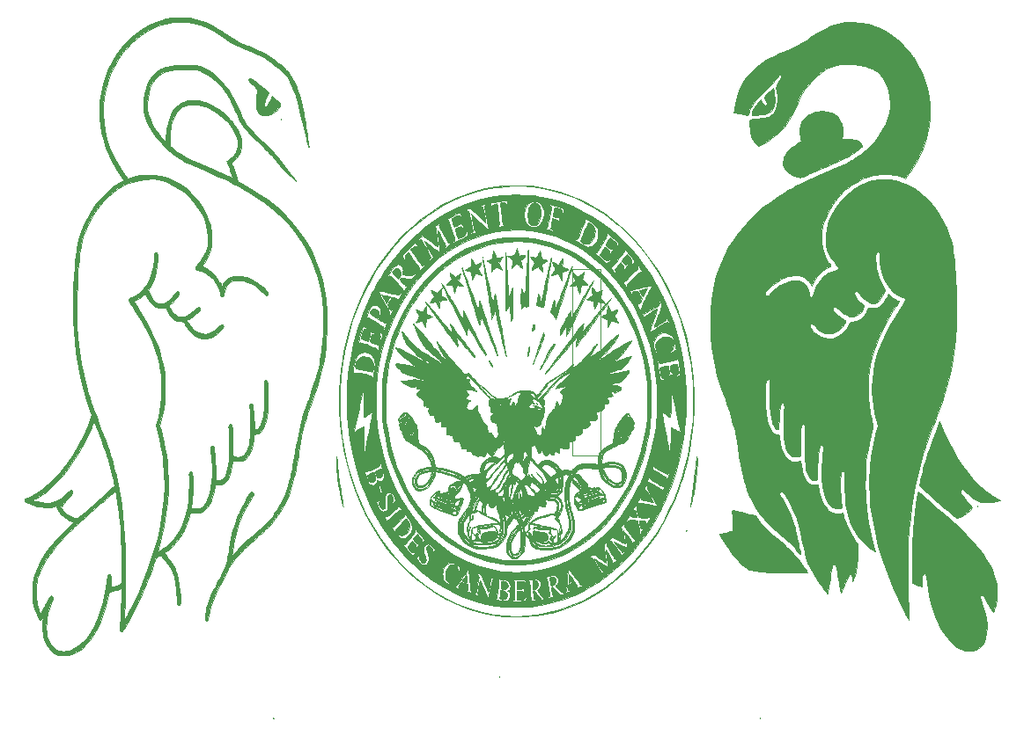
<source format=gbr>
G04 #@! TF.FileFunction,Legend,Bot*
%FSLAX46Y46*%
G04 Gerber Fmt 4.6, Leading zero omitted, Abs format (unit mm)*
G04 Created by KiCad (PCBNEW 4.0.4+e1-6308~48~ubuntu16.04.1-stable) date Mon Jan  2 16:02:27 2017*
%MOMM*%
%LPD*%
G01*
G04 APERTURE LIST*
%ADD10C,0.100000*%
%ADD11C,0.010000*%
%ADD12C,0.120000*%
%ADD13C,0.150000*%
G04 APERTURE END LIST*
D10*
D11*
G36*
X129428164Y-133269182D02*
X129409208Y-133292273D01*
X129390253Y-133269182D01*
X129409208Y-133246091D01*
X129428164Y-133269182D01*
X129428164Y-133269182D01*
G37*
X129428164Y-133269182D02*
X129409208Y-133292273D01*
X129390253Y-133269182D01*
X129409208Y-133246091D01*
X129428164Y-133269182D01*
G36*
X176209656Y-133269182D02*
X176190701Y-133292273D01*
X176171746Y-133269182D01*
X176190701Y-133246091D01*
X176209656Y-133269182D01*
X176209656Y-133269182D01*
G37*
X176209656Y-133269182D02*
X176190701Y-133292273D01*
X176171746Y-133269182D01*
X176190701Y-133246091D01*
X176209656Y-133269182D01*
G36*
X151150850Y-129251364D02*
X151131895Y-129274455D01*
X151112940Y-129251364D01*
X151131895Y-129228273D01*
X151150850Y-129251364D01*
X151150850Y-129251364D01*
G37*
X151150850Y-129251364D02*
X151131895Y-129274455D01*
X151112940Y-129251364D01*
X151131895Y-129228273D01*
X151150850Y-129251364D01*
G36*
X120758143Y-65805023D02*
X121030287Y-65812532D01*
X121255019Y-65826653D01*
X121446492Y-65848306D01*
X121618861Y-65878413D01*
X121635939Y-65881998D01*
X122258957Y-66038998D01*
X122845922Y-66239761D01*
X123414637Y-66492444D01*
X123982902Y-66805209D01*
X124568519Y-67186214D01*
X124728890Y-67299665D01*
X125080453Y-67544585D01*
X125416238Y-67760890D01*
X125752164Y-67957092D01*
X126104146Y-68141696D01*
X126488101Y-68323213D01*
X126919946Y-68510150D01*
X127232889Y-68638204D01*
X127688052Y-68826222D01*
X128082086Y-69001055D01*
X128427845Y-69169733D01*
X128738181Y-69339291D01*
X129025949Y-69516761D01*
X129304001Y-69709176D01*
X129585191Y-69923568D01*
X129592114Y-69929065D01*
X129896844Y-70177908D01*
X130184258Y-70425381D01*
X130441528Y-70659865D01*
X130655826Y-70869742D01*
X130787021Y-71011331D01*
X131054102Y-71363596D01*
X131302895Y-71786058D01*
X131534758Y-72282302D01*
X131751050Y-72855910D01*
X131953128Y-73510466D01*
X132142351Y-74249555D01*
X132311583Y-75033957D01*
X132357774Y-75278177D01*
X132411991Y-75585031D01*
X132471586Y-75937580D01*
X132533909Y-76318886D01*
X132596310Y-76712010D01*
X132656141Y-77100015D01*
X132710752Y-77465962D01*
X132757493Y-77792912D01*
X132793715Y-78063928D01*
X132816769Y-78262071D01*
X132817222Y-78266636D01*
X132812289Y-78281203D01*
X132788004Y-78217430D01*
X132747014Y-78085369D01*
X132691969Y-77895069D01*
X132625516Y-77656582D01*
X132550306Y-77379957D01*
X132468985Y-77075245D01*
X132384203Y-76752497D01*
X132298608Y-76421763D01*
X132214848Y-76093094D01*
X132135573Y-75776539D01*
X132063430Y-75482150D01*
X132001068Y-75219977D01*
X131951137Y-75000070D01*
X131928815Y-74895364D01*
X131784994Y-74255784D01*
X131624318Y-73647683D01*
X131451153Y-73084793D01*
X131269864Y-72580848D01*
X131084817Y-72149581D01*
X131005189Y-71989920D01*
X130860213Y-71739595D01*
X130690294Y-71497849D01*
X130487122Y-71255707D01*
X130242388Y-71004195D01*
X129947784Y-70734340D01*
X129594999Y-70437168D01*
X129485029Y-70348138D01*
X129194853Y-70123549D01*
X128911849Y-69924215D01*
X128622395Y-69742567D01*
X128312866Y-69571038D01*
X127969639Y-69402059D01*
X127579090Y-69228064D01*
X127146200Y-69048964D01*
X126720833Y-68874699D01*
X126352735Y-68715737D01*
X126025972Y-68563335D01*
X125724608Y-68408751D01*
X125432705Y-68243243D01*
X125134328Y-68058067D01*
X124813541Y-67844483D01*
X124454408Y-67593746D01*
X124323428Y-67500405D01*
X123683239Y-67092242D01*
X123004915Y-66753323D01*
X122303234Y-66489558D01*
X121592974Y-66306860D01*
X121169147Y-66238650D01*
X120449232Y-66195446D01*
X119729169Y-66241618D01*
X119015029Y-66374486D01*
X118312886Y-66591375D01*
X117628812Y-66889606D01*
X116968879Y-67266501D01*
X116339160Y-67719384D01*
X115745727Y-68245577D01*
X115194654Y-68842402D01*
X115154712Y-68890529D01*
X114643248Y-69572163D01*
X114200495Y-70291215D01*
X113827003Y-71046284D01*
X113523320Y-71835971D01*
X113289996Y-72658873D01*
X113127581Y-73513590D01*
X113045281Y-74269640D01*
X113025228Y-75057340D01*
X113077627Y-75855644D01*
X113200430Y-76657996D01*
X113391587Y-77457841D01*
X113649051Y-78248624D01*
X113970771Y-79023791D01*
X114354700Y-79776786D01*
X114798789Y-80501055D01*
X115145413Y-80988852D01*
X115387292Y-81309613D01*
X115877653Y-81163793D01*
X116572113Y-81001026D01*
X117259735Y-80926946D01*
X117936760Y-80941415D01*
X118599425Y-81044292D01*
X119243970Y-81235439D01*
X119394801Y-81294129D01*
X119998797Y-81582128D01*
X120573869Y-81939213D01*
X121114405Y-82358795D01*
X121614792Y-82834288D01*
X122069417Y-83359105D01*
X122472668Y-83926659D01*
X122818932Y-84530362D01*
X123102597Y-85163628D01*
X123318049Y-85819868D01*
X123347447Y-85933072D01*
X123388255Y-86105016D01*
X123416854Y-86254906D01*
X123435419Y-86406152D01*
X123446127Y-86582164D01*
X123451154Y-86806352D01*
X123452612Y-87064273D01*
X123452143Y-87346365D01*
X123448080Y-87558019D01*
X123438402Y-87721144D01*
X123421084Y-87857645D01*
X123394103Y-87989429D01*
X123355436Y-88138404D01*
X123352376Y-88149546D01*
X123205594Y-88584628D01*
X123006927Y-89001100D01*
X122746175Y-89420125D01*
X122726372Y-89448617D01*
X122611274Y-89621269D01*
X122549035Y-89734220D01*
X122540544Y-89785758D01*
X122549309Y-89789000D01*
X122640524Y-89810909D01*
X122778397Y-89869963D01*
X122944392Y-89956157D01*
X123119970Y-90059483D01*
X123286594Y-90169934D01*
X123370577Y-90232336D01*
X123679194Y-90517959D01*
X123967535Y-90869345D01*
X124214313Y-91259902D01*
X124255591Y-91337991D01*
X124335173Y-91491567D01*
X124398396Y-91609877D01*
X124435666Y-91675133D01*
X124441366Y-91682455D01*
X124465074Y-91647011D01*
X124515793Y-91555934D01*
X124558387Y-91475304D01*
X124747944Y-91193269D01*
X124988027Y-90971887D01*
X125272028Y-90811095D01*
X125593338Y-90710827D01*
X125945349Y-90671019D01*
X126321452Y-90691604D01*
X126715039Y-90772519D01*
X127119501Y-90913698D01*
X127528230Y-91115077D01*
X127934617Y-91376591D01*
X128110364Y-91510198D01*
X128301210Y-91671207D01*
X128484072Y-91841244D01*
X128645661Y-92006552D01*
X128772688Y-92153371D01*
X128851866Y-92267946D01*
X128861894Y-92288251D01*
X128878473Y-92406402D01*
X128834825Y-92505961D01*
X128746050Y-92557799D01*
X128721076Y-92559909D01*
X128625672Y-92522159D01*
X128493019Y-92408003D01*
X128403724Y-92312353D01*
X128052011Y-91966115D01*
X127650064Y-91657449D01*
X127221507Y-91403050D01*
X126929416Y-91270549D01*
X126549353Y-91151199D01*
X126179746Y-91094221D01*
X125830525Y-91098671D01*
X125511620Y-91163606D01*
X125232962Y-91288083D01*
X125023484Y-91451550D01*
X124887943Y-91634121D01*
X124773017Y-91876039D01*
X124692213Y-92144697D01*
X124664332Y-92318756D01*
X124624819Y-92527450D01*
X124561063Y-92652622D01*
X124482248Y-92693653D01*
X124397560Y-92649926D01*
X124316182Y-92520821D01*
X124257167Y-92346189D01*
X124091915Y-91843230D01*
X123871350Y-91392150D01*
X123601225Y-90999440D01*
X123287295Y-90671596D01*
X122935312Y-90415111D01*
X122551030Y-90236479D01*
X122333439Y-90174968D01*
X122148095Y-90131438D01*
X122024616Y-90093628D01*
X121949839Y-90053939D01*
X121910600Y-90004773D01*
X121893737Y-89938530D01*
X121891623Y-89919915D01*
X121897585Y-89848342D01*
X121937629Y-89771503D01*
X122022758Y-89672679D01*
X122113134Y-89583316D01*
X122443885Y-89209238D01*
X122715910Y-88778405D01*
X122925795Y-88297237D01*
X123066199Y-87791300D01*
X123126988Y-87319938D01*
X123123469Y-86815668D01*
X123057648Y-86290363D01*
X122931530Y-85755896D01*
X122747120Y-85224141D01*
X122564292Y-84819270D01*
X122207680Y-84193557D01*
X121789176Y-83611358D01*
X121316531Y-83079665D01*
X120797492Y-82605466D01*
X120239810Y-82195751D01*
X119651234Y-81857510D01*
X119039512Y-81597732D01*
X118963985Y-81571851D01*
X118367329Y-81418934D01*
X117747055Y-81347414D01*
X117112997Y-81355800D01*
X116474993Y-81442602D01*
X115842877Y-81606331D01*
X115226487Y-81845496D01*
X114635659Y-82158608D01*
X114491447Y-82249339D01*
X113973563Y-82619753D01*
X113495118Y-83034981D01*
X113037710Y-83512132D01*
X112708649Y-83906682D01*
X112209728Y-84599219D01*
X111777964Y-85331645D01*
X111414445Y-86101628D01*
X111120258Y-86906840D01*
X110896493Y-87744950D01*
X110878921Y-87826273D01*
X110812433Y-88182895D01*
X110752564Y-88595638D01*
X110698905Y-89069705D01*
X110651045Y-89610300D01*
X110608573Y-90222626D01*
X110571079Y-90911887D01*
X110538152Y-91683287D01*
X110510918Y-92490636D01*
X110490895Y-93930797D01*
X110519879Y-95304532D01*
X110598327Y-96616366D01*
X110726696Y-97870822D01*
X110905446Y-99072421D01*
X111135034Y-100225688D01*
X111401806Y-101284788D01*
X111508775Y-101658499D01*
X111620430Y-102027502D01*
X111741283Y-102404990D01*
X111875841Y-102804157D01*
X112028615Y-103238198D01*
X112204113Y-103720306D01*
X112406847Y-104263676D01*
X112542049Y-104620945D01*
X112804867Y-105316250D01*
X113036830Y-105938768D01*
X113241123Y-106498240D01*
X113420929Y-107004412D01*
X113579434Y-107467026D01*
X113719823Y-107895827D01*
X113845281Y-108300558D01*
X113958991Y-108690963D01*
X114064139Y-109076785D01*
X114163910Y-109467768D01*
X114261489Y-109873656D01*
X114267924Y-109901182D01*
X114464758Y-110805100D01*
X114634639Y-111718874D01*
X114779201Y-112655737D01*
X114900077Y-113628920D01*
X114998897Y-114651653D01*
X115077296Y-115737169D01*
X115136906Y-116898698D01*
X115139752Y-116967000D01*
X115154313Y-117428998D01*
X115163670Y-117966754D01*
X115168055Y-118563900D01*
X115167703Y-119204067D01*
X115162848Y-119870889D01*
X115153722Y-120547997D01*
X115140561Y-121219023D01*
X115123597Y-121867600D01*
X115103065Y-122477359D01*
X115079198Y-123031932D01*
X115052231Y-123514952D01*
X115044605Y-123628727D01*
X115039558Y-123763677D01*
X115044687Y-123851331D01*
X115053366Y-123870352D01*
X115073991Y-123853008D01*
X115111603Y-123797456D01*
X115169742Y-123697130D01*
X115251951Y-123545463D01*
X115361769Y-123335887D01*
X115502738Y-123061837D01*
X115678399Y-122716744D01*
X115725277Y-122624273D01*
X116377588Y-121270054D01*
X116955643Y-119929179D01*
X117459395Y-118601866D01*
X117888799Y-117288337D01*
X118243808Y-115988809D01*
X118524375Y-114703504D01*
X118730454Y-113432640D01*
X118862000Y-112176439D01*
X118918965Y-110935118D01*
X118901303Y-109708899D01*
X118808967Y-108498001D01*
X118772173Y-108181283D01*
X118686743Y-107596357D01*
X118572322Y-106966132D01*
X118436023Y-106326530D01*
X118284959Y-105713471D01*
X118279126Y-105691564D01*
X118123055Y-105107174D01*
X118259827Y-104548541D01*
X118417048Y-103830457D01*
X118540563Y-103106119D01*
X118623745Y-102414482D01*
X118624893Y-102401895D01*
X118644607Y-102089152D01*
X118654006Y-101720573D01*
X118653645Y-101321404D01*
X118644080Y-100916894D01*
X118625867Y-100532290D01*
X118599561Y-100192840D01*
X118571109Y-99957725D01*
X118437728Y-99233941D01*
X118257252Y-98513404D01*
X118026935Y-97789681D01*
X117744034Y-97056341D01*
X117405803Y-96306950D01*
X117009497Y-95535076D01*
X116552372Y-94734285D01*
X116031682Y-93898146D01*
X115897627Y-93692523D01*
X115761319Y-93480855D01*
X115643443Y-93289613D01*
X115551723Y-93132000D01*
X115493881Y-93021217D01*
X115477119Y-92973633D01*
X115496067Y-92890232D01*
X115560378Y-92822380D01*
X115681252Y-92761340D01*
X115804327Y-92718360D01*
X116130775Y-92586135D01*
X116426548Y-92400460D01*
X116709319Y-92148437D01*
X116936671Y-91892071D01*
X117267955Y-91425329D01*
X117530223Y-90920410D01*
X117723263Y-90377955D01*
X117846859Y-89798602D01*
X117900795Y-89182994D01*
X117903388Y-89009155D01*
X117908734Y-88754989D01*
X117927366Y-88579920D01*
X117963173Y-88471392D01*
X118020045Y-88416853D01*
X118091006Y-88403546D01*
X118160280Y-88419887D01*
X118208020Y-88477218D01*
X118237393Y-88587998D01*
X118251571Y-88764689D01*
X118253721Y-89019750D01*
X118253486Y-89042367D01*
X118209563Y-89684546D01*
X118094784Y-90313651D01*
X117912708Y-90916683D01*
X117666891Y-91480642D01*
X117508301Y-91765344D01*
X117332384Y-92056052D01*
X117472487Y-92380840D01*
X117645245Y-92715190D01*
X117846176Y-92990107D01*
X118063828Y-93190350D01*
X118098127Y-93213596D01*
X118299561Y-93299006D01*
X118537579Y-93329658D01*
X118788012Y-93306050D01*
X119026689Y-93228683D01*
X119096100Y-93192959D01*
X119431289Y-92954214D01*
X119732341Y-92645468D01*
X119902088Y-92413107D01*
X120026764Y-92242840D01*
X120130204Y-92155512D01*
X120218318Y-92147820D01*
X120284164Y-92199691D01*
X120325510Y-92294541D01*
X120309868Y-92416719D01*
X120234895Y-92575048D01*
X120149582Y-92706786D01*
X119917358Y-93005644D01*
X119674274Y-93256670D01*
X119488745Y-93406378D01*
X119400719Y-93477727D01*
X119349525Y-93538825D01*
X119344277Y-93555322D01*
X119369397Y-93647313D01*
X119437514Y-93783369D01*
X119536625Y-93943981D01*
X119654723Y-94109642D01*
X119775503Y-94256078D01*
X120013595Y-94470417D01*
X120265513Y-94596491D01*
X120538845Y-94638089D01*
X120541051Y-94638091D01*
X120779248Y-94601875D01*
X121051856Y-94497111D01*
X121348328Y-94329619D01*
X121658113Y-94105225D01*
X121922450Y-93875571D01*
X122055524Y-93758603D01*
X122149682Y-93697226D01*
X122220217Y-93682459D01*
X122243463Y-93687032D01*
X122329089Y-93752957D01*
X122366624Y-93862620D01*
X122348199Y-93969684D01*
X122289485Y-94050644D01*
X122178808Y-94163886D01*
X122030650Y-94297200D01*
X121859491Y-94438371D01*
X121679811Y-94575188D01*
X121506091Y-94695436D01*
X121434019Y-94740708D01*
X121292314Y-94826360D01*
X121178419Y-94895368D01*
X121107842Y-94938331D01*
X121092806Y-94947648D01*
X121101506Y-94988932D01*
X121151738Y-95081257D01*
X121232815Y-95208694D01*
X121334054Y-95355314D01*
X121444769Y-95505188D01*
X121554276Y-95642387D01*
X121575916Y-95667862D01*
X121864416Y-95944834D01*
X122175648Y-96136708D01*
X122503404Y-96243757D01*
X122841475Y-96266254D01*
X123183654Y-96204471D01*
X123523733Y-96058683D01*
X123855504Y-95829162D01*
X124138355Y-95555141D01*
X124295699Y-95404325D01*
X124421498Y-95337421D01*
X124515856Y-95354407D01*
X124578875Y-95455263D01*
X124582428Y-95466495D01*
X124593428Y-95529931D01*
X124578105Y-95593099D01*
X124527013Y-95674425D01*
X124430705Y-95792334D01*
X124393014Y-95835950D01*
X124056333Y-96169478D01*
X123700535Y-96421853D01*
X123331998Y-96592063D01*
X122957097Y-96679098D01*
X122582212Y-96681947D01*
X122213720Y-96599599D01*
X121857999Y-96431046D01*
X121634472Y-96273021D01*
X121461963Y-96110447D01*
X121272441Y-95894309D01*
X121086785Y-95651041D01*
X120925879Y-95407079D01*
X120862941Y-95296318D01*
X120739963Y-95065122D01*
X120448761Y-95044586D01*
X120131346Y-94981289D01*
X119839882Y-94836466D01*
X119571156Y-94607595D01*
X119321957Y-94292156D01*
X119169517Y-94040574D01*
X119005383Y-93743238D01*
X118596549Y-93740392D01*
X118406123Y-93736714D01*
X118269519Y-93725741D01*
X118164774Y-93702869D01*
X118069922Y-93663496D01*
X117974784Y-93610104D01*
X117748680Y-93434885D01*
X117525883Y-93188552D01*
X117322796Y-92890968D01*
X117213410Y-92688281D01*
X117061691Y-92377180D01*
X116816872Y-92589995D01*
X116653675Y-92718296D01*
X116461054Y-92850177D01*
X116280677Y-92957113D01*
X116280481Y-92957217D01*
X116148574Y-93030422D01*
X116049523Y-93091812D01*
X115999056Y-93131375D01*
X115995818Y-93138376D01*
X116020340Y-93182419D01*
X116083213Y-93285730D01*
X116176078Y-93434823D01*
X116290573Y-93616212D01*
X116347280Y-93705337D01*
X116863556Y-94543865D01*
X117316838Y-95343083D01*
X117710000Y-96109424D01*
X118045920Y-96849322D01*
X118327472Y-97569209D01*
X118557531Y-98275518D01*
X118738973Y-98974683D01*
X118774011Y-99134595D01*
X118862299Y-99588402D01*
X118926359Y-100011629D01*
X118968393Y-100430490D01*
X118990607Y-100871199D01*
X118995205Y-101359970D01*
X118990058Y-101703909D01*
X118968367Y-102279149D01*
X118927731Y-102810454D01*
X118864418Y-103324539D01*
X118774696Y-103848122D01*
X118654833Y-104407917D01*
X118554638Y-104821182D01*
X118484892Y-105098273D01*
X118594571Y-105490818D01*
X118732409Y-106033001D01*
X118863249Y-106640887D01*
X118982578Y-107287865D01*
X119085884Y-107947323D01*
X119168654Y-108592650D01*
X119226375Y-109197235D01*
X119228937Y-109231546D01*
X119273437Y-110271166D01*
X119259132Y-111353094D01*
X119187493Y-112463603D01*
X119059990Y-113588967D01*
X118878092Y-114715460D01*
X118643270Y-115829355D01*
X118435507Y-116640303D01*
X118379064Y-116850221D01*
X118334714Y-117026507D01*
X118306570Y-117151935D01*
X118298745Y-117209277D01*
X118299315Y-117210706D01*
X118342112Y-117203661D01*
X118436156Y-117157543D01*
X118567761Y-117080965D01*
X118723239Y-116982542D01*
X118888903Y-116870887D01*
X119051068Y-116754613D01*
X119173388Y-116660620D01*
X119382563Y-116473170D01*
X119612801Y-116233278D01*
X119846543Y-115962153D01*
X120066230Y-115681004D01*
X120254302Y-115411039D01*
X120373840Y-115210610D01*
X120627895Y-114688246D01*
X120838552Y-114146326D01*
X121007413Y-113575656D01*
X121136080Y-112967040D01*
X121226157Y-112311285D01*
X121279246Y-111599196D01*
X121296948Y-110821580D01*
X121281967Y-109999981D01*
X121277645Y-109787945D01*
X121283541Y-109651803D01*
X121300991Y-109575723D01*
X121319877Y-109550416D01*
X121434547Y-109511916D01*
X121538690Y-109550754D01*
X121572616Y-109623186D01*
X121600284Y-109774735D01*
X121621604Y-109992462D01*
X121636484Y-110263425D01*
X121644835Y-110574685D01*
X121646564Y-110913300D01*
X121641581Y-111266332D01*
X121629794Y-111620839D01*
X121611113Y-111963881D01*
X121585446Y-112282519D01*
X121559536Y-112513362D01*
X121531969Y-112746186D01*
X121520885Y-112902559D01*
X121525812Y-112996052D01*
X121541387Y-113035217D01*
X121601165Y-113061329D01*
X121722829Y-113079358D01*
X121892616Y-113087460D01*
X121933268Y-113087727D01*
X122106890Y-113084833D01*
X122229617Y-113072037D01*
X122326312Y-113043165D01*
X122421838Y-112992045D01*
X122485070Y-112950738D01*
X122731022Y-112732887D01*
X122945338Y-112435261D01*
X123126855Y-112062661D01*
X123274411Y-111619889D01*
X123386844Y-111111746D01*
X123462991Y-110543033D01*
X123501689Y-109918551D01*
X123501775Y-109243100D01*
X123483534Y-108827490D01*
X123463912Y-108527743D01*
X123440626Y-108220970D01*
X123416067Y-107935907D01*
X123392626Y-107701291D01*
X123383022Y-107619382D01*
X123356542Y-107370761D01*
X123352156Y-107198728D01*
X123372589Y-107090575D01*
X123420561Y-107033591D01*
X123498796Y-107015066D01*
X123512528Y-107014818D01*
X123594167Y-107031831D01*
X123641670Y-107100613D01*
X123661448Y-107164909D01*
X123695698Y-107337436D01*
X123729760Y-107586722D01*
X123762314Y-107897170D01*
X123792042Y-108253185D01*
X123817624Y-108639172D01*
X123837740Y-109039535D01*
X123849903Y-109392493D01*
X123874283Y-110315440D01*
X124025925Y-110346871D01*
X124253349Y-110359444D01*
X124452569Y-110295346D01*
X124625163Y-110152355D01*
X124772710Y-109928252D01*
X124896788Y-109620816D01*
X124998977Y-109227828D01*
X125059446Y-108893494D01*
X125078825Y-108753098D01*
X125094138Y-108601055D01*
X125105809Y-108424997D01*
X125114263Y-108212556D01*
X125119922Y-107951364D01*
X125123210Y-107629055D01*
X125124553Y-107233260D01*
X125124621Y-106991727D01*
X125123596Y-106621837D01*
X125121027Y-106273660D01*
X125117133Y-105960094D01*
X125112132Y-105694036D01*
X125106241Y-105488387D01*
X125099680Y-105356045D01*
X125096375Y-105322472D01*
X125085813Y-105177945D01*
X125110127Y-105076217D01*
X125140016Y-105023951D01*
X125200486Y-104951950D01*
X125260885Y-104947986D01*
X125308382Y-104970808D01*
X125346586Y-104996729D01*
X125377685Y-105034045D01*
X125402627Y-105092146D01*
X125422358Y-105180421D01*
X125437826Y-105308258D01*
X125449978Y-105485048D01*
X125459761Y-105720177D01*
X125468122Y-106023036D01*
X125476009Y-106403013D01*
X125481100Y-106682781D01*
X125504432Y-108001843D01*
X125693985Y-108061622D01*
X125988586Y-108119015D01*
X126249255Y-108093937D01*
X126477245Y-107985671D01*
X126673807Y-107793501D01*
X126840195Y-107516709D01*
X126903698Y-107369135D01*
X126980475Y-107160397D01*
X127041467Y-106961393D01*
X127088392Y-106757743D01*
X127122967Y-106535064D01*
X127146910Y-106278975D01*
X127161937Y-105975094D01*
X127169766Y-105609041D01*
X127172116Y-105166433D01*
X127172117Y-105121364D01*
X127169834Y-104716823D01*
X127163558Y-104343120D01*
X127153748Y-104015316D01*
X127140865Y-103748473D01*
X127125368Y-103557653D01*
X127123987Y-103545769D01*
X127104887Y-103356306D01*
X127095349Y-103196054D01*
X127096691Y-103091204D01*
X127100111Y-103072007D01*
X127159532Y-102994576D01*
X127252528Y-102962663D01*
X127343149Y-102984933D01*
X127367917Y-103007453D01*
X127394370Y-103082652D01*
X127422456Y-103239546D01*
X127451157Y-103467524D01*
X127479452Y-103755973D01*
X127506320Y-104094282D01*
X127530742Y-104471839D01*
X127551697Y-104878033D01*
X127555032Y-104953606D01*
X127578588Y-105501667D01*
X127730797Y-105476797D01*
X127901533Y-105402575D01*
X128054963Y-105238793D01*
X128190860Y-104985880D01*
X128308995Y-104644265D01*
X128409144Y-104214378D01*
X128415282Y-104182022D01*
X128437716Y-104054286D01*
X128455589Y-103928672D01*
X128469449Y-103792646D01*
X128479846Y-103633673D01*
X128487329Y-103439218D01*
X128492445Y-103196746D01*
X128495745Y-102893724D01*
X128497777Y-102517615D01*
X128498538Y-102280723D01*
X128500405Y-101918531D01*
X128503798Y-101584933D01*
X128508471Y-101291429D01*
X128514173Y-101049517D01*
X128520659Y-100870699D01*
X128527679Y-100766474D01*
X128531644Y-100745177D01*
X128596377Y-100692340D01*
X128684814Y-100696552D01*
X128765068Y-100752053D01*
X128789834Y-100791818D01*
X128806558Y-100875024D01*
X128821153Y-101036196D01*
X128833451Y-101260964D01*
X128843284Y-101534962D01*
X128850484Y-101843823D01*
X128854883Y-102173177D01*
X128856313Y-102508659D01*
X128854606Y-102835899D01*
X128849594Y-103140530D01*
X128841109Y-103408185D01*
X128828983Y-103624496D01*
X128823686Y-103687112D01*
X128754409Y-104221432D01*
X128655926Y-104689001D01*
X128530070Y-105086205D01*
X128378677Y-105409435D01*
X128203579Y-105655077D01*
X128006612Y-105819522D01*
X127789609Y-105899156D01*
X127696653Y-105906455D01*
X127543409Y-105906455D01*
X127495712Y-106333636D01*
X127414152Y-106860399D01*
X127295280Y-107323712D01*
X127141276Y-107718758D01*
X126954319Y-108040722D01*
X126736590Y-108284786D01*
X126554414Y-108413813D01*
X126396012Y-108472371D01*
X126189492Y-108507626D01*
X125960474Y-108517790D01*
X125734575Y-108501078D01*
X125618164Y-108479117D01*
X125466522Y-108442506D01*
X125385684Y-108987117D01*
X125315919Y-109396595D01*
X125238373Y-109728504D01*
X125148873Y-109997535D01*
X125043248Y-110218377D01*
X125029182Y-110242520D01*
X124837547Y-110493397D01*
X124610137Y-110670009D01*
X124357661Y-110766865D01*
X124090826Y-110778478D01*
X124010430Y-110764708D01*
X123884033Y-110741089D01*
X123814620Y-110746547D01*
X123785383Y-110788949D01*
X123779507Y-110872775D01*
X123765627Y-111021029D01*
X123727903Y-111230628D01*
X123672212Y-111477943D01*
X123604428Y-111739347D01*
X123530429Y-111991212D01*
X123456090Y-112209910D01*
X123430848Y-112274812D01*
X123250856Y-112641870D01*
X123032391Y-112962252D01*
X122788106Y-113219608D01*
X122585328Y-113367521D01*
X122469905Y-113430781D01*
X122368614Y-113470469D01*
X122257036Y-113492013D01*
X122110747Y-113500843D01*
X121978761Y-113502355D01*
X121805922Y-113499545D01*
X121652510Y-113491167D01*
X121540467Y-113478699D01*
X121503543Y-113470336D01*
X121457128Y-113459281D01*
X121422378Y-113474201D01*
X121390858Y-113530464D01*
X121354134Y-113643437D01*
X121303772Y-113828489D01*
X121300776Y-113839791D01*
X121080991Y-114525558D01*
X120797946Y-115169765D01*
X120456521Y-115764501D01*
X120061598Y-116301856D01*
X119618057Y-116773919D01*
X119342897Y-117012722D01*
X119191013Y-117134601D01*
X119063536Y-117237054D01*
X118973040Y-117309964D01*
X118932102Y-117343211D01*
X118931239Y-117343946D01*
X118950868Y-117379809D01*
X119014672Y-117470197D01*
X119113990Y-117603389D01*
X119240163Y-117767665D01*
X119315460Y-117863960D01*
X119471614Y-118068438D01*
X119622854Y-118277062D01*
X119754351Y-118468673D01*
X119851276Y-118622114D01*
X119870396Y-118655714D01*
X120011315Y-118970536D01*
X120136317Y-119368723D01*
X120243953Y-119842973D01*
X120332774Y-120385983D01*
X120401330Y-120990453D01*
X120441888Y-121535050D01*
X120457399Y-121839304D01*
X120462177Y-122063481D01*
X120454490Y-122219212D01*
X120432605Y-122318131D01*
X120394788Y-122371871D01*
X120339306Y-122392065D01*
X120314009Y-122393364D01*
X120249137Y-122382851D01*
X120200600Y-122343007D01*
X120164933Y-122261374D01*
X120138671Y-122125491D01*
X120118348Y-121922901D01*
X120100499Y-121641144D01*
X120099461Y-121622006D01*
X120081194Y-121298699D01*
X120064052Y-121042994D01*
X120045458Y-120830239D01*
X120022837Y-120635781D01*
X119993611Y-120434968D01*
X119955205Y-120203149D01*
X119944985Y-120143908D01*
X119850045Y-119671841D01*
X119742722Y-119277079D01*
X119624740Y-118965511D01*
X119566629Y-118850440D01*
X119490698Y-118729243D01*
X119381644Y-118573593D01*
X119249747Y-118396249D01*
X119105289Y-118209966D01*
X118958549Y-118027501D01*
X118819809Y-117861611D01*
X118699351Y-117725052D01*
X118607454Y-117630582D01*
X118554399Y-117590956D01*
X118551215Y-117590492D01*
X118482580Y-117606246D01*
X118374029Y-117646408D01*
X118305347Y-117676421D01*
X118119694Y-117762312D01*
X117879258Y-118473020D01*
X117739586Y-118868227D01*
X117569007Y-119322358D01*
X117375796Y-119815262D01*
X117168226Y-120326787D01*
X116954570Y-120836782D01*
X116743104Y-121325095D01*
X116542100Y-121771574D01*
X116406704Y-122059560D01*
X116261404Y-122356992D01*
X116097488Y-122684723D01*
X115922137Y-123029072D01*
X115742535Y-123376357D01*
X115565865Y-123712898D01*
X115399308Y-124025012D01*
X115250048Y-124299019D01*
X115125267Y-124521238D01*
X115032148Y-124677987D01*
X115031475Y-124679060D01*
X114928307Y-124829450D01*
X114848030Y-124906555D01*
X114777302Y-124918228D01*
X114702906Y-124872431D01*
X114681208Y-124849998D01*
X114665216Y-124819045D01*
X114654869Y-124768425D01*
X114650108Y-124686994D01*
X114650873Y-124563607D01*
X114657104Y-124387118D01*
X114668740Y-124146383D01*
X114685722Y-123830256D01*
X114696263Y-123639270D01*
X114716422Y-123254743D01*
X114736166Y-122840942D01*
X114754297Y-122425761D01*
X114769616Y-122037094D01*
X114780926Y-121702832D01*
X114783727Y-121603410D01*
X114806431Y-120737108D01*
X114551125Y-120849999D01*
X114389348Y-120909569D01*
X114189536Y-120966201D01*
X113989234Y-121009548D01*
X113946277Y-121016669D01*
X113596735Y-121070450D01*
X113471469Y-121674179D01*
X113277307Y-122485434D01*
X113042642Y-123249532D01*
X112770534Y-123961751D01*
X112464040Y-124617368D01*
X112126221Y-125211660D01*
X111760135Y-125739906D01*
X111368843Y-126197382D01*
X110955402Y-126579365D01*
X110522873Y-126881134D01*
X110074314Y-127097964D01*
X109924605Y-127149665D01*
X109695796Y-127201919D01*
X109433382Y-127231614D01*
X109163173Y-127238261D01*
X108910980Y-127221375D01*
X108702612Y-127180468D01*
X108679447Y-127173146D01*
X108325634Y-127008356D01*
X108009808Y-126767017D01*
X107737211Y-126455886D01*
X107513087Y-126081720D01*
X107342677Y-125651277D01*
X107264145Y-125349000D01*
X107230265Y-125118545D01*
X107209260Y-124827621D01*
X107201500Y-124506859D01*
X107207355Y-124186890D01*
X107227195Y-123898344D01*
X107244939Y-123759453D01*
X107265821Y-123612435D01*
X107276260Y-123506937D01*
X107274954Y-123469878D01*
X107248579Y-123495035D01*
X107195965Y-123577168D01*
X107159251Y-123642158D01*
X107086663Y-123759548D01*
X107024397Y-123811324D01*
X106954674Y-123816279D01*
X106906083Y-123799956D01*
X106860488Y-123756413D01*
X106809374Y-123671458D01*
X106744226Y-123530898D01*
X106656526Y-123320543D01*
X106655084Y-123317000D01*
X106437712Y-122696507D01*
X106295173Y-122086337D01*
X106233809Y-121591750D01*
X106221489Y-121123364D01*
X106587863Y-121123364D01*
X106590514Y-121447076D01*
X106598652Y-121698103D01*
X106613585Y-121895980D01*
X106636623Y-122060245D01*
X106657527Y-122162455D01*
X106705092Y-122354114D01*
X106762049Y-122560566D01*
X106822544Y-122763309D01*
X106880721Y-122943842D01*
X106930727Y-123083664D01*
X106966707Y-123164272D01*
X106978457Y-123176661D01*
X107006421Y-123139556D01*
X107069714Y-123036990D01*
X107161650Y-122880390D01*
X107275549Y-122681185D01*
X107404727Y-122450803D01*
X107438295Y-122390273D01*
X107573397Y-122148313D01*
X107697898Y-121929427D01*
X107804315Y-121746447D01*
X107885165Y-121612209D01*
X107932965Y-121539546D01*
X107937788Y-121533655D01*
X108032526Y-121478775D01*
X108125953Y-121511777D01*
X108182991Y-121585832D01*
X108201642Y-121635005D01*
X108202594Y-121697443D01*
X108181924Y-121789955D01*
X108135708Y-121929350D01*
X108060025Y-122132437D01*
X108048169Y-122163473D01*
X107860054Y-122692118D01*
X107720567Y-123173480D01*
X107625704Y-123626764D01*
X107571464Y-124071175D01*
X107553842Y-124525917D01*
X107553835Y-124535178D01*
X107575044Y-125001958D01*
X107641125Y-125404587D01*
X107755763Y-125756459D01*
X107922642Y-126070971D01*
X108011012Y-126197573D01*
X108253883Y-126458576D01*
X108538781Y-126659952D01*
X108762893Y-126759879D01*
X108982587Y-126806874D01*
X109244389Y-126821198D01*
X109519674Y-126803443D01*
X109779817Y-126754196D01*
X109836788Y-126737766D01*
X110267565Y-126556745D01*
X110684299Y-126288863D01*
X111083900Y-125938651D01*
X111463277Y-125510642D01*
X111819340Y-125009371D01*
X112149000Y-124439368D01*
X112449165Y-123805169D01*
X112716747Y-123111304D01*
X112948654Y-122362307D01*
X113029032Y-122055146D01*
X113123094Y-121639835D01*
X113214772Y-121166618D01*
X113298076Y-120669849D01*
X113367018Y-120183883D01*
X113392774Y-119968818D01*
X113422900Y-119725509D01*
X113452585Y-119560234D01*
X113486817Y-119458901D01*
X113530589Y-119407420D01*
X113588892Y-119391698D01*
X113597244Y-119391546D01*
X113667134Y-119404080D01*
X113717662Y-119450411D01*
X113752782Y-119543634D01*
X113776447Y-119696841D01*
X113792613Y-119923126D01*
X113798759Y-120058803D01*
X113820327Y-120592273D01*
X113937902Y-120591725D01*
X114096530Y-120569584D01*
X114297724Y-120509522D01*
X114518136Y-120419272D01*
X114639200Y-120359511D01*
X114843818Y-120251769D01*
X114821057Y-118517021D01*
X114806727Y-117680322D01*
X114786205Y-116919479D01*
X114758550Y-116218203D01*
X114722823Y-115560208D01*
X114678084Y-114929207D01*
X114623392Y-114308914D01*
X114557807Y-113683040D01*
X114526362Y-113411000D01*
X114496264Y-113170551D01*
X114459650Y-112898939D01*
X114418815Y-112611024D01*
X114376053Y-112321670D01*
X114333657Y-112045739D01*
X114293922Y-111798093D01*
X114259141Y-111593593D01*
X114231609Y-111447103D01*
X114213620Y-111373485D01*
X114211089Y-111368442D01*
X114176104Y-111386484D01*
X114093248Y-111451036D01*
X113974632Y-111552111D01*
X113832366Y-111679722D01*
X113821344Y-111689842D01*
X113702484Y-111797660D01*
X113531885Y-111950319D01*
X113319522Y-112138999D01*
X113075367Y-112354878D01*
X112809393Y-112589135D01*
X112531575Y-112832949D01*
X112292641Y-113041924D01*
X111780962Y-113489868D01*
X111326032Y-113890936D01*
X110922138Y-114250610D01*
X110563567Y-114574372D01*
X110244607Y-114867705D01*
X109959545Y-115136092D01*
X109702667Y-115385013D01*
X109468263Y-115619953D01*
X109250617Y-115846392D01*
X109044019Y-116069814D01*
X108842755Y-116295701D01*
X108641112Y-116529535D01*
X108566079Y-116618200D01*
X108176797Y-117095719D01*
X107844736Y-117538376D01*
X107562026Y-117958673D01*
X107320796Y-118369113D01*
X107113174Y-118782199D01*
X106931291Y-119210433D01*
X106926650Y-119222357D01*
X106801963Y-119560592D01*
X106711050Y-119856035D01*
X106649051Y-120135963D01*
X106611103Y-120427651D01*
X106592346Y-120758376D01*
X106587863Y-121123364D01*
X106221489Y-121123364D01*
X106218564Y-121012202D01*
X106260085Y-120439613D01*
X106359936Y-119870948D01*
X106519683Y-119303178D01*
X106740891Y-118733268D01*
X107025125Y-118158188D01*
X107373952Y-117574905D01*
X107788935Y-116980387D01*
X108271641Y-116371602D01*
X108823635Y-115745517D01*
X109446482Y-115099100D01*
X109728906Y-114821468D01*
X110179051Y-114385448D01*
X109929304Y-114282821D01*
X109754736Y-114202178D01*
X109564210Y-114100878D01*
X109441249Y-114027335D01*
X109293340Y-113916557D01*
X109137293Y-113772753D01*
X108981792Y-113607501D01*
X108835520Y-113432377D01*
X108707160Y-113258956D01*
X108605393Y-113098814D01*
X108538903Y-112963528D01*
X108516372Y-112864673D01*
X108535539Y-112819816D01*
X108527590Y-112814589D01*
X108501597Y-112822153D01*
X108039949Y-112934821D01*
X107550048Y-112968773D01*
X107044064Y-112923432D01*
X106906561Y-112897581D01*
X106706488Y-112849840D01*
X106486962Y-112787604D01*
X106261457Y-112715807D01*
X106043444Y-112639388D01*
X105846397Y-112563282D01*
X105683788Y-112492428D01*
X105569090Y-112431761D01*
X105516972Y-112388391D01*
X105475542Y-112301471D01*
X105474578Y-112283494D01*
X106293816Y-112283494D01*
X106342336Y-112308292D01*
X106443743Y-112344924D01*
X106576802Y-112385774D01*
X106587119Y-112388697D01*
X107059695Y-112501094D01*
X107484053Y-112553960D01*
X107872119Y-112544007D01*
X108235819Y-112467944D01*
X108587079Y-112322483D01*
X108937826Y-112104334D01*
X109299986Y-111810207D01*
X109553398Y-111570544D01*
X109686430Y-111443357D01*
X109801639Y-111341873D01*
X109884337Y-111278539D01*
X109915683Y-111263546D01*
X109991686Y-111301687D01*
X110054783Y-111390714D01*
X110081477Y-111492532D01*
X110077433Y-111525781D01*
X110044887Y-111583147D01*
X109967340Y-111695030D01*
X109853078Y-111850237D01*
X109710384Y-112037575D01*
X109547541Y-112245852D01*
X109502459Y-112302636D01*
X108950721Y-112995364D01*
X109195540Y-113278408D01*
X109452067Y-113531098D01*
X109738181Y-113737559D01*
X110035488Y-113887536D01*
X110325594Y-113970774D01*
X110461509Y-113984143D01*
X110503775Y-113982453D01*
X110548910Y-113971951D01*
X110603110Y-113947833D01*
X110672570Y-113905291D01*
X110763484Y-113839521D01*
X110882047Y-113745716D01*
X111034455Y-113619070D01*
X111226901Y-113454777D01*
X111465581Y-113248031D01*
X111756689Y-112994027D01*
X111905177Y-112864134D01*
X112366864Y-112459239D01*
X112768686Y-112104973D01*
X113112996Y-111799179D01*
X113402147Y-111539698D01*
X113638490Y-111324373D01*
X113824380Y-111151045D01*
X113962168Y-111017556D01*
X114054207Y-110921748D01*
X114102851Y-110861462D01*
X114112343Y-110839465D01*
X114100374Y-110743001D01*
X114066695Y-110572433D01*
X114014649Y-110340833D01*
X113947578Y-110061273D01*
X113868827Y-109746826D01*
X113781738Y-109410563D01*
X113689653Y-109065556D01*
X113595915Y-108724877D01*
X113503868Y-108401599D01*
X113416854Y-108108794D01*
X113400000Y-108053909D01*
X113344098Y-107880092D01*
X113266970Y-107650471D01*
X113172664Y-107376261D01*
X113065227Y-107068683D01*
X112948709Y-106738952D01*
X112827157Y-106398286D01*
X112704621Y-106057904D01*
X112585147Y-105729022D01*
X112472784Y-105422859D01*
X112371581Y-105150631D01*
X112285586Y-104923557D01*
X112218847Y-104752855D01*
X112175412Y-104649740D01*
X112162847Y-104625796D01*
X112144179Y-104660904D01*
X112097943Y-104764700D01*
X112030212Y-104923097D01*
X111947057Y-105122007D01*
X111904095Y-105226159D01*
X111519381Y-106099658D01*
X111096238Y-106944472D01*
X110639719Y-107754085D01*
X110154874Y-108521983D01*
X109646755Y-109241650D01*
X109120412Y-109906572D01*
X108580898Y-110510233D01*
X108033262Y-111046118D01*
X107482557Y-111507712D01*
X106933832Y-111888500D01*
X106584381Y-112087641D01*
X106448502Y-112162726D01*
X106347891Y-112227086D01*
X106296426Y-112271368D01*
X106293816Y-112283494D01*
X105474578Y-112283494D01*
X105471614Y-112228225D01*
X105512425Y-112161206D01*
X105605213Y-112092966D01*
X105757213Y-112016057D01*
X105964935Y-111927412D01*
X106551138Y-111641986D01*
X107137576Y-111265059D01*
X107723197Y-110797482D01*
X108306948Y-110240103D01*
X108887778Y-109593773D01*
X108958585Y-109508636D01*
X109563302Y-108722287D01*
X110137159Y-107870237D01*
X110670458Y-106969483D01*
X111153503Y-106037024D01*
X111576599Y-105089860D01*
X111787454Y-104549283D01*
X111956225Y-104091834D01*
X111785828Y-103625235D01*
X111448737Y-102658605D01*
X111157480Y-101725342D01*
X110909174Y-100810054D01*
X110700935Y-99897350D01*
X110529880Y-98971835D01*
X110393126Y-98018118D01*
X110287789Y-97020806D01*
X110210985Y-95964506D01*
X110164588Y-94970540D01*
X110147645Y-94234493D01*
X110146526Y-93427225D01*
X110160613Y-92567677D01*
X110189290Y-91674794D01*
X110231940Y-90767519D01*
X110287947Y-89864797D01*
X110356692Y-88985570D01*
X110361150Y-88934636D01*
X110475188Y-88069542D01*
X110662333Y-87220731D01*
X110920381Y-86393793D01*
X111247128Y-85594315D01*
X111640371Y-84827885D01*
X112097905Y-84100090D01*
X112461942Y-83608143D01*
X112987067Y-82999614D01*
X113537853Y-82472501D01*
X114124425Y-82017819D01*
X114583075Y-81725278D01*
X115022683Y-81467769D01*
X114887487Y-81275748D01*
X114391839Y-80532562D01*
X113965756Y-79807202D01*
X113606087Y-79091345D01*
X113309678Y-78376667D01*
X113073376Y-77654845D01*
X112894029Y-76917557D01*
X112768483Y-76156479D01*
X112703601Y-75510578D01*
X112681519Y-74713790D01*
X112729317Y-73901880D01*
X112844398Y-73086856D01*
X113024165Y-72280728D01*
X113266023Y-71495504D01*
X113567375Y-70743192D01*
X113862976Y-70148422D01*
X114328325Y-69377961D01*
X114845621Y-68673379D01*
X115411451Y-68037443D01*
X116022404Y-67472919D01*
X116675066Y-66982573D01*
X117366025Y-66569171D01*
X118091869Y-66235481D01*
X118849186Y-65984268D01*
X119068138Y-65928675D01*
X119253414Y-65886445D01*
X119414791Y-65854916D01*
X119569137Y-65832526D01*
X119733322Y-65817715D01*
X119924215Y-65808924D01*
X120158684Y-65804590D01*
X120424432Y-65803205D01*
X120758143Y-65805023D01*
X120758143Y-65805023D01*
G37*
X120758143Y-65805023D02*
X121030287Y-65812532D01*
X121255019Y-65826653D01*
X121446492Y-65848306D01*
X121618861Y-65878413D01*
X121635939Y-65881998D01*
X122258957Y-66038998D01*
X122845922Y-66239761D01*
X123414637Y-66492444D01*
X123982902Y-66805209D01*
X124568519Y-67186214D01*
X124728890Y-67299665D01*
X125080453Y-67544585D01*
X125416238Y-67760890D01*
X125752164Y-67957092D01*
X126104146Y-68141696D01*
X126488101Y-68323213D01*
X126919946Y-68510150D01*
X127232889Y-68638204D01*
X127688052Y-68826222D01*
X128082086Y-69001055D01*
X128427845Y-69169733D01*
X128738181Y-69339291D01*
X129025949Y-69516761D01*
X129304001Y-69709176D01*
X129585191Y-69923568D01*
X129592114Y-69929065D01*
X129896844Y-70177908D01*
X130184258Y-70425381D01*
X130441528Y-70659865D01*
X130655826Y-70869742D01*
X130787021Y-71011331D01*
X131054102Y-71363596D01*
X131302895Y-71786058D01*
X131534758Y-72282302D01*
X131751050Y-72855910D01*
X131953128Y-73510466D01*
X132142351Y-74249555D01*
X132311583Y-75033957D01*
X132357774Y-75278177D01*
X132411991Y-75585031D01*
X132471586Y-75937580D01*
X132533909Y-76318886D01*
X132596310Y-76712010D01*
X132656141Y-77100015D01*
X132710752Y-77465962D01*
X132757493Y-77792912D01*
X132793715Y-78063928D01*
X132816769Y-78262071D01*
X132817222Y-78266636D01*
X132812289Y-78281203D01*
X132788004Y-78217430D01*
X132747014Y-78085369D01*
X132691969Y-77895069D01*
X132625516Y-77656582D01*
X132550306Y-77379957D01*
X132468985Y-77075245D01*
X132384203Y-76752497D01*
X132298608Y-76421763D01*
X132214848Y-76093094D01*
X132135573Y-75776539D01*
X132063430Y-75482150D01*
X132001068Y-75219977D01*
X131951137Y-75000070D01*
X131928815Y-74895364D01*
X131784994Y-74255784D01*
X131624318Y-73647683D01*
X131451153Y-73084793D01*
X131269864Y-72580848D01*
X131084817Y-72149581D01*
X131005189Y-71989920D01*
X130860213Y-71739595D01*
X130690294Y-71497849D01*
X130487122Y-71255707D01*
X130242388Y-71004195D01*
X129947784Y-70734340D01*
X129594999Y-70437168D01*
X129485029Y-70348138D01*
X129194853Y-70123549D01*
X128911849Y-69924215D01*
X128622395Y-69742567D01*
X128312866Y-69571038D01*
X127969639Y-69402059D01*
X127579090Y-69228064D01*
X127146200Y-69048964D01*
X126720833Y-68874699D01*
X126352735Y-68715737D01*
X126025972Y-68563335D01*
X125724608Y-68408751D01*
X125432705Y-68243243D01*
X125134328Y-68058067D01*
X124813541Y-67844483D01*
X124454408Y-67593746D01*
X124323428Y-67500405D01*
X123683239Y-67092242D01*
X123004915Y-66753323D01*
X122303234Y-66489558D01*
X121592974Y-66306860D01*
X121169147Y-66238650D01*
X120449232Y-66195446D01*
X119729169Y-66241618D01*
X119015029Y-66374486D01*
X118312886Y-66591375D01*
X117628812Y-66889606D01*
X116968879Y-67266501D01*
X116339160Y-67719384D01*
X115745727Y-68245577D01*
X115194654Y-68842402D01*
X115154712Y-68890529D01*
X114643248Y-69572163D01*
X114200495Y-70291215D01*
X113827003Y-71046284D01*
X113523320Y-71835971D01*
X113289996Y-72658873D01*
X113127581Y-73513590D01*
X113045281Y-74269640D01*
X113025228Y-75057340D01*
X113077627Y-75855644D01*
X113200430Y-76657996D01*
X113391587Y-77457841D01*
X113649051Y-78248624D01*
X113970771Y-79023791D01*
X114354700Y-79776786D01*
X114798789Y-80501055D01*
X115145413Y-80988852D01*
X115387292Y-81309613D01*
X115877653Y-81163793D01*
X116572113Y-81001026D01*
X117259735Y-80926946D01*
X117936760Y-80941415D01*
X118599425Y-81044292D01*
X119243970Y-81235439D01*
X119394801Y-81294129D01*
X119998797Y-81582128D01*
X120573869Y-81939213D01*
X121114405Y-82358795D01*
X121614792Y-82834288D01*
X122069417Y-83359105D01*
X122472668Y-83926659D01*
X122818932Y-84530362D01*
X123102597Y-85163628D01*
X123318049Y-85819868D01*
X123347447Y-85933072D01*
X123388255Y-86105016D01*
X123416854Y-86254906D01*
X123435419Y-86406152D01*
X123446127Y-86582164D01*
X123451154Y-86806352D01*
X123452612Y-87064273D01*
X123452143Y-87346365D01*
X123448080Y-87558019D01*
X123438402Y-87721144D01*
X123421084Y-87857645D01*
X123394103Y-87989429D01*
X123355436Y-88138404D01*
X123352376Y-88149546D01*
X123205594Y-88584628D01*
X123006927Y-89001100D01*
X122746175Y-89420125D01*
X122726372Y-89448617D01*
X122611274Y-89621269D01*
X122549035Y-89734220D01*
X122540544Y-89785758D01*
X122549309Y-89789000D01*
X122640524Y-89810909D01*
X122778397Y-89869963D01*
X122944392Y-89956157D01*
X123119970Y-90059483D01*
X123286594Y-90169934D01*
X123370577Y-90232336D01*
X123679194Y-90517959D01*
X123967535Y-90869345D01*
X124214313Y-91259902D01*
X124255591Y-91337991D01*
X124335173Y-91491567D01*
X124398396Y-91609877D01*
X124435666Y-91675133D01*
X124441366Y-91682455D01*
X124465074Y-91647011D01*
X124515793Y-91555934D01*
X124558387Y-91475304D01*
X124747944Y-91193269D01*
X124988027Y-90971887D01*
X125272028Y-90811095D01*
X125593338Y-90710827D01*
X125945349Y-90671019D01*
X126321452Y-90691604D01*
X126715039Y-90772519D01*
X127119501Y-90913698D01*
X127528230Y-91115077D01*
X127934617Y-91376591D01*
X128110364Y-91510198D01*
X128301210Y-91671207D01*
X128484072Y-91841244D01*
X128645661Y-92006552D01*
X128772688Y-92153371D01*
X128851866Y-92267946D01*
X128861894Y-92288251D01*
X128878473Y-92406402D01*
X128834825Y-92505961D01*
X128746050Y-92557799D01*
X128721076Y-92559909D01*
X128625672Y-92522159D01*
X128493019Y-92408003D01*
X128403724Y-92312353D01*
X128052011Y-91966115D01*
X127650064Y-91657449D01*
X127221507Y-91403050D01*
X126929416Y-91270549D01*
X126549353Y-91151199D01*
X126179746Y-91094221D01*
X125830525Y-91098671D01*
X125511620Y-91163606D01*
X125232962Y-91288083D01*
X125023484Y-91451550D01*
X124887943Y-91634121D01*
X124773017Y-91876039D01*
X124692213Y-92144697D01*
X124664332Y-92318756D01*
X124624819Y-92527450D01*
X124561063Y-92652622D01*
X124482248Y-92693653D01*
X124397560Y-92649926D01*
X124316182Y-92520821D01*
X124257167Y-92346189D01*
X124091915Y-91843230D01*
X123871350Y-91392150D01*
X123601225Y-90999440D01*
X123287295Y-90671596D01*
X122935312Y-90415111D01*
X122551030Y-90236479D01*
X122333439Y-90174968D01*
X122148095Y-90131438D01*
X122024616Y-90093628D01*
X121949839Y-90053939D01*
X121910600Y-90004773D01*
X121893737Y-89938530D01*
X121891623Y-89919915D01*
X121897585Y-89848342D01*
X121937629Y-89771503D01*
X122022758Y-89672679D01*
X122113134Y-89583316D01*
X122443885Y-89209238D01*
X122715910Y-88778405D01*
X122925795Y-88297237D01*
X123066199Y-87791300D01*
X123126988Y-87319938D01*
X123123469Y-86815668D01*
X123057648Y-86290363D01*
X122931530Y-85755896D01*
X122747120Y-85224141D01*
X122564292Y-84819270D01*
X122207680Y-84193557D01*
X121789176Y-83611358D01*
X121316531Y-83079665D01*
X120797492Y-82605466D01*
X120239810Y-82195751D01*
X119651234Y-81857510D01*
X119039512Y-81597732D01*
X118963985Y-81571851D01*
X118367329Y-81418934D01*
X117747055Y-81347414D01*
X117112997Y-81355800D01*
X116474993Y-81442602D01*
X115842877Y-81606331D01*
X115226487Y-81845496D01*
X114635659Y-82158608D01*
X114491447Y-82249339D01*
X113973563Y-82619753D01*
X113495118Y-83034981D01*
X113037710Y-83512132D01*
X112708649Y-83906682D01*
X112209728Y-84599219D01*
X111777964Y-85331645D01*
X111414445Y-86101628D01*
X111120258Y-86906840D01*
X110896493Y-87744950D01*
X110878921Y-87826273D01*
X110812433Y-88182895D01*
X110752564Y-88595638D01*
X110698905Y-89069705D01*
X110651045Y-89610300D01*
X110608573Y-90222626D01*
X110571079Y-90911887D01*
X110538152Y-91683287D01*
X110510918Y-92490636D01*
X110490895Y-93930797D01*
X110519879Y-95304532D01*
X110598327Y-96616366D01*
X110726696Y-97870822D01*
X110905446Y-99072421D01*
X111135034Y-100225688D01*
X111401806Y-101284788D01*
X111508775Y-101658499D01*
X111620430Y-102027502D01*
X111741283Y-102404990D01*
X111875841Y-102804157D01*
X112028615Y-103238198D01*
X112204113Y-103720306D01*
X112406847Y-104263676D01*
X112542049Y-104620945D01*
X112804867Y-105316250D01*
X113036830Y-105938768D01*
X113241123Y-106498240D01*
X113420929Y-107004412D01*
X113579434Y-107467026D01*
X113719823Y-107895827D01*
X113845281Y-108300558D01*
X113958991Y-108690963D01*
X114064139Y-109076785D01*
X114163910Y-109467768D01*
X114261489Y-109873656D01*
X114267924Y-109901182D01*
X114464758Y-110805100D01*
X114634639Y-111718874D01*
X114779201Y-112655737D01*
X114900077Y-113628920D01*
X114998897Y-114651653D01*
X115077296Y-115737169D01*
X115136906Y-116898698D01*
X115139752Y-116967000D01*
X115154313Y-117428998D01*
X115163670Y-117966754D01*
X115168055Y-118563900D01*
X115167703Y-119204067D01*
X115162848Y-119870889D01*
X115153722Y-120547997D01*
X115140561Y-121219023D01*
X115123597Y-121867600D01*
X115103065Y-122477359D01*
X115079198Y-123031932D01*
X115052231Y-123514952D01*
X115044605Y-123628727D01*
X115039558Y-123763677D01*
X115044687Y-123851331D01*
X115053366Y-123870352D01*
X115073991Y-123853008D01*
X115111603Y-123797456D01*
X115169742Y-123697130D01*
X115251951Y-123545463D01*
X115361769Y-123335887D01*
X115502738Y-123061837D01*
X115678399Y-122716744D01*
X115725277Y-122624273D01*
X116377588Y-121270054D01*
X116955643Y-119929179D01*
X117459395Y-118601866D01*
X117888799Y-117288337D01*
X118243808Y-115988809D01*
X118524375Y-114703504D01*
X118730454Y-113432640D01*
X118862000Y-112176439D01*
X118918965Y-110935118D01*
X118901303Y-109708899D01*
X118808967Y-108498001D01*
X118772173Y-108181283D01*
X118686743Y-107596357D01*
X118572322Y-106966132D01*
X118436023Y-106326530D01*
X118284959Y-105713471D01*
X118279126Y-105691564D01*
X118123055Y-105107174D01*
X118259827Y-104548541D01*
X118417048Y-103830457D01*
X118540563Y-103106119D01*
X118623745Y-102414482D01*
X118624893Y-102401895D01*
X118644607Y-102089152D01*
X118654006Y-101720573D01*
X118653645Y-101321404D01*
X118644080Y-100916894D01*
X118625867Y-100532290D01*
X118599561Y-100192840D01*
X118571109Y-99957725D01*
X118437728Y-99233941D01*
X118257252Y-98513404D01*
X118026935Y-97789681D01*
X117744034Y-97056341D01*
X117405803Y-96306950D01*
X117009497Y-95535076D01*
X116552372Y-94734285D01*
X116031682Y-93898146D01*
X115897627Y-93692523D01*
X115761319Y-93480855D01*
X115643443Y-93289613D01*
X115551723Y-93132000D01*
X115493881Y-93021217D01*
X115477119Y-92973633D01*
X115496067Y-92890232D01*
X115560378Y-92822380D01*
X115681252Y-92761340D01*
X115804327Y-92718360D01*
X116130775Y-92586135D01*
X116426548Y-92400460D01*
X116709319Y-92148437D01*
X116936671Y-91892071D01*
X117267955Y-91425329D01*
X117530223Y-90920410D01*
X117723263Y-90377955D01*
X117846859Y-89798602D01*
X117900795Y-89182994D01*
X117903388Y-89009155D01*
X117908734Y-88754989D01*
X117927366Y-88579920D01*
X117963173Y-88471392D01*
X118020045Y-88416853D01*
X118091006Y-88403546D01*
X118160280Y-88419887D01*
X118208020Y-88477218D01*
X118237393Y-88587998D01*
X118251571Y-88764689D01*
X118253721Y-89019750D01*
X118253486Y-89042367D01*
X118209563Y-89684546D01*
X118094784Y-90313651D01*
X117912708Y-90916683D01*
X117666891Y-91480642D01*
X117508301Y-91765344D01*
X117332384Y-92056052D01*
X117472487Y-92380840D01*
X117645245Y-92715190D01*
X117846176Y-92990107D01*
X118063828Y-93190350D01*
X118098127Y-93213596D01*
X118299561Y-93299006D01*
X118537579Y-93329658D01*
X118788012Y-93306050D01*
X119026689Y-93228683D01*
X119096100Y-93192959D01*
X119431289Y-92954214D01*
X119732341Y-92645468D01*
X119902088Y-92413107D01*
X120026764Y-92242840D01*
X120130204Y-92155512D01*
X120218318Y-92147820D01*
X120284164Y-92199691D01*
X120325510Y-92294541D01*
X120309868Y-92416719D01*
X120234895Y-92575048D01*
X120149582Y-92706786D01*
X119917358Y-93005644D01*
X119674274Y-93256670D01*
X119488745Y-93406378D01*
X119400719Y-93477727D01*
X119349525Y-93538825D01*
X119344277Y-93555322D01*
X119369397Y-93647313D01*
X119437514Y-93783369D01*
X119536625Y-93943981D01*
X119654723Y-94109642D01*
X119775503Y-94256078D01*
X120013595Y-94470417D01*
X120265513Y-94596491D01*
X120538845Y-94638089D01*
X120541051Y-94638091D01*
X120779248Y-94601875D01*
X121051856Y-94497111D01*
X121348328Y-94329619D01*
X121658113Y-94105225D01*
X121922450Y-93875571D01*
X122055524Y-93758603D01*
X122149682Y-93697226D01*
X122220217Y-93682459D01*
X122243463Y-93687032D01*
X122329089Y-93752957D01*
X122366624Y-93862620D01*
X122348199Y-93969684D01*
X122289485Y-94050644D01*
X122178808Y-94163886D01*
X122030650Y-94297200D01*
X121859491Y-94438371D01*
X121679811Y-94575188D01*
X121506091Y-94695436D01*
X121434019Y-94740708D01*
X121292314Y-94826360D01*
X121178419Y-94895368D01*
X121107842Y-94938331D01*
X121092806Y-94947648D01*
X121101506Y-94988932D01*
X121151738Y-95081257D01*
X121232815Y-95208694D01*
X121334054Y-95355314D01*
X121444769Y-95505188D01*
X121554276Y-95642387D01*
X121575916Y-95667862D01*
X121864416Y-95944834D01*
X122175648Y-96136708D01*
X122503404Y-96243757D01*
X122841475Y-96266254D01*
X123183654Y-96204471D01*
X123523733Y-96058683D01*
X123855504Y-95829162D01*
X124138355Y-95555141D01*
X124295699Y-95404325D01*
X124421498Y-95337421D01*
X124515856Y-95354407D01*
X124578875Y-95455263D01*
X124582428Y-95466495D01*
X124593428Y-95529931D01*
X124578105Y-95593099D01*
X124527013Y-95674425D01*
X124430705Y-95792334D01*
X124393014Y-95835950D01*
X124056333Y-96169478D01*
X123700535Y-96421853D01*
X123331998Y-96592063D01*
X122957097Y-96679098D01*
X122582212Y-96681947D01*
X122213720Y-96599599D01*
X121857999Y-96431046D01*
X121634472Y-96273021D01*
X121461963Y-96110447D01*
X121272441Y-95894309D01*
X121086785Y-95651041D01*
X120925879Y-95407079D01*
X120862941Y-95296318D01*
X120739963Y-95065122D01*
X120448761Y-95044586D01*
X120131346Y-94981289D01*
X119839882Y-94836466D01*
X119571156Y-94607595D01*
X119321957Y-94292156D01*
X119169517Y-94040574D01*
X119005383Y-93743238D01*
X118596549Y-93740392D01*
X118406123Y-93736714D01*
X118269519Y-93725741D01*
X118164774Y-93702869D01*
X118069922Y-93663496D01*
X117974784Y-93610104D01*
X117748680Y-93434885D01*
X117525883Y-93188552D01*
X117322796Y-92890968D01*
X117213410Y-92688281D01*
X117061691Y-92377180D01*
X116816872Y-92589995D01*
X116653675Y-92718296D01*
X116461054Y-92850177D01*
X116280677Y-92957113D01*
X116280481Y-92957217D01*
X116148574Y-93030422D01*
X116049523Y-93091812D01*
X115999056Y-93131375D01*
X115995818Y-93138376D01*
X116020340Y-93182419D01*
X116083213Y-93285730D01*
X116176078Y-93434823D01*
X116290573Y-93616212D01*
X116347280Y-93705337D01*
X116863556Y-94543865D01*
X117316838Y-95343083D01*
X117710000Y-96109424D01*
X118045920Y-96849322D01*
X118327472Y-97569209D01*
X118557531Y-98275518D01*
X118738973Y-98974683D01*
X118774011Y-99134595D01*
X118862299Y-99588402D01*
X118926359Y-100011629D01*
X118968393Y-100430490D01*
X118990607Y-100871199D01*
X118995205Y-101359970D01*
X118990058Y-101703909D01*
X118968367Y-102279149D01*
X118927731Y-102810454D01*
X118864418Y-103324539D01*
X118774696Y-103848122D01*
X118654833Y-104407917D01*
X118554638Y-104821182D01*
X118484892Y-105098273D01*
X118594571Y-105490818D01*
X118732409Y-106033001D01*
X118863249Y-106640887D01*
X118982578Y-107287865D01*
X119085884Y-107947323D01*
X119168654Y-108592650D01*
X119226375Y-109197235D01*
X119228937Y-109231546D01*
X119273437Y-110271166D01*
X119259132Y-111353094D01*
X119187493Y-112463603D01*
X119059990Y-113588967D01*
X118878092Y-114715460D01*
X118643270Y-115829355D01*
X118435507Y-116640303D01*
X118379064Y-116850221D01*
X118334714Y-117026507D01*
X118306570Y-117151935D01*
X118298745Y-117209277D01*
X118299315Y-117210706D01*
X118342112Y-117203661D01*
X118436156Y-117157543D01*
X118567761Y-117080965D01*
X118723239Y-116982542D01*
X118888903Y-116870887D01*
X119051068Y-116754613D01*
X119173388Y-116660620D01*
X119382563Y-116473170D01*
X119612801Y-116233278D01*
X119846543Y-115962153D01*
X120066230Y-115681004D01*
X120254302Y-115411039D01*
X120373840Y-115210610D01*
X120627895Y-114688246D01*
X120838552Y-114146326D01*
X121007413Y-113575656D01*
X121136080Y-112967040D01*
X121226157Y-112311285D01*
X121279246Y-111599196D01*
X121296948Y-110821580D01*
X121281967Y-109999981D01*
X121277645Y-109787945D01*
X121283541Y-109651803D01*
X121300991Y-109575723D01*
X121319877Y-109550416D01*
X121434547Y-109511916D01*
X121538690Y-109550754D01*
X121572616Y-109623186D01*
X121600284Y-109774735D01*
X121621604Y-109992462D01*
X121636484Y-110263425D01*
X121644835Y-110574685D01*
X121646564Y-110913300D01*
X121641581Y-111266332D01*
X121629794Y-111620839D01*
X121611113Y-111963881D01*
X121585446Y-112282519D01*
X121559536Y-112513362D01*
X121531969Y-112746186D01*
X121520885Y-112902559D01*
X121525812Y-112996052D01*
X121541387Y-113035217D01*
X121601165Y-113061329D01*
X121722829Y-113079358D01*
X121892616Y-113087460D01*
X121933268Y-113087727D01*
X122106890Y-113084833D01*
X122229617Y-113072037D01*
X122326312Y-113043165D01*
X122421838Y-112992045D01*
X122485070Y-112950738D01*
X122731022Y-112732887D01*
X122945338Y-112435261D01*
X123126855Y-112062661D01*
X123274411Y-111619889D01*
X123386844Y-111111746D01*
X123462991Y-110543033D01*
X123501689Y-109918551D01*
X123501775Y-109243100D01*
X123483534Y-108827490D01*
X123463912Y-108527743D01*
X123440626Y-108220970D01*
X123416067Y-107935907D01*
X123392626Y-107701291D01*
X123383022Y-107619382D01*
X123356542Y-107370761D01*
X123352156Y-107198728D01*
X123372589Y-107090575D01*
X123420561Y-107033591D01*
X123498796Y-107015066D01*
X123512528Y-107014818D01*
X123594167Y-107031831D01*
X123641670Y-107100613D01*
X123661448Y-107164909D01*
X123695698Y-107337436D01*
X123729760Y-107586722D01*
X123762314Y-107897170D01*
X123792042Y-108253185D01*
X123817624Y-108639172D01*
X123837740Y-109039535D01*
X123849903Y-109392493D01*
X123874283Y-110315440D01*
X124025925Y-110346871D01*
X124253349Y-110359444D01*
X124452569Y-110295346D01*
X124625163Y-110152355D01*
X124772710Y-109928252D01*
X124896788Y-109620816D01*
X124998977Y-109227828D01*
X125059446Y-108893494D01*
X125078825Y-108753098D01*
X125094138Y-108601055D01*
X125105809Y-108424997D01*
X125114263Y-108212556D01*
X125119922Y-107951364D01*
X125123210Y-107629055D01*
X125124553Y-107233260D01*
X125124621Y-106991727D01*
X125123596Y-106621837D01*
X125121027Y-106273660D01*
X125117133Y-105960094D01*
X125112132Y-105694036D01*
X125106241Y-105488387D01*
X125099680Y-105356045D01*
X125096375Y-105322472D01*
X125085813Y-105177945D01*
X125110127Y-105076217D01*
X125140016Y-105023951D01*
X125200486Y-104951950D01*
X125260885Y-104947986D01*
X125308382Y-104970808D01*
X125346586Y-104996729D01*
X125377685Y-105034045D01*
X125402627Y-105092146D01*
X125422358Y-105180421D01*
X125437826Y-105308258D01*
X125449978Y-105485048D01*
X125459761Y-105720177D01*
X125468122Y-106023036D01*
X125476009Y-106403013D01*
X125481100Y-106682781D01*
X125504432Y-108001843D01*
X125693985Y-108061622D01*
X125988586Y-108119015D01*
X126249255Y-108093937D01*
X126477245Y-107985671D01*
X126673807Y-107793501D01*
X126840195Y-107516709D01*
X126903698Y-107369135D01*
X126980475Y-107160397D01*
X127041467Y-106961393D01*
X127088392Y-106757743D01*
X127122967Y-106535064D01*
X127146910Y-106278975D01*
X127161937Y-105975094D01*
X127169766Y-105609041D01*
X127172116Y-105166433D01*
X127172117Y-105121364D01*
X127169834Y-104716823D01*
X127163558Y-104343120D01*
X127153748Y-104015316D01*
X127140865Y-103748473D01*
X127125368Y-103557653D01*
X127123987Y-103545769D01*
X127104887Y-103356306D01*
X127095349Y-103196054D01*
X127096691Y-103091204D01*
X127100111Y-103072007D01*
X127159532Y-102994576D01*
X127252528Y-102962663D01*
X127343149Y-102984933D01*
X127367917Y-103007453D01*
X127394370Y-103082652D01*
X127422456Y-103239546D01*
X127451157Y-103467524D01*
X127479452Y-103755973D01*
X127506320Y-104094282D01*
X127530742Y-104471839D01*
X127551697Y-104878033D01*
X127555032Y-104953606D01*
X127578588Y-105501667D01*
X127730797Y-105476797D01*
X127901533Y-105402575D01*
X128054963Y-105238793D01*
X128190860Y-104985880D01*
X128308995Y-104644265D01*
X128409144Y-104214378D01*
X128415282Y-104182022D01*
X128437716Y-104054286D01*
X128455589Y-103928672D01*
X128469449Y-103792646D01*
X128479846Y-103633673D01*
X128487329Y-103439218D01*
X128492445Y-103196746D01*
X128495745Y-102893724D01*
X128497777Y-102517615D01*
X128498538Y-102280723D01*
X128500405Y-101918531D01*
X128503798Y-101584933D01*
X128508471Y-101291429D01*
X128514173Y-101049517D01*
X128520659Y-100870699D01*
X128527679Y-100766474D01*
X128531644Y-100745177D01*
X128596377Y-100692340D01*
X128684814Y-100696552D01*
X128765068Y-100752053D01*
X128789834Y-100791818D01*
X128806558Y-100875024D01*
X128821153Y-101036196D01*
X128833451Y-101260964D01*
X128843284Y-101534962D01*
X128850484Y-101843823D01*
X128854883Y-102173177D01*
X128856313Y-102508659D01*
X128854606Y-102835899D01*
X128849594Y-103140530D01*
X128841109Y-103408185D01*
X128828983Y-103624496D01*
X128823686Y-103687112D01*
X128754409Y-104221432D01*
X128655926Y-104689001D01*
X128530070Y-105086205D01*
X128378677Y-105409435D01*
X128203579Y-105655077D01*
X128006612Y-105819522D01*
X127789609Y-105899156D01*
X127696653Y-105906455D01*
X127543409Y-105906455D01*
X127495712Y-106333636D01*
X127414152Y-106860399D01*
X127295280Y-107323712D01*
X127141276Y-107718758D01*
X126954319Y-108040722D01*
X126736590Y-108284786D01*
X126554414Y-108413813D01*
X126396012Y-108472371D01*
X126189492Y-108507626D01*
X125960474Y-108517790D01*
X125734575Y-108501078D01*
X125618164Y-108479117D01*
X125466522Y-108442506D01*
X125385684Y-108987117D01*
X125315919Y-109396595D01*
X125238373Y-109728504D01*
X125148873Y-109997535D01*
X125043248Y-110218377D01*
X125029182Y-110242520D01*
X124837547Y-110493397D01*
X124610137Y-110670009D01*
X124357661Y-110766865D01*
X124090826Y-110778478D01*
X124010430Y-110764708D01*
X123884033Y-110741089D01*
X123814620Y-110746547D01*
X123785383Y-110788949D01*
X123779507Y-110872775D01*
X123765627Y-111021029D01*
X123727903Y-111230628D01*
X123672212Y-111477943D01*
X123604428Y-111739347D01*
X123530429Y-111991212D01*
X123456090Y-112209910D01*
X123430848Y-112274812D01*
X123250856Y-112641870D01*
X123032391Y-112962252D01*
X122788106Y-113219608D01*
X122585328Y-113367521D01*
X122469905Y-113430781D01*
X122368614Y-113470469D01*
X122257036Y-113492013D01*
X122110747Y-113500843D01*
X121978761Y-113502355D01*
X121805922Y-113499545D01*
X121652510Y-113491167D01*
X121540467Y-113478699D01*
X121503543Y-113470336D01*
X121457128Y-113459281D01*
X121422378Y-113474201D01*
X121390858Y-113530464D01*
X121354134Y-113643437D01*
X121303772Y-113828489D01*
X121300776Y-113839791D01*
X121080991Y-114525558D01*
X120797946Y-115169765D01*
X120456521Y-115764501D01*
X120061598Y-116301856D01*
X119618057Y-116773919D01*
X119342897Y-117012722D01*
X119191013Y-117134601D01*
X119063536Y-117237054D01*
X118973040Y-117309964D01*
X118932102Y-117343211D01*
X118931239Y-117343946D01*
X118950868Y-117379809D01*
X119014672Y-117470197D01*
X119113990Y-117603389D01*
X119240163Y-117767665D01*
X119315460Y-117863960D01*
X119471614Y-118068438D01*
X119622854Y-118277062D01*
X119754351Y-118468673D01*
X119851276Y-118622114D01*
X119870396Y-118655714D01*
X120011315Y-118970536D01*
X120136317Y-119368723D01*
X120243953Y-119842973D01*
X120332774Y-120385983D01*
X120401330Y-120990453D01*
X120441888Y-121535050D01*
X120457399Y-121839304D01*
X120462177Y-122063481D01*
X120454490Y-122219212D01*
X120432605Y-122318131D01*
X120394788Y-122371871D01*
X120339306Y-122392065D01*
X120314009Y-122393364D01*
X120249137Y-122382851D01*
X120200600Y-122343007D01*
X120164933Y-122261374D01*
X120138671Y-122125491D01*
X120118348Y-121922901D01*
X120100499Y-121641144D01*
X120099461Y-121622006D01*
X120081194Y-121298699D01*
X120064052Y-121042994D01*
X120045458Y-120830239D01*
X120022837Y-120635781D01*
X119993611Y-120434968D01*
X119955205Y-120203149D01*
X119944985Y-120143908D01*
X119850045Y-119671841D01*
X119742722Y-119277079D01*
X119624740Y-118965511D01*
X119566629Y-118850440D01*
X119490698Y-118729243D01*
X119381644Y-118573593D01*
X119249747Y-118396249D01*
X119105289Y-118209966D01*
X118958549Y-118027501D01*
X118819809Y-117861611D01*
X118699351Y-117725052D01*
X118607454Y-117630582D01*
X118554399Y-117590956D01*
X118551215Y-117590492D01*
X118482580Y-117606246D01*
X118374029Y-117646408D01*
X118305347Y-117676421D01*
X118119694Y-117762312D01*
X117879258Y-118473020D01*
X117739586Y-118868227D01*
X117569007Y-119322358D01*
X117375796Y-119815262D01*
X117168226Y-120326787D01*
X116954570Y-120836782D01*
X116743104Y-121325095D01*
X116542100Y-121771574D01*
X116406704Y-122059560D01*
X116261404Y-122356992D01*
X116097488Y-122684723D01*
X115922137Y-123029072D01*
X115742535Y-123376357D01*
X115565865Y-123712898D01*
X115399308Y-124025012D01*
X115250048Y-124299019D01*
X115125267Y-124521238D01*
X115032148Y-124677987D01*
X115031475Y-124679060D01*
X114928307Y-124829450D01*
X114848030Y-124906555D01*
X114777302Y-124918228D01*
X114702906Y-124872431D01*
X114681208Y-124849998D01*
X114665216Y-124819045D01*
X114654869Y-124768425D01*
X114650108Y-124686994D01*
X114650873Y-124563607D01*
X114657104Y-124387118D01*
X114668740Y-124146383D01*
X114685722Y-123830256D01*
X114696263Y-123639270D01*
X114716422Y-123254743D01*
X114736166Y-122840942D01*
X114754297Y-122425761D01*
X114769616Y-122037094D01*
X114780926Y-121702832D01*
X114783727Y-121603410D01*
X114806431Y-120737108D01*
X114551125Y-120849999D01*
X114389348Y-120909569D01*
X114189536Y-120966201D01*
X113989234Y-121009548D01*
X113946277Y-121016669D01*
X113596735Y-121070450D01*
X113471469Y-121674179D01*
X113277307Y-122485434D01*
X113042642Y-123249532D01*
X112770534Y-123961751D01*
X112464040Y-124617368D01*
X112126221Y-125211660D01*
X111760135Y-125739906D01*
X111368843Y-126197382D01*
X110955402Y-126579365D01*
X110522873Y-126881134D01*
X110074314Y-127097964D01*
X109924605Y-127149665D01*
X109695796Y-127201919D01*
X109433382Y-127231614D01*
X109163173Y-127238261D01*
X108910980Y-127221375D01*
X108702612Y-127180468D01*
X108679447Y-127173146D01*
X108325634Y-127008356D01*
X108009808Y-126767017D01*
X107737211Y-126455886D01*
X107513087Y-126081720D01*
X107342677Y-125651277D01*
X107264145Y-125349000D01*
X107230265Y-125118545D01*
X107209260Y-124827621D01*
X107201500Y-124506859D01*
X107207355Y-124186890D01*
X107227195Y-123898344D01*
X107244939Y-123759453D01*
X107265821Y-123612435D01*
X107276260Y-123506937D01*
X107274954Y-123469878D01*
X107248579Y-123495035D01*
X107195965Y-123577168D01*
X107159251Y-123642158D01*
X107086663Y-123759548D01*
X107024397Y-123811324D01*
X106954674Y-123816279D01*
X106906083Y-123799956D01*
X106860488Y-123756413D01*
X106809374Y-123671458D01*
X106744226Y-123530898D01*
X106656526Y-123320543D01*
X106655084Y-123317000D01*
X106437712Y-122696507D01*
X106295173Y-122086337D01*
X106233809Y-121591750D01*
X106221489Y-121123364D01*
X106587863Y-121123364D01*
X106590514Y-121447076D01*
X106598652Y-121698103D01*
X106613585Y-121895980D01*
X106636623Y-122060245D01*
X106657527Y-122162455D01*
X106705092Y-122354114D01*
X106762049Y-122560566D01*
X106822544Y-122763309D01*
X106880721Y-122943842D01*
X106930727Y-123083664D01*
X106966707Y-123164272D01*
X106978457Y-123176661D01*
X107006421Y-123139556D01*
X107069714Y-123036990D01*
X107161650Y-122880390D01*
X107275549Y-122681185D01*
X107404727Y-122450803D01*
X107438295Y-122390273D01*
X107573397Y-122148313D01*
X107697898Y-121929427D01*
X107804315Y-121746447D01*
X107885165Y-121612209D01*
X107932965Y-121539546D01*
X107937788Y-121533655D01*
X108032526Y-121478775D01*
X108125953Y-121511777D01*
X108182991Y-121585832D01*
X108201642Y-121635005D01*
X108202594Y-121697443D01*
X108181924Y-121789955D01*
X108135708Y-121929350D01*
X108060025Y-122132437D01*
X108048169Y-122163473D01*
X107860054Y-122692118D01*
X107720567Y-123173480D01*
X107625704Y-123626764D01*
X107571464Y-124071175D01*
X107553842Y-124525917D01*
X107553835Y-124535178D01*
X107575044Y-125001958D01*
X107641125Y-125404587D01*
X107755763Y-125756459D01*
X107922642Y-126070971D01*
X108011012Y-126197573D01*
X108253883Y-126458576D01*
X108538781Y-126659952D01*
X108762893Y-126759879D01*
X108982587Y-126806874D01*
X109244389Y-126821198D01*
X109519674Y-126803443D01*
X109779817Y-126754196D01*
X109836788Y-126737766D01*
X110267565Y-126556745D01*
X110684299Y-126288863D01*
X111083900Y-125938651D01*
X111463277Y-125510642D01*
X111819340Y-125009371D01*
X112149000Y-124439368D01*
X112449165Y-123805169D01*
X112716747Y-123111304D01*
X112948654Y-122362307D01*
X113029032Y-122055146D01*
X113123094Y-121639835D01*
X113214772Y-121166618D01*
X113298076Y-120669849D01*
X113367018Y-120183883D01*
X113392774Y-119968818D01*
X113422900Y-119725509D01*
X113452585Y-119560234D01*
X113486817Y-119458901D01*
X113530589Y-119407420D01*
X113588892Y-119391698D01*
X113597244Y-119391546D01*
X113667134Y-119404080D01*
X113717662Y-119450411D01*
X113752782Y-119543634D01*
X113776447Y-119696841D01*
X113792613Y-119923126D01*
X113798759Y-120058803D01*
X113820327Y-120592273D01*
X113937902Y-120591725D01*
X114096530Y-120569584D01*
X114297724Y-120509522D01*
X114518136Y-120419272D01*
X114639200Y-120359511D01*
X114843818Y-120251769D01*
X114821057Y-118517021D01*
X114806727Y-117680322D01*
X114786205Y-116919479D01*
X114758550Y-116218203D01*
X114722823Y-115560208D01*
X114678084Y-114929207D01*
X114623392Y-114308914D01*
X114557807Y-113683040D01*
X114526362Y-113411000D01*
X114496264Y-113170551D01*
X114459650Y-112898939D01*
X114418815Y-112611024D01*
X114376053Y-112321670D01*
X114333657Y-112045739D01*
X114293922Y-111798093D01*
X114259141Y-111593593D01*
X114231609Y-111447103D01*
X114213620Y-111373485D01*
X114211089Y-111368442D01*
X114176104Y-111386484D01*
X114093248Y-111451036D01*
X113974632Y-111552111D01*
X113832366Y-111679722D01*
X113821344Y-111689842D01*
X113702484Y-111797660D01*
X113531885Y-111950319D01*
X113319522Y-112138999D01*
X113075367Y-112354878D01*
X112809393Y-112589135D01*
X112531575Y-112832949D01*
X112292641Y-113041924D01*
X111780962Y-113489868D01*
X111326032Y-113890936D01*
X110922138Y-114250610D01*
X110563567Y-114574372D01*
X110244607Y-114867705D01*
X109959545Y-115136092D01*
X109702667Y-115385013D01*
X109468263Y-115619953D01*
X109250617Y-115846392D01*
X109044019Y-116069814D01*
X108842755Y-116295701D01*
X108641112Y-116529535D01*
X108566079Y-116618200D01*
X108176797Y-117095719D01*
X107844736Y-117538376D01*
X107562026Y-117958673D01*
X107320796Y-118369113D01*
X107113174Y-118782199D01*
X106931291Y-119210433D01*
X106926650Y-119222357D01*
X106801963Y-119560592D01*
X106711050Y-119856035D01*
X106649051Y-120135963D01*
X106611103Y-120427651D01*
X106592346Y-120758376D01*
X106587863Y-121123364D01*
X106221489Y-121123364D01*
X106218564Y-121012202D01*
X106260085Y-120439613D01*
X106359936Y-119870948D01*
X106519683Y-119303178D01*
X106740891Y-118733268D01*
X107025125Y-118158188D01*
X107373952Y-117574905D01*
X107788935Y-116980387D01*
X108271641Y-116371602D01*
X108823635Y-115745517D01*
X109446482Y-115099100D01*
X109728906Y-114821468D01*
X110179051Y-114385448D01*
X109929304Y-114282821D01*
X109754736Y-114202178D01*
X109564210Y-114100878D01*
X109441249Y-114027335D01*
X109293340Y-113916557D01*
X109137293Y-113772753D01*
X108981792Y-113607501D01*
X108835520Y-113432377D01*
X108707160Y-113258956D01*
X108605393Y-113098814D01*
X108538903Y-112963528D01*
X108516372Y-112864673D01*
X108535539Y-112819816D01*
X108527590Y-112814589D01*
X108501597Y-112822153D01*
X108039949Y-112934821D01*
X107550048Y-112968773D01*
X107044064Y-112923432D01*
X106906561Y-112897581D01*
X106706488Y-112849840D01*
X106486962Y-112787604D01*
X106261457Y-112715807D01*
X106043444Y-112639388D01*
X105846397Y-112563282D01*
X105683788Y-112492428D01*
X105569090Y-112431761D01*
X105516972Y-112388391D01*
X105475542Y-112301471D01*
X105474578Y-112283494D01*
X106293816Y-112283494D01*
X106342336Y-112308292D01*
X106443743Y-112344924D01*
X106576802Y-112385774D01*
X106587119Y-112388697D01*
X107059695Y-112501094D01*
X107484053Y-112553960D01*
X107872119Y-112544007D01*
X108235819Y-112467944D01*
X108587079Y-112322483D01*
X108937826Y-112104334D01*
X109299986Y-111810207D01*
X109553398Y-111570544D01*
X109686430Y-111443357D01*
X109801639Y-111341873D01*
X109884337Y-111278539D01*
X109915683Y-111263546D01*
X109991686Y-111301687D01*
X110054783Y-111390714D01*
X110081477Y-111492532D01*
X110077433Y-111525781D01*
X110044887Y-111583147D01*
X109967340Y-111695030D01*
X109853078Y-111850237D01*
X109710384Y-112037575D01*
X109547541Y-112245852D01*
X109502459Y-112302636D01*
X108950721Y-112995364D01*
X109195540Y-113278408D01*
X109452067Y-113531098D01*
X109738181Y-113737559D01*
X110035488Y-113887536D01*
X110325594Y-113970774D01*
X110461509Y-113984143D01*
X110503775Y-113982453D01*
X110548910Y-113971951D01*
X110603110Y-113947833D01*
X110672570Y-113905291D01*
X110763484Y-113839521D01*
X110882047Y-113745716D01*
X111034455Y-113619070D01*
X111226901Y-113454777D01*
X111465581Y-113248031D01*
X111756689Y-112994027D01*
X111905177Y-112864134D01*
X112366864Y-112459239D01*
X112768686Y-112104973D01*
X113112996Y-111799179D01*
X113402147Y-111539698D01*
X113638490Y-111324373D01*
X113824380Y-111151045D01*
X113962168Y-111017556D01*
X114054207Y-110921748D01*
X114102851Y-110861462D01*
X114112343Y-110839465D01*
X114100374Y-110743001D01*
X114066695Y-110572433D01*
X114014649Y-110340833D01*
X113947578Y-110061273D01*
X113868827Y-109746826D01*
X113781738Y-109410563D01*
X113689653Y-109065556D01*
X113595915Y-108724877D01*
X113503868Y-108401599D01*
X113416854Y-108108794D01*
X113400000Y-108053909D01*
X113344098Y-107880092D01*
X113266970Y-107650471D01*
X113172664Y-107376261D01*
X113065227Y-107068683D01*
X112948709Y-106738952D01*
X112827157Y-106398286D01*
X112704621Y-106057904D01*
X112585147Y-105729022D01*
X112472784Y-105422859D01*
X112371581Y-105150631D01*
X112285586Y-104923557D01*
X112218847Y-104752855D01*
X112175412Y-104649740D01*
X112162847Y-104625796D01*
X112144179Y-104660904D01*
X112097943Y-104764700D01*
X112030212Y-104923097D01*
X111947057Y-105122007D01*
X111904095Y-105226159D01*
X111519381Y-106099658D01*
X111096238Y-106944472D01*
X110639719Y-107754085D01*
X110154874Y-108521983D01*
X109646755Y-109241650D01*
X109120412Y-109906572D01*
X108580898Y-110510233D01*
X108033262Y-111046118D01*
X107482557Y-111507712D01*
X106933832Y-111888500D01*
X106584381Y-112087641D01*
X106448502Y-112162726D01*
X106347891Y-112227086D01*
X106296426Y-112271368D01*
X106293816Y-112283494D01*
X105474578Y-112283494D01*
X105471614Y-112228225D01*
X105512425Y-112161206D01*
X105605213Y-112092966D01*
X105757213Y-112016057D01*
X105964935Y-111927412D01*
X106551138Y-111641986D01*
X107137576Y-111265059D01*
X107723197Y-110797482D01*
X108306948Y-110240103D01*
X108887778Y-109593773D01*
X108958585Y-109508636D01*
X109563302Y-108722287D01*
X110137159Y-107870237D01*
X110670458Y-106969483D01*
X111153503Y-106037024D01*
X111576599Y-105089860D01*
X111787454Y-104549283D01*
X111956225Y-104091834D01*
X111785828Y-103625235D01*
X111448737Y-102658605D01*
X111157480Y-101725342D01*
X110909174Y-100810054D01*
X110700935Y-99897350D01*
X110529880Y-98971835D01*
X110393126Y-98018118D01*
X110287789Y-97020806D01*
X110210985Y-95964506D01*
X110164588Y-94970540D01*
X110147645Y-94234493D01*
X110146526Y-93427225D01*
X110160613Y-92567677D01*
X110189290Y-91674794D01*
X110231940Y-90767519D01*
X110287947Y-89864797D01*
X110356692Y-88985570D01*
X110361150Y-88934636D01*
X110475188Y-88069542D01*
X110662333Y-87220731D01*
X110920381Y-86393793D01*
X111247128Y-85594315D01*
X111640371Y-84827885D01*
X112097905Y-84100090D01*
X112461942Y-83608143D01*
X112987067Y-82999614D01*
X113537853Y-82472501D01*
X114124425Y-82017819D01*
X114583075Y-81725278D01*
X115022683Y-81467769D01*
X114887487Y-81275748D01*
X114391839Y-80532562D01*
X113965756Y-79807202D01*
X113606087Y-79091345D01*
X113309678Y-78376667D01*
X113073376Y-77654845D01*
X112894029Y-76917557D01*
X112768483Y-76156479D01*
X112703601Y-75510578D01*
X112681519Y-74713790D01*
X112729317Y-73901880D01*
X112844398Y-73086856D01*
X113024165Y-72280728D01*
X113266023Y-71495504D01*
X113567375Y-70743192D01*
X113862976Y-70148422D01*
X114328325Y-69377961D01*
X114845621Y-68673379D01*
X115411451Y-68037443D01*
X116022404Y-67472919D01*
X116675066Y-66982573D01*
X117366025Y-66569171D01*
X118091869Y-66235481D01*
X118849186Y-65984268D01*
X119068138Y-65928675D01*
X119253414Y-65886445D01*
X119414791Y-65854916D01*
X119569137Y-65832526D01*
X119733322Y-65817715D01*
X119924215Y-65808924D01*
X120158684Y-65804590D01*
X120424432Y-65803205D01*
X120758143Y-65805023D01*
G36*
X191432625Y-111452020D02*
X191516348Y-111513427D01*
X191638005Y-111613690D01*
X191786597Y-111743949D01*
X191859211Y-111809890D01*
X191995884Y-111933845D01*
X192183623Y-112101957D01*
X192411746Y-112304773D01*
X192669575Y-112532843D01*
X192946432Y-112776717D01*
X193231635Y-113026943D01*
X193458910Y-113225589D01*
X193976040Y-113678471D01*
X194436396Y-114085674D01*
X194846079Y-114453141D01*
X195211189Y-114786813D01*
X195537828Y-115092630D01*
X195832096Y-115376534D01*
X196100094Y-115644467D01*
X196347922Y-115902368D01*
X196581682Y-116156180D01*
X196807475Y-116411844D01*
X197031401Y-116675301D01*
X197156988Y-116826909D01*
X197603299Y-117399520D01*
X197981792Y-117950252D01*
X198296508Y-118486698D01*
X198551487Y-119016447D01*
X198750769Y-119547091D01*
X198898396Y-120086220D01*
X198903128Y-120107364D01*
X198940109Y-120342104D01*
X198964724Y-120640118D01*
X198976962Y-120975465D01*
X198976811Y-121322207D01*
X198964261Y-121654403D01*
X198939300Y-121946115D01*
X198904004Y-122162455D01*
X198855912Y-122356919D01*
X198799685Y-122560483D01*
X198741339Y-122754137D01*
X198686890Y-122918867D01*
X198642354Y-123035662D01*
X198613746Y-123085510D01*
X198611745Y-123086091D01*
X198584144Y-123049596D01*
X198520891Y-122947566D01*
X198428554Y-122791183D01*
X198313703Y-122591632D01*
X198182907Y-122360096D01*
X198136571Y-122277150D01*
X197972601Y-121986017D01*
X197842745Y-121765197D01*
X197740497Y-121607013D01*
X197659351Y-121503787D01*
X197592802Y-121447843D01*
X197534343Y-121431503D01*
X197477468Y-121447090D01*
X197447773Y-121464338D01*
X197388199Y-121520279D01*
X197361401Y-121598606D01*
X197368693Y-121712792D01*
X197411391Y-121876307D01*
X197490809Y-122102623D01*
X197516760Y-122171130D01*
X197712040Y-122725087D01*
X197854940Y-123234696D01*
X197949171Y-123717759D01*
X197998440Y-124192076D01*
X198008164Y-124529169D01*
X197981297Y-125032812D01*
X197900143Y-125472847D01*
X197763872Y-125851168D01*
X197571654Y-126169668D01*
X197322657Y-126430239D01*
X197107350Y-126583290D01*
X196975450Y-126660337D01*
X196870769Y-126710930D01*
X196770035Y-126741074D01*
X196649976Y-126756773D01*
X196487320Y-126764030D01*
X196399005Y-126766039D01*
X196221162Y-126767604D01*
X196065742Y-126765169D01*
X195951906Y-126759258D01*
X195904134Y-126752521D01*
X195451767Y-126573915D01*
X195013570Y-126307749D01*
X194593461Y-125957980D01*
X194195361Y-125528563D01*
X193823191Y-125023455D01*
X193480869Y-124446612D01*
X193335360Y-124160038D01*
X193032662Y-123454670D01*
X192769546Y-122674774D01*
X192547416Y-121825622D01*
X192367675Y-120912484D01*
X192247289Y-120073554D01*
X192210847Y-119795184D01*
X192176191Y-119596363D01*
X192138778Y-119464602D01*
X192094062Y-119387409D01*
X192037500Y-119352292D01*
X191982634Y-119346071D01*
X191900295Y-119372558D01*
X191838612Y-119455232D01*
X191795477Y-119602261D01*
X191768782Y-119821814D01*
X191756418Y-120122062D01*
X191755200Y-120227372D01*
X191752940Y-120578290D01*
X191540941Y-120537792D01*
X191392096Y-120498462D01*
X191215054Y-120436245D01*
X191067061Y-120373178D01*
X190805179Y-120249061D01*
X190805201Y-118885122D01*
X190817940Y-117621576D01*
X190856690Y-116428941D01*
X190922314Y-115290992D01*
X191015675Y-114191505D01*
X191092506Y-113482435D01*
X191128188Y-113191695D01*
X191168584Y-112883126D01*
X191211536Y-112571166D01*
X191254888Y-112270251D01*
X191296483Y-111994817D01*
X191334165Y-111759301D01*
X191365778Y-111578140D01*
X191389165Y-111465769D01*
X191397837Y-111438326D01*
X191432625Y-111452020D01*
X191432625Y-111452020D01*
G37*
X191432625Y-111452020D02*
X191516348Y-111513427D01*
X191638005Y-111613690D01*
X191786597Y-111743949D01*
X191859211Y-111809890D01*
X191995884Y-111933845D01*
X192183623Y-112101957D01*
X192411746Y-112304773D01*
X192669575Y-112532843D01*
X192946432Y-112776717D01*
X193231635Y-113026943D01*
X193458910Y-113225589D01*
X193976040Y-113678471D01*
X194436396Y-114085674D01*
X194846079Y-114453141D01*
X195211189Y-114786813D01*
X195537828Y-115092630D01*
X195832096Y-115376534D01*
X196100094Y-115644467D01*
X196347922Y-115902368D01*
X196581682Y-116156180D01*
X196807475Y-116411844D01*
X197031401Y-116675301D01*
X197156988Y-116826909D01*
X197603299Y-117399520D01*
X197981792Y-117950252D01*
X198296508Y-118486698D01*
X198551487Y-119016447D01*
X198750769Y-119547091D01*
X198898396Y-120086220D01*
X198903128Y-120107364D01*
X198940109Y-120342104D01*
X198964724Y-120640118D01*
X198976962Y-120975465D01*
X198976811Y-121322207D01*
X198964261Y-121654403D01*
X198939300Y-121946115D01*
X198904004Y-122162455D01*
X198855912Y-122356919D01*
X198799685Y-122560483D01*
X198741339Y-122754137D01*
X198686890Y-122918867D01*
X198642354Y-123035662D01*
X198613746Y-123085510D01*
X198611745Y-123086091D01*
X198584144Y-123049596D01*
X198520891Y-122947566D01*
X198428554Y-122791183D01*
X198313703Y-122591632D01*
X198182907Y-122360096D01*
X198136571Y-122277150D01*
X197972601Y-121986017D01*
X197842745Y-121765197D01*
X197740497Y-121607013D01*
X197659351Y-121503787D01*
X197592802Y-121447843D01*
X197534343Y-121431503D01*
X197477468Y-121447090D01*
X197447773Y-121464338D01*
X197388199Y-121520279D01*
X197361401Y-121598606D01*
X197368693Y-121712792D01*
X197411391Y-121876307D01*
X197490809Y-122102623D01*
X197516760Y-122171130D01*
X197712040Y-122725087D01*
X197854940Y-123234696D01*
X197949171Y-123717759D01*
X197998440Y-124192076D01*
X198008164Y-124529169D01*
X197981297Y-125032812D01*
X197900143Y-125472847D01*
X197763872Y-125851168D01*
X197571654Y-126169668D01*
X197322657Y-126430239D01*
X197107350Y-126583290D01*
X196975450Y-126660337D01*
X196870769Y-126710930D01*
X196770035Y-126741074D01*
X196649976Y-126756773D01*
X196487320Y-126764030D01*
X196399005Y-126766039D01*
X196221162Y-126767604D01*
X196065742Y-126765169D01*
X195951906Y-126759258D01*
X195904134Y-126752521D01*
X195451767Y-126573915D01*
X195013570Y-126307749D01*
X194593461Y-125957980D01*
X194195361Y-125528563D01*
X193823191Y-125023455D01*
X193480869Y-124446612D01*
X193335360Y-124160038D01*
X193032662Y-123454670D01*
X192769546Y-122674774D01*
X192547416Y-121825622D01*
X192367675Y-120912484D01*
X192247289Y-120073554D01*
X192210847Y-119795184D01*
X192176191Y-119596363D01*
X192138778Y-119464602D01*
X192094062Y-119387409D01*
X192037500Y-119352292D01*
X191982634Y-119346071D01*
X191900295Y-119372558D01*
X191838612Y-119455232D01*
X191795477Y-119602261D01*
X191768782Y-119821814D01*
X191756418Y-120122062D01*
X191755200Y-120227372D01*
X191752940Y-120578290D01*
X191540941Y-120537792D01*
X191392096Y-120498462D01*
X191215054Y-120436245D01*
X191067061Y-120373178D01*
X190805179Y-120249061D01*
X190805201Y-118885122D01*
X190817940Y-117621576D01*
X190856690Y-116428941D01*
X190922314Y-115290992D01*
X191015675Y-114191505D01*
X191092506Y-113482435D01*
X191128188Y-113191695D01*
X191168584Y-112883126D01*
X191211536Y-112571166D01*
X191254888Y-112270251D01*
X191296483Y-111994817D01*
X191334165Y-111759301D01*
X191365778Y-111578140D01*
X191389165Y-111465769D01*
X191397837Y-111438326D01*
X191432625Y-111452020D01*
G36*
X121288798Y-70372269D02*
X121538450Y-70373410D01*
X121733897Y-70376562D01*
X121885949Y-70382704D01*
X122005413Y-70392813D01*
X122103098Y-70407868D01*
X122189813Y-70428846D01*
X122276365Y-70456726D01*
X122373563Y-70492486D01*
X122395567Y-70500796D01*
X122876891Y-70713110D01*
X123326032Y-70977151D01*
X123755035Y-71302175D01*
X124175944Y-71697438D01*
X124600803Y-72172196D01*
X124653509Y-72236030D01*
X125017990Y-72709812D01*
X125337131Y-73190448D01*
X125624975Y-73701969D01*
X125895565Y-74268406D01*
X126042518Y-74613024D01*
X126195879Y-74972965D01*
X126346045Y-75293917D01*
X126500492Y-75585861D01*
X126666696Y-75858776D01*
X126852131Y-76122639D01*
X127064273Y-76387431D01*
X127310597Y-76663130D01*
X127598578Y-76959716D01*
X127935691Y-77287166D01*
X128303975Y-77631956D01*
X128529523Y-77844763D01*
X128769715Y-78078616D01*
X129004478Y-78313495D01*
X129213737Y-78529376D01*
X129345865Y-78671170D01*
X129472608Y-78817043D01*
X129641434Y-79020839D01*
X129843862Y-79271656D01*
X130071412Y-79558593D01*
X130315601Y-79870747D01*
X130567949Y-80197218D01*
X130819975Y-80527102D01*
X131063198Y-80849497D01*
X131289136Y-81153503D01*
X131472105Y-81404332D01*
X131570104Y-81540210D01*
X131456373Y-81455138D01*
X131299139Y-81327959D01*
X131112005Y-81158614D01*
X130891612Y-80943591D01*
X130634601Y-80679376D01*
X130337613Y-80362455D01*
X129997287Y-79989317D01*
X129610266Y-79556447D01*
X129246611Y-79144091D01*
X129048458Y-78923075D01*
X128836934Y-78695350D01*
X128630415Y-78480163D01*
X128447278Y-78296764D01*
X128344238Y-78198893D01*
X127895867Y-77780533D01*
X127507059Y-77402665D01*
X127172031Y-77058938D01*
X126885000Y-76742999D01*
X126640184Y-76448494D01*
X126431801Y-76169071D01*
X126262046Y-75911364D01*
X126186085Y-75774558D01*
X126086783Y-75575966D01*
X125974189Y-75336725D01*
X125858350Y-75077974D01*
X125788829Y-74915882D01*
X125669979Y-74641013D01*
X125542351Y-74358390D01*
X125417942Y-74093786D01*
X125308750Y-73872980D01*
X125262185Y-73784428D01*
X124863929Y-73120008D01*
X124431062Y-72528336D01*
X123967007Y-72012750D01*
X123475184Y-71576584D01*
X122959017Y-71223175D01*
X122421927Y-70955859D01*
X122319955Y-70915887D01*
X122213222Y-70876626D01*
X122120060Y-70846315D01*
X122028623Y-70823781D01*
X121927064Y-70807852D01*
X121803535Y-70797355D01*
X121646190Y-70791119D01*
X121443182Y-70787969D01*
X121182663Y-70786735D01*
X121012044Y-70786450D01*
X120634779Y-70788374D01*
X120319412Y-70796268D01*
X120052110Y-70811690D01*
X119819036Y-70836198D01*
X119606354Y-70871350D01*
X119400231Y-70918705D01*
X119186831Y-70979821D01*
X119126350Y-70998826D01*
X118702976Y-71175523D01*
X118332660Y-71417872D01*
X118016134Y-71724681D01*
X117754131Y-72094759D01*
X117547385Y-72526911D01*
X117396629Y-73019948D01*
X117302595Y-73572675D01*
X117270014Y-74017909D01*
X117267459Y-74385154D01*
X117292694Y-74707086D01*
X117351191Y-75014088D01*
X117448419Y-75336548D01*
X117561072Y-75634273D01*
X117792178Y-76133123D01*
X118079219Y-76617879D01*
X118429709Y-77100559D01*
X118629362Y-77342848D01*
X119021000Y-77800767D01*
X119047621Y-77618066D01*
X119063544Y-77462508D01*
X119074187Y-77271710D01*
X119076427Y-77174920D01*
X119084879Y-76999970D01*
X119105165Y-76778885D01*
X119133136Y-76555818D01*
X119137212Y-76528374D01*
X119257848Y-75930454D01*
X119427545Y-75402295D01*
X119646061Y-74944252D01*
X119913153Y-74556681D01*
X120228580Y-74239937D01*
X120592098Y-73994377D01*
X120977366Y-73828796D01*
X121172269Y-73784331D01*
X121419297Y-73757298D01*
X121696117Y-73747700D01*
X121980396Y-73755539D01*
X122249801Y-73780816D01*
X122481999Y-73823535D01*
X122501844Y-73828642D01*
X123122660Y-74040022D01*
X123723498Y-74337043D01*
X124295846Y-74714043D01*
X124831193Y-75165361D01*
X125321028Y-75685337D01*
X125355430Y-75726626D01*
X125661454Y-76122732D01*
X125902348Y-76494743D01*
X126083061Y-76853821D01*
X126208540Y-77211131D01*
X126283735Y-77577835D01*
X126310857Y-77881909D01*
X126297277Y-78299113D01*
X126216795Y-78677644D01*
X126067663Y-79021771D01*
X125848134Y-79335765D01*
X125620047Y-79568671D01*
X125486204Y-79698861D01*
X125406985Y-79799316D01*
X125387774Y-79859909D01*
X125407790Y-79922282D01*
X125454134Y-80054226D01*
X125521602Y-80241314D01*
X125604991Y-80469119D01*
X125699098Y-80723215D01*
X125700853Y-80727928D01*
X125998369Y-81526674D01*
X127021401Y-82142235D01*
X127916478Y-82706656D01*
X128740337Y-83280957D01*
X129497437Y-83869368D01*
X130192237Y-84476120D01*
X130829198Y-85105443D01*
X131412780Y-85761568D01*
X131947443Y-86448724D01*
X132437646Y-87171143D01*
X132599915Y-87433727D01*
X133069474Y-88281345D01*
X133472379Y-89158007D01*
X133809388Y-90067115D01*
X134081260Y-91012069D01*
X134288754Y-91996270D01*
X134432629Y-93023118D01*
X134513643Y-94096015D01*
X134532555Y-95218361D01*
X134510883Y-95999205D01*
X134468530Y-96779264D01*
X134412136Y-97495185D01*
X134338372Y-98163256D01*
X134243910Y-98799765D01*
X134125423Y-99421001D01*
X133979583Y-100043253D01*
X133803062Y-100682810D01*
X133592531Y-101355960D01*
X133344663Y-102078992D01*
X133170300Y-102560758D01*
X132988700Y-103057629D01*
X132830842Y-103499490D01*
X132693446Y-103899230D01*
X132573230Y-104269740D01*
X132466914Y-104623911D01*
X132371217Y-104974631D01*
X132282857Y-105334793D01*
X132198555Y-105717285D01*
X132115028Y-106134999D01*
X132028996Y-106600824D01*
X131937178Y-107127652D01*
X131836294Y-107728371D01*
X131801537Y-107938455D01*
X131736470Y-108326390D01*
X131670266Y-108709574D01*
X131605801Y-109072188D01*
X131545948Y-109398417D01*
X131493581Y-109672445D01*
X131451575Y-109878454D01*
X131437359Y-109942419D01*
X131182925Y-110882683D01*
X130867761Y-111769060D01*
X130492424Y-112600367D01*
X130057471Y-113375420D01*
X129563459Y-114093034D01*
X129371298Y-114337044D01*
X129159329Y-114584549D01*
X128920727Y-114838520D01*
X128647154Y-115106911D01*
X128330274Y-115397679D01*
X127961749Y-115718777D01*
X127634537Y-115994200D01*
X127234702Y-116335893D01*
X126880411Y-116660674D01*
X126550756Y-116989710D01*
X126224828Y-117344165D01*
X125881718Y-117745205D01*
X125764789Y-117886944D01*
X125545948Y-118157212D01*
X125375344Y-118375657D01*
X125245420Y-118552999D01*
X125148616Y-118699955D01*
X125077377Y-118827244D01*
X125032113Y-118925960D01*
X124968302Y-119073459D01*
X124885453Y-119252874D01*
X124779544Y-119472342D01*
X124646551Y-119740005D01*
X124482451Y-120063999D01*
X124283220Y-120452466D01*
X124150433Y-120709657D01*
X123886738Y-121237856D01*
X123671052Y-121712761D01*
X123498663Y-122147455D01*
X123364860Y-122555027D01*
X123264933Y-122948562D01*
X123194170Y-123341145D01*
X123188364Y-123381947D01*
X123143748Y-123642097D01*
X123093046Y-123813708D01*
X123033585Y-123900512D01*
X122962691Y-123906239D01*
X122877689Y-123834621D01*
X122870294Y-123825777D01*
X122831222Y-123754647D01*
X122813353Y-123652934D01*
X122817325Y-123507400D01*
X122843778Y-123304808D01*
X122893350Y-123031918D01*
X122913475Y-122931157D01*
X122963616Y-122696947D01*
X123017473Y-122477117D01*
X123078945Y-122262306D01*
X123151930Y-122043151D01*
X123240327Y-121810291D01*
X123348036Y-121554364D01*
X123478953Y-121266008D01*
X123636979Y-120935862D01*
X123826012Y-120554564D01*
X124049950Y-120112752D01*
X124247974Y-119726689D01*
X124443562Y-119332608D01*
X124617483Y-118954202D01*
X124763195Y-118606860D01*
X124874158Y-118305970D01*
X124930243Y-118121546D01*
X124957716Y-118002357D01*
X124996770Y-117811872D01*
X125043693Y-117569261D01*
X125094772Y-117293692D01*
X125143176Y-117022209D01*
X125242922Y-116465191D01*
X125334926Y-115984923D01*
X125422986Y-115566868D01*
X125510900Y-115196486D01*
X125602465Y-114859241D01*
X125701478Y-114540594D01*
X125811738Y-114226009D01*
X125937042Y-113900946D01*
X125997404Y-113752108D01*
X126113451Y-113484117D01*
X126249265Y-113194433D01*
X126398450Y-112894478D01*
X126554609Y-112595674D01*
X126711346Y-112309443D01*
X126862265Y-112047207D01*
X127000968Y-111820388D01*
X127121059Y-111640408D01*
X127216141Y-111518689D01*
X127276732Y-111467704D01*
X127358808Y-111477226D01*
X127440701Y-111541978D01*
X127490661Y-111633217D01*
X127494731Y-111665067D01*
X127472832Y-111724886D01*
X127413180Y-111840759D01*
X127324837Y-111996089D01*
X127216870Y-112174279D01*
X127214889Y-112177455D01*
X126870563Y-112757987D01*
X126573514Y-113324892D01*
X126317613Y-113894973D01*
X126096735Y-114485032D01*
X125904753Y-115111874D01*
X125735538Y-115792301D01*
X125582964Y-116543116D01*
X125543800Y-116760236D01*
X125497681Y-117021763D01*
X125455768Y-117258843D01*
X125421224Y-117453618D01*
X125397216Y-117588230D01*
X125388459Y-117636636D01*
X125390602Y-117672444D01*
X125422323Y-117661224D01*
X125489713Y-117597508D01*
X125598861Y-117475828D01*
X125701159Y-117355859D01*
X125943848Y-117074216D01*
X126179915Y-116814675D01*
X126421296Y-116565707D01*
X126679927Y-116315783D01*
X126967745Y-116053372D01*
X127296686Y-115766946D01*
X127678686Y-115444975D01*
X127684283Y-115440314D01*
X128107907Y-115078195D01*
X128473839Y-114743359D01*
X128792975Y-114423715D01*
X129076211Y-114107174D01*
X129334442Y-113781645D01*
X129578564Y-113435037D01*
X129789817Y-113103891D01*
X130188089Y-112398146D01*
X130520664Y-111683629D01*
X130796954Y-110938935D01*
X130923623Y-110525259D01*
X130984767Y-110304738D01*
X131041569Y-110084021D01*
X131096321Y-109851596D01*
X131151313Y-109595949D01*
X131208839Y-109305569D01*
X131271188Y-108968943D01*
X131340654Y-108574559D01*
X131419527Y-108110905D01*
X131497948Y-107640003D01*
X131602189Y-107018415D01*
X131697495Y-106473550D01*
X131787533Y-105991051D01*
X131875965Y-105556561D01*
X131966457Y-105155723D01*
X132062673Y-104774181D01*
X132168277Y-104397577D01*
X132286935Y-104011554D01*
X132422309Y-103601756D01*
X132578065Y-103153826D01*
X132757867Y-102653407D01*
X132800892Y-102535182D01*
X133025040Y-101911689D01*
X133217096Y-101357056D01*
X133380626Y-100858633D01*
X133519201Y-100403769D01*
X133636389Y-99979816D01*
X133735759Y-99574123D01*
X133820879Y-99174040D01*
X133895320Y-98766918D01*
X133937519Y-98506420D01*
X134033454Y-97784359D01*
X134106284Y-97016295D01*
X134155520Y-96222637D01*
X134180674Y-95423797D01*
X134181258Y-94640185D01*
X134156782Y-93892212D01*
X134106758Y-93200288D01*
X134072116Y-92882556D01*
X133910152Y-91860646D01*
X133680649Y-90875765D01*
X133383299Y-89927466D01*
X133017791Y-89015306D01*
X132583815Y-88138838D01*
X132081061Y-87297617D01*
X131509220Y-86491199D01*
X130867980Y-85719138D01*
X130157032Y-84980988D01*
X129376066Y-84276306D01*
X128524771Y-83604644D01*
X127602839Y-82965560D01*
X126833408Y-82488760D01*
X126475355Y-82280539D01*
X126122603Y-82082377D01*
X125766729Y-81890190D01*
X125399311Y-81699890D01*
X125011927Y-81507391D01*
X124596154Y-81308608D01*
X124143568Y-81099455D01*
X123645747Y-80875845D01*
X123094270Y-80633691D01*
X122480712Y-80368909D01*
X122336750Y-80307296D01*
X121942559Y-80138049D01*
X121610957Y-79993619D01*
X121332661Y-79869407D01*
X121098388Y-79760815D01*
X120898854Y-79663245D01*
X120724776Y-79572097D01*
X120566870Y-79482774D01*
X120415853Y-79390678D01*
X120262441Y-79291210D01*
X120196970Y-79247415D01*
X119611804Y-78819547D01*
X119071499Y-78356265D01*
X118890247Y-78174273D01*
X119438761Y-78174273D01*
X119761000Y-78440218D01*
X120160067Y-78738950D01*
X120632076Y-79037145D01*
X121174151Y-79333188D01*
X121783417Y-79625462D01*
X122168313Y-79793405D01*
X122797029Y-80060375D01*
X123364336Y-80304811D01*
X123868099Y-80525765D01*
X124306183Y-80722291D01*
X124676455Y-80893439D01*
X124976780Y-81038263D01*
X125015912Y-81057781D01*
X125216030Y-81157551D01*
X125356406Y-81225757D01*
X125447150Y-81266757D01*
X125498374Y-81284904D01*
X125520189Y-81284555D01*
X125523388Y-81276379D01*
X125508434Y-81227681D01*
X125467870Y-81112554D01*
X125408137Y-80948274D01*
X125335681Y-80752116D01*
X125256945Y-80541354D01*
X125178372Y-80333263D01*
X125106406Y-80145118D01*
X125047491Y-79994194D01*
X125017144Y-79919172D01*
X124963082Y-79783418D01*
X124926842Y-79681050D01*
X124917270Y-79642081D01*
X124948222Y-79603172D01*
X125028823Y-79536343D01*
X125138358Y-79458310D01*
X125401750Y-79248603D01*
X125630202Y-79000748D01*
X125806129Y-78734751D01*
X125847050Y-78652178D01*
X125900674Y-78525842D01*
X125933926Y-78415058D01*
X125951587Y-78290638D01*
X125958436Y-78123392D01*
X125959358Y-77966455D01*
X125956919Y-77749060D01*
X125945989Y-77590785D01*
X125921144Y-77458462D01*
X125876964Y-77318921D01*
X125835595Y-77209375D01*
X125675155Y-76848451D01*
X125478964Y-76507399D01*
X125234173Y-76165581D01*
X125036085Y-75925289D01*
X124566199Y-75442454D01*
X124047484Y-75022749D01*
X123491662Y-74673721D01*
X122910459Y-74402911D01*
X122424868Y-74244955D01*
X122177825Y-74197548D01*
X121897920Y-74171946D01*
X121609981Y-74168200D01*
X121338838Y-74186360D01*
X121109320Y-74226477D01*
X121054235Y-74242178D01*
X120685217Y-74405203D01*
X120359340Y-74643456D01*
X120080179Y-74953381D01*
X119851310Y-75331417D01*
X119764418Y-75525930D01*
X119650689Y-75829214D01*
X119566339Y-76111478D01*
X119507395Y-76396081D01*
X119469885Y-76706383D01*
X119449837Y-77065745D01*
X119443648Y-77412273D01*
X119438761Y-78174273D01*
X118890247Y-78174273D01*
X118580522Y-77863284D01*
X118143341Y-77346320D01*
X117764423Y-76811091D01*
X117448237Y-76263311D01*
X117199250Y-75708697D01*
X117034389Y-75201184D01*
X116948892Y-74779045D01*
X116905340Y-74336371D01*
X116907045Y-73912617D01*
X116916586Y-73797859D01*
X117010748Y-73160879D01*
X117153843Y-72593917D01*
X117346750Y-72095545D01*
X117590349Y-71664338D01*
X117885520Y-71298865D01*
X118233142Y-70997701D01*
X118634096Y-70759418D01*
X118846416Y-70666699D01*
X119065022Y-70584828D01*
X119266503Y-70519329D01*
X119463459Y-70468457D01*
X119668490Y-70430468D01*
X119894196Y-70403617D01*
X120153177Y-70386161D01*
X120458033Y-70376355D01*
X120821363Y-70372456D01*
X120974134Y-70372160D01*
X121288798Y-70372269D01*
X121288798Y-70372269D01*
G37*
X121288798Y-70372269D02*
X121538450Y-70373410D01*
X121733897Y-70376562D01*
X121885949Y-70382704D01*
X122005413Y-70392813D01*
X122103098Y-70407868D01*
X122189813Y-70428846D01*
X122276365Y-70456726D01*
X122373563Y-70492486D01*
X122395567Y-70500796D01*
X122876891Y-70713110D01*
X123326032Y-70977151D01*
X123755035Y-71302175D01*
X124175944Y-71697438D01*
X124600803Y-72172196D01*
X124653509Y-72236030D01*
X125017990Y-72709812D01*
X125337131Y-73190448D01*
X125624975Y-73701969D01*
X125895565Y-74268406D01*
X126042518Y-74613024D01*
X126195879Y-74972965D01*
X126346045Y-75293917D01*
X126500492Y-75585861D01*
X126666696Y-75858776D01*
X126852131Y-76122639D01*
X127064273Y-76387431D01*
X127310597Y-76663130D01*
X127598578Y-76959716D01*
X127935691Y-77287166D01*
X128303975Y-77631956D01*
X128529523Y-77844763D01*
X128769715Y-78078616D01*
X129004478Y-78313495D01*
X129213737Y-78529376D01*
X129345865Y-78671170D01*
X129472608Y-78817043D01*
X129641434Y-79020839D01*
X129843862Y-79271656D01*
X130071412Y-79558593D01*
X130315601Y-79870747D01*
X130567949Y-80197218D01*
X130819975Y-80527102D01*
X131063198Y-80849497D01*
X131289136Y-81153503D01*
X131472105Y-81404332D01*
X131570104Y-81540210D01*
X131456373Y-81455138D01*
X131299139Y-81327959D01*
X131112005Y-81158614D01*
X130891612Y-80943591D01*
X130634601Y-80679376D01*
X130337613Y-80362455D01*
X129997287Y-79989317D01*
X129610266Y-79556447D01*
X129246611Y-79144091D01*
X129048458Y-78923075D01*
X128836934Y-78695350D01*
X128630415Y-78480163D01*
X128447278Y-78296764D01*
X128344238Y-78198893D01*
X127895867Y-77780533D01*
X127507059Y-77402665D01*
X127172031Y-77058938D01*
X126885000Y-76742999D01*
X126640184Y-76448494D01*
X126431801Y-76169071D01*
X126262046Y-75911364D01*
X126186085Y-75774558D01*
X126086783Y-75575966D01*
X125974189Y-75336725D01*
X125858350Y-75077974D01*
X125788829Y-74915882D01*
X125669979Y-74641013D01*
X125542351Y-74358390D01*
X125417942Y-74093786D01*
X125308750Y-73872980D01*
X125262185Y-73784428D01*
X124863929Y-73120008D01*
X124431062Y-72528336D01*
X123967007Y-72012750D01*
X123475184Y-71576584D01*
X122959017Y-71223175D01*
X122421927Y-70955859D01*
X122319955Y-70915887D01*
X122213222Y-70876626D01*
X122120060Y-70846315D01*
X122028623Y-70823781D01*
X121927064Y-70807852D01*
X121803535Y-70797355D01*
X121646190Y-70791119D01*
X121443182Y-70787969D01*
X121182663Y-70786735D01*
X121012044Y-70786450D01*
X120634779Y-70788374D01*
X120319412Y-70796268D01*
X120052110Y-70811690D01*
X119819036Y-70836198D01*
X119606354Y-70871350D01*
X119400231Y-70918705D01*
X119186831Y-70979821D01*
X119126350Y-70998826D01*
X118702976Y-71175523D01*
X118332660Y-71417872D01*
X118016134Y-71724681D01*
X117754131Y-72094759D01*
X117547385Y-72526911D01*
X117396629Y-73019948D01*
X117302595Y-73572675D01*
X117270014Y-74017909D01*
X117267459Y-74385154D01*
X117292694Y-74707086D01*
X117351191Y-75014088D01*
X117448419Y-75336548D01*
X117561072Y-75634273D01*
X117792178Y-76133123D01*
X118079219Y-76617879D01*
X118429709Y-77100559D01*
X118629362Y-77342848D01*
X119021000Y-77800767D01*
X119047621Y-77618066D01*
X119063544Y-77462508D01*
X119074187Y-77271710D01*
X119076427Y-77174920D01*
X119084879Y-76999970D01*
X119105165Y-76778885D01*
X119133136Y-76555818D01*
X119137212Y-76528374D01*
X119257848Y-75930454D01*
X119427545Y-75402295D01*
X119646061Y-74944252D01*
X119913153Y-74556681D01*
X120228580Y-74239937D01*
X120592098Y-73994377D01*
X120977366Y-73828796D01*
X121172269Y-73784331D01*
X121419297Y-73757298D01*
X121696117Y-73747700D01*
X121980396Y-73755539D01*
X122249801Y-73780816D01*
X122481999Y-73823535D01*
X122501844Y-73828642D01*
X123122660Y-74040022D01*
X123723498Y-74337043D01*
X124295846Y-74714043D01*
X124831193Y-75165361D01*
X125321028Y-75685337D01*
X125355430Y-75726626D01*
X125661454Y-76122732D01*
X125902348Y-76494743D01*
X126083061Y-76853821D01*
X126208540Y-77211131D01*
X126283735Y-77577835D01*
X126310857Y-77881909D01*
X126297277Y-78299113D01*
X126216795Y-78677644D01*
X126067663Y-79021771D01*
X125848134Y-79335765D01*
X125620047Y-79568671D01*
X125486204Y-79698861D01*
X125406985Y-79799316D01*
X125387774Y-79859909D01*
X125407790Y-79922282D01*
X125454134Y-80054226D01*
X125521602Y-80241314D01*
X125604991Y-80469119D01*
X125699098Y-80723215D01*
X125700853Y-80727928D01*
X125998369Y-81526674D01*
X127021401Y-82142235D01*
X127916478Y-82706656D01*
X128740337Y-83280957D01*
X129497437Y-83869368D01*
X130192237Y-84476120D01*
X130829198Y-85105443D01*
X131412780Y-85761568D01*
X131947443Y-86448724D01*
X132437646Y-87171143D01*
X132599915Y-87433727D01*
X133069474Y-88281345D01*
X133472379Y-89158007D01*
X133809388Y-90067115D01*
X134081260Y-91012069D01*
X134288754Y-91996270D01*
X134432629Y-93023118D01*
X134513643Y-94096015D01*
X134532555Y-95218361D01*
X134510883Y-95999205D01*
X134468530Y-96779264D01*
X134412136Y-97495185D01*
X134338372Y-98163256D01*
X134243910Y-98799765D01*
X134125423Y-99421001D01*
X133979583Y-100043253D01*
X133803062Y-100682810D01*
X133592531Y-101355960D01*
X133344663Y-102078992D01*
X133170300Y-102560758D01*
X132988700Y-103057629D01*
X132830842Y-103499490D01*
X132693446Y-103899230D01*
X132573230Y-104269740D01*
X132466914Y-104623911D01*
X132371217Y-104974631D01*
X132282857Y-105334793D01*
X132198555Y-105717285D01*
X132115028Y-106134999D01*
X132028996Y-106600824D01*
X131937178Y-107127652D01*
X131836294Y-107728371D01*
X131801537Y-107938455D01*
X131736470Y-108326390D01*
X131670266Y-108709574D01*
X131605801Y-109072188D01*
X131545948Y-109398417D01*
X131493581Y-109672445D01*
X131451575Y-109878454D01*
X131437359Y-109942419D01*
X131182925Y-110882683D01*
X130867761Y-111769060D01*
X130492424Y-112600367D01*
X130057471Y-113375420D01*
X129563459Y-114093034D01*
X129371298Y-114337044D01*
X129159329Y-114584549D01*
X128920727Y-114838520D01*
X128647154Y-115106911D01*
X128330274Y-115397679D01*
X127961749Y-115718777D01*
X127634537Y-115994200D01*
X127234702Y-116335893D01*
X126880411Y-116660674D01*
X126550756Y-116989710D01*
X126224828Y-117344165D01*
X125881718Y-117745205D01*
X125764789Y-117886944D01*
X125545948Y-118157212D01*
X125375344Y-118375657D01*
X125245420Y-118552999D01*
X125148616Y-118699955D01*
X125077377Y-118827244D01*
X125032113Y-118925960D01*
X124968302Y-119073459D01*
X124885453Y-119252874D01*
X124779544Y-119472342D01*
X124646551Y-119740005D01*
X124482451Y-120063999D01*
X124283220Y-120452466D01*
X124150433Y-120709657D01*
X123886738Y-121237856D01*
X123671052Y-121712761D01*
X123498663Y-122147455D01*
X123364860Y-122555027D01*
X123264933Y-122948562D01*
X123194170Y-123341145D01*
X123188364Y-123381947D01*
X123143748Y-123642097D01*
X123093046Y-123813708D01*
X123033585Y-123900512D01*
X122962691Y-123906239D01*
X122877689Y-123834621D01*
X122870294Y-123825777D01*
X122831222Y-123754647D01*
X122813353Y-123652934D01*
X122817325Y-123507400D01*
X122843778Y-123304808D01*
X122893350Y-123031918D01*
X122913475Y-122931157D01*
X122963616Y-122696947D01*
X123017473Y-122477117D01*
X123078945Y-122262306D01*
X123151930Y-122043151D01*
X123240327Y-121810291D01*
X123348036Y-121554364D01*
X123478953Y-121266008D01*
X123636979Y-120935862D01*
X123826012Y-120554564D01*
X124049950Y-120112752D01*
X124247974Y-119726689D01*
X124443562Y-119332608D01*
X124617483Y-118954202D01*
X124763195Y-118606860D01*
X124874158Y-118305970D01*
X124930243Y-118121546D01*
X124957716Y-118002357D01*
X124996770Y-117811872D01*
X125043693Y-117569261D01*
X125094772Y-117293692D01*
X125143176Y-117022209D01*
X125242922Y-116465191D01*
X125334926Y-115984923D01*
X125422986Y-115566868D01*
X125510900Y-115196486D01*
X125602465Y-114859241D01*
X125701478Y-114540594D01*
X125811738Y-114226009D01*
X125937042Y-113900946D01*
X125997404Y-113752108D01*
X126113451Y-113484117D01*
X126249265Y-113194433D01*
X126398450Y-112894478D01*
X126554609Y-112595674D01*
X126711346Y-112309443D01*
X126862265Y-112047207D01*
X127000968Y-111820388D01*
X127121059Y-111640408D01*
X127216141Y-111518689D01*
X127276732Y-111467704D01*
X127358808Y-111477226D01*
X127440701Y-111541978D01*
X127490661Y-111633217D01*
X127494731Y-111665067D01*
X127472832Y-111724886D01*
X127413180Y-111840759D01*
X127324837Y-111996089D01*
X127216870Y-112174279D01*
X127214889Y-112177455D01*
X126870563Y-112757987D01*
X126573514Y-113324892D01*
X126317613Y-113894973D01*
X126096735Y-114485032D01*
X125904753Y-115111874D01*
X125735538Y-115792301D01*
X125582964Y-116543116D01*
X125543800Y-116760236D01*
X125497681Y-117021763D01*
X125455768Y-117258843D01*
X125421224Y-117453618D01*
X125397216Y-117588230D01*
X125388459Y-117636636D01*
X125390602Y-117672444D01*
X125422323Y-117661224D01*
X125489713Y-117597508D01*
X125598861Y-117475828D01*
X125701159Y-117355859D01*
X125943848Y-117074216D01*
X126179915Y-116814675D01*
X126421296Y-116565707D01*
X126679927Y-116315783D01*
X126967745Y-116053372D01*
X127296686Y-115766946D01*
X127678686Y-115444975D01*
X127684283Y-115440314D01*
X128107907Y-115078195D01*
X128473839Y-114743359D01*
X128792975Y-114423715D01*
X129076211Y-114107174D01*
X129334442Y-113781645D01*
X129578564Y-113435037D01*
X129789817Y-113103891D01*
X130188089Y-112398146D01*
X130520664Y-111683629D01*
X130796954Y-110938935D01*
X130923623Y-110525259D01*
X130984767Y-110304738D01*
X131041569Y-110084021D01*
X131096321Y-109851596D01*
X131151313Y-109595949D01*
X131208839Y-109305569D01*
X131271188Y-108968943D01*
X131340654Y-108574559D01*
X131419527Y-108110905D01*
X131497948Y-107640003D01*
X131602189Y-107018415D01*
X131697495Y-106473550D01*
X131787533Y-105991051D01*
X131875965Y-105556561D01*
X131966457Y-105155723D01*
X132062673Y-104774181D01*
X132168277Y-104397577D01*
X132286935Y-104011554D01*
X132422309Y-103601756D01*
X132578065Y-103153826D01*
X132757867Y-102653407D01*
X132800892Y-102535182D01*
X133025040Y-101911689D01*
X133217096Y-101357056D01*
X133380626Y-100858633D01*
X133519201Y-100403769D01*
X133636389Y-99979816D01*
X133735759Y-99574123D01*
X133820879Y-99174040D01*
X133895320Y-98766918D01*
X133937519Y-98506420D01*
X134033454Y-97784359D01*
X134106284Y-97016295D01*
X134155520Y-96222637D01*
X134180674Y-95423797D01*
X134181258Y-94640185D01*
X134156782Y-93892212D01*
X134106758Y-93200288D01*
X134072116Y-92882556D01*
X133910152Y-91860646D01*
X133680649Y-90875765D01*
X133383299Y-89927466D01*
X133017791Y-89015306D01*
X132583815Y-88138838D01*
X132081061Y-87297617D01*
X131509220Y-86491199D01*
X130867980Y-85719138D01*
X130157032Y-84980988D01*
X129376066Y-84276306D01*
X128524771Y-83604644D01*
X127602839Y-82965560D01*
X126833408Y-82488760D01*
X126475355Y-82280539D01*
X126122603Y-82082377D01*
X125766729Y-81890190D01*
X125399311Y-81699890D01*
X125011927Y-81507391D01*
X124596154Y-81308608D01*
X124143568Y-81099455D01*
X123645747Y-80875845D01*
X123094270Y-80633691D01*
X122480712Y-80368909D01*
X122336750Y-80307296D01*
X121942559Y-80138049D01*
X121610957Y-79993619D01*
X121332661Y-79869407D01*
X121098388Y-79760815D01*
X120898854Y-79663245D01*
X120724776Y-79572097D01*
X120566870Y-79482774D01*
X120415853Y-79390678D01*
X120262441Y-79291210D01*
X120196970Y-79247415D01*
X119611804Y-78819547D01*
X119071499Y-78356265D01*
X118890247Y-78174273D01*
X119438761Y-78174273D01*
X119761000Y-78440218D01*
X120160067Y-78738950D01*
X120632076Y-79037145D01*
X121174151Y-79333188D01*
X121783417Y-79625462D01*
X122168313Y-79793405D01*
X122797029Y-80060375D01*
X123364336Y-80304811D01*
X123868099Y-80525765D01*
X124306183Y-80722291D01*
X124676455Y-80893439D01*
X124976780Y-81038263D01*
X125015912Y-81057781D01*
X125216030Y-81157551D01*
X125356406Y-81225757D01*
X125447150Y-81266757D01*
X125498374Y-81284904D01*
X125520189Y-81284555D01*
X125523388Y-81276379D01*
X125508434Y-81227681D01*
X125467870Y-81112554D01*
X125408137Y-80948274D01*
X125335681Y-80752116D01*
X125256945Y-80541354D01*
X125178372Y-80333263D01*
X125106406Y-80145118D01*
X125047491Y-79994194D01*
X125017144Y-79919172D01*
X124963082Y-79783418D01*
X124926842Y-79681050D01*
X124917270Y-79642081D01*
X124948222Y-79603172D01*
X125028823Y-79536343D01*
X125138358Y-79458310D01*
X125401750Y-79248603D01*
X125630202Y-79000748D01*
X125806129Y-78734751D01*
X125847050Y-78652178D01*
X125900674Y-78525842D01*
X125933926Y-78415058D01*
X125951587Y-78290638D01*
X125958436Y-78123392D01*
X125959358Y-77966455D01*
X125956919Y-77749060D01*
X125945989Y-77590785D01*
X125921144Y-77458462D01*
X125876964Y-77318921D01*
X125835595Y-77209375D01*
X125675155Y-76848451D01*
X125478964Y-76507399D01*
X125234173Y-76165581D01*
X125036085Y-75925289D01*
X124566199Y-75442454D01*
X124047484Y-75022749D01*
X123491662Y-74673721D01*
X122910459Y-74402911D01*
X122424868Y-74244955D01*
X122177825Y-74197548D01*
X121897920Y-74171946D01*
X121609981Y-74168200D01*
X121338838Y-74186360D01*
X121109320Y-74226477D01*
X121054235Y-74242178D01*
X120685217Y-74405203D01*
X120359340Y-74643456D01*
X120080179Y-74953381D01*
X119851310Y-75331417D01*
X119764418Y-75525930D01*
X119650689Y-75829214D01*
X119566339Y-76111478D01*
X119507395Y-76396081D01*
X119469885Y-76706383D01*
X119449837Y-77065745D01*
X119443648Y-77412273D01*
X119438761Y-78174273D01*
X118890247Y-78174273D01*
X118580522Y-77863284D01*
X118143341Y-77346320D01*
X117764423Y-76811091D01*
X117448237Y-76263311D01*
X117199250Y-75708697D01*
X117034389Y-75201184D01*
X116948892Y-74779045D01*
X116905340Y-74336371D01*
X116907045Y-73912617D01*
X116916586Y-73797859D01*
X117010748Y-73160879D01*
X117153843Y-72593917D01*
X117346750Y-72095545D01*
X117590349Y-71664338D01*
X117885520Y-71298865D01*
X118233142Y-70997701D01*
X118634096Y-70759418D01*
X118846416Y-70666699D01*
X119065022Y-70584828D01*
X119266503Y-70519329D01*
X119463459Y-70468457D01*
X119668490Y-70430468D01*
X119894196Y-70403617D01*
X120153177Y-70386161D01*
X120458033Y-70376355D01*
X120821363Y-70372456D01*
X120974134Y-70372160D01*
X121288798Y-70372269D01*
G36*
X185867295Y-66281988D02*
X186586788Y-66417372D01*
X187296326Y-66639785D01*
X187989651Y-66946583D01*
X188660503Y-67335127D01*
X189302624Y-67802774D01*
X189724731Y-68169325D01*
X189898111Y-68342649D01*
X190103695Y-68567051D01*
X190324984Y-68822821D01*
X190545476Y-69090250D01*
X190748671Y-69349626D01*
X190918070Y-69581240D01*
X190967402Y-69653727D01*
X191382918Y-70346322D01*
X191738255Y-71076928D01*
X192031233Y-71837302D01*
X192259672Y-72619203D01*
X192421390Y-73414389D01*
X192514207Y-74214619D01*
X192535941Y-75011649D01*
X192513136Y-75495727D01*
X192428406Y-76259951D01*
X192291274Y-76988233D01*
X192096216Y-77704197D01*
X191837711Y-78431465D01*
X191811439Y-78497546D01*
X191619551Y-78952210D01*
X191420844Y-79370400D01*
X191203598Y-79773235D01*
X190956096Y-80181832D01*
X190666620Y-80617309D01*
X190514613Y-80834623D01*
X190200197Y-81278245D01*
X189905598Y-81174519D01*
X189602294Y-81076170D01*
X189315219Y-81003082D01*
X189024661Y-80952305D01*
X188710910Y-80920890D01*
X188354253Y-80905887D01*
X188094582Y-80903536D01*
X187732159Y-80908947D01*
X187424007Y-80927329D01*
X187148949Y-80962532D01*
X186885806Y-81018406D01*
X186613398Y-81098803D01*
X186310548Y-81207571D01*
X186211783Y-81245842D01*
X185946474Y-81364817D01*
X185641628Y-81525841D01*
X185318518Y-81715786D01*
X184998411Y-81921524D01*
X184702579Y-82129929D01*
X184452291Y-82327873D01*
X184436223Y-82341693D01*
X184178629Y-82584154D01*
X183902749Y-82877472D01*
X183623951Y-83202684D01*
X183357602Y-83540827D01*
X183119069Y-83872939D01*
X182923719Y-84180057D01*
X182871260Y-84272854D01*
X182591215Y-84834648D01*
X182377316Y-85373327D01*
X182225824Y-85901595D01*
X182132998Y-86432157D01*
X182097147Y-86902636D01*
X182108722Y-87489212D01*
X182185714Y-88031686D01*
X182329866Y-88536095D01*
X182542920Y-89008480D01*
X182826617Y-89454879D01*
X182837667Y-89469863D01*
X182936712Y-89607551D01*
X182988719Y-89693506D01*
X182999909Y-89741741D01*
X182976500Y-89766266D01*
X182970354Y-89768780D01*
X182695794Y-89889896D01*
X182418589Y-90043634D01*
X182256373Y-90151203D01*
X182083603Y-90298768D01*
X181889347Y-90501286D01*
X181691951Y-90736092D01*
X181509757Y-90980519D01*
X181361111Y-91211903D01*
X181292040Y-91342707D01*
X181161738Y-91621280D01*
X181042054Y-91409715D01*
X180903997Y-91218868D01*
X180715661Y-91030769D01*
X180501174Y-90865919D01*
X180284663Y-90744819D01*
X180236106Y-90724928D01*
X180108292Y-90686308D01*
X179959074Y-90661949D01*
X179770360Y-90649894D01*
X179526820Y-90648157D01*
X179299325Y-90653370D01*
X179122975Y-90666462D01*
X178973169Y-90691236D01*
X178825307Y-90731495D01*
X178692791Y-90777077D01*
X178218835Y-90987387D01*
X177755016Y-91265377D01*
X177321878Y-91596976D01*
X176939962Y-91968111D01*
X176917546Y-91993103D01*
X176786324Y-92149851D01*
X176710512Y-92268340D01*
X176683934Y-92364188D01*
X176700415Y-92453016D01*
X176719627Y-92493733D01*
X176807402Y-92590282D01*
X176916326Y-92601841D01*
X177039638Y-92529297D01*
X177121548Y-92440963D01*
X177274741Y-92269239D01*
X177473612Y-92077924D01*
X177695429Y-91887257D01*
X177917462Y-91717476D01*
X177991447Y-91666447D01*
X178396626Y-91431680D01*
X178805151Y-91262357D01*
X179206657Y-91160622D01*
X179590779Y-91128616D01*
X179947151Y-91168481D01*
X180132885Y-91223806D01*
X180382120Y-91360225D01*
X180593785Y-91560502D01*
X180758565Y-91810189D01*
X180867144Y-92094842D01*
X180910207Y-92400013D01*
X180910552Y-92429746D01*
X180935849Y-92552396D01*
X180997802Y-92665338D01*
X181075501Y-92735661D01*
X181110624Y-92744636D01*
X181210518Y-92701500D01*
X181297618Y-92584271D01*
X181358722Y-92411219D01*
X181361784Y-92397006D01*
X181470436Y-92017916D01*
X181635348Y-91631818D01*
X181842281Y-91265702D01*
X182076997Y-90946556D01*
X182194280Y-90819041D01*
X182471209Y-90586801D01*
X182792860Y-90389914D01*
X183129767Y-90244670D01*
X183338079Y-90186699D01*
X183548513Y-90128677D01*
X183684974Y-90057500D01*
X183748841Y-89970297D01*
X183741489Y-89864198D01*
X183664295Y-89736331D01*
X183592716Y-89655837D01*
X183258817Y-89281763D01*
X182993765Y-88914672D01*
X182792225Y-88542445D01*
X182648860Y-88152966D01*
X182558337Y-87734116D01*
X182515319Y-87273777D01*
X182512707Y-87202818D01*
X182521811Y-86686294D01*
X182584344Y-86195017D01*
X182704364Y-85711171D01*
X182885927Y-85216936D01*
X183043251Y-84872697D01*
X183392318Y-84247521D01*
X183803283Y-83667320D01*
X184269383Y-83137885D01*
X184783856Y-82665009D01*
X185339939Y-82254483D01*
X185930869Y-81912100D01*
X186549885Y-81643651D01*
X186969295Y-81510128D01*
X187195104Y-81464069D01*
X187476916Y-81430665D01*
X187795602Y-81410114D01*
X188132037Y-81402620D01*
X188467092Y-81408383D01*
X188781642Y-81427603D01*
X189056560Y-81460484D01*
X189193985Y-81486727D01*
X189880229Y-81689909D01*
X190540332Y-81977416D01*
X191170450Y-82345290D01*
X191766734Y-82789577D01*
X192325341Y-83306321D01*
X192842423Y-83891565D01*
X193314134Y-84541353D01*
X193736630Y-85251729D01*
X194106064Y-86018738D01*
X194418590Y-86838423D01*
X194429973Y-86872612D01*
X194529501Y-87197383D01*
X194618040Y-87540655D01*
X194696416Y-87909950D01*
X194765454Y-88312791D01*
X194825981Y-88756698D01*
X194878822Y-89249193D01*
X194924804Y-89797799D01*
X194964751Y-90410038D01*
X194999490Y-91093430D01*
X195029847Y-91855499D01*
X195051811Y-92536327D01*
X195070293Y-94016210D01*
X195036447Y-95430498D01*
X194950139Y-96780588D01*
X194811237Y-98067881D01*
X194619607Y-99293777D01*
X194375115Y-100459673D01*
X194247845Y-100965000D01*
X194163123Y-101278487D01*
X194079018Y-101576651D01*
X193992019Y-101869806D01*
X193898618Y-102168266D01*
X193795304Y-102482347D01*
X193678566Y-102822363D01*
X193544895Y-103198629D01*
X193390780Y-103621459D01*
X193212712Y-104101169D01*
X193007180Y-104648072D01*
X192880563Y-104982818D01*
X192652411Y-105588363D01*
X192453942Y-106123230D01*
X192281073Y-106599439D01*
X192129721Y-107029011D01*
X191995800Y-107423967D01*
X191875227Y-107796325D01*
X191763919Y-108158107D01*
X191657792Y-108521333D01*
X191562596Y-108862091D01*
X191311283Y-109842098D01*
X191093801Y-110829462D01*
X190908357Y-111836786D01*
X190753160Y-112876672D01*
X190626417Y-113961724D01*
X190526337Y-115104544D01*
X190451126Y-116317735D01*
X190426512Y-116851546D01*
X190404975Y-117520401D01*
X190392538Y-118263690D01*
X190389016Y-119064174D01*
X190394223Y-119904617D01*
X190407974Y-120767784D01*
X190430084Y-121636439D01*
X190460367Y-122493344D01*
X190495428Y-123259273D01*
X190505503Y-123465704D01*
X190512706Y-123633279D01*
X190516313Y-123743625D01*
X190515883Y-123778818D01*
X190494167Y-123742577D01*
X190440023Y-123644314D01*
X190362001Y-123499718D01*
X190283052Y-123351636D01*
X189592015Y-121987084D01*
X188975157Y-120637939D01*
X188432076Y-119302978D01*
X187962371Y-117980973D01*
X187565639Y-116670701D01*
X187241478Y-115370934D01*
X186989486Y-114080448D01*
X186809261Y-112798016D01*
X186802930Y-112741364D01*
X186772070Y-112390359D01*
X186747840Y-111968719D01*
X186730457Y-111497841D01*
X186720135Y-110999122D01*
X186717088Y-110493960D01*
X186721532Y-110003751D01*
X186733681Y-109549894D01*
X186753750Y-109153784D01*
X186765374Y-109000636D01*
X186857352Y-108173060D01*
X186991233Y-107312222D01*
X187160209Y-106455639D01*
X187357469Y-105640827D01*
X187409924Y-105449756D01*
X187506041Y-105108512D01*
X187358861Y-104501230D01*
X187202809Y-103798524D01*
X187088976Y-103144240D01*
X187014136Y-102512861D01*
X186975063Y-101878873D01*
X186967268Y-101403727D01*
X186992549Y-100665309D01*
X187068662Y-99933912D01*
X187197519Y-99204205D01*
X187381031Y-98470861D01*
X187621111Y-97728549D01*
X187919670Y-96971941D01*
X188278620Y-96195707D01*
X188699872Y-95394518D01*
X189185338Y-94563046D01*
X189726526Y-93711731D01*
X189865227Y-93497252D01*
X189985595Y-93303296D01*
X190080017Y-93142773D01*
X190140883Y-93028595D01*
X190160701Y-92975334D01*
X190123937Y-92863923D01*
X190016469Y-92770206D01*
X189842534Y-92697849D01*
X189838462Y-92696661D01*
X189531840Y-92572559D01*
X189218548Y-92382544D01*
X188924646Y-92144016D01*
X188762545Y-91978217D01*
X188429718Y-91541234D01*
X188158654Y-91051851D01*
X187950365Y-90512928D01*
X187805862Y-89927330D01*
X187726155Y-89297916D01*
X187711768Y-89003909D01*
X187703581Y-88764739D01*
X187692387Y-88601561D01*
X187675997Y-88498006D01*
X187652225Y-88437709D01*
X187633069Y-88415091D01*
X187525015Y-88359737D01*
X187430610Y-88389807D01*
X187356995Y-88498701D01*
X187311310Y-88679821D01*
X187306920Y-88716492D01*
X187299482Y-88911049D01*
X187307589Y-89167211D01*
X187328877Y-89456832D01*
X187360981Y-89751766D01*
X187401540Y-90023870D01*
X187428260Y-90161309D01*
X187520630Y-90518130D01*
X187642188Y-90887574D01*
X187783466Y-91246530D01*
X187934997Y-91571891D01*
X188087313Y-91840546D01*
X188158159Y-91942886D01*
X188196410Y-91998591D01*
X188209624Y-92049977D01*
X188195142Y-92122079D01*
X188150307Y-92239931D01*
X188118428Y-92317198D01*
X187978833Y-92597328D01*
X187808076Y-92851371D01*
X187622307Y-93058638D01*
X187437679Y-93198437D01*
X187425286Y-93205123D01*
X187167909Y-93291124D01*
X186896854Y-93288961D01*
X186615635Y-93200427D01*
X186327763Y-93027317D01*
X186036751Y-92771426D01*
X185746111Y-92434548D01*
X185642654Y-92294364D01*
X185522870Y-92155394D01*
X185419513Y-92102857D01*
X185327021Y-92134792D01*
X185291916Y-92170662D01*
X185240159Y-92272043D01*
X185242773Y-92393119D01*
X185302342Y-92544645D01*
X185421446Y-92737378D01*
X185431373Y-92751679D01*
X185585352Y-92949670D01*
X185773641Y-93158481D01*
X185970171Y-93351084D01*
X186148872Y-93500455D01*
X186164721Y-93511947D01*
X186199863Y-93544028D01*
X186206773Y-93585574D01*
X186180650Y-93656439D01*
X186116693Y-93776478D01*
X186088716Y-93826279D01*
X185882926Y-94141136D01*
X185667161Y-94368447D01*
X185434300Y-94512964D01*
X185177220Y-94579439D01*
X184958418Y-94580444D01*
X184812485Y-94560301D01*
X184679853Y-94521348D01*
X184534795Y-94453662D01*
X184351583Y-94347318D01*
X184347445Y-94344786D01*
X184156985Y-94218781D01*
X183952778Y-94068823D01*
X183770324Y-93921379D01*
X183720189Y-93877105D01*
X183592546Y-93764916D01*
X183485091Y-93677890D01*
X183413798Y-93628627D01*
X183396908Y-93622091D01*
X183300955Y-93660920D01*
X183224052Y-93755063D01*
X183191702Y-93871006D01*
X183192492Y-93890727D01*
X183231974Y-93986866D01*
X183328451Y-94114335D01*
X183471187Y-94262949D01*
X183649449Y-94422521D01*
X183852500Y-94582866D01*
X184069607Y-94733796D01*
X184104507Y-94756122D01*
X184245054Y-94847415D01*
X184356079Y-94924270D01*
X184423104Y-94976394D01*
X184436223Y-94991987D01*
X184415501Y-95040341D01*
X184361719Y-95139121D01*
X184301625Y-95241627D01*
X184057409Y-95580785D01*
X183773903Y-95860336D01*
X183464029Y-96069981D01*
X183140705Y-96199420D01*
X183082739Y-96213265D01*
X182777701Y-96233904D01*
X182455691Y-96173928D01*
X182128355Y-96038256D01*
X181807337Y-95831806D01*
X181504281Y-95559496D01*
X181483910Y-95537956D01*
X181321806Y-95382223D01*
X181195203Y-95302595D01*
X181098378Y-95297654D01*
X181025611Y-95365987D01*
X181000010Y-95418236D01*
X180976067Y-95519772D01*
X180993989Y-95622507D01*
X181060126Y-95738734D01*
X181180829Y-95880744D01*
X181302149Y-96003006D01*
X181660916Y-96309326D01*
X182018597Y-96527965D01*
X182383675Y-96662868D01*
X182764636Y-96717979D01*
X182843985Y-96719775D01*
X183223467Y-96675801D01*
X183589396Y-96543816D01*
X183936422Y-96327629D01*
X184259194Y-96031050D01*
X184552365Y-95657890D01*
X184720540Y-95383245D01*
X184872170Y-95110576D01*
X185137555Y-95087953D01*
X185315341Y-95059568D01*
X185501737Y-95009438D01*
X185622236Y-94963249D01*
X185821126Y-94836516D01*
X186030856Y-94643854D01*
X186233442Y-94404762D01*
X186410901Y-94138741D01*
X186454072Y-94061268D01*
X186601295Y-93784627D01*
X186987789Y-93784177D01*
X187175702Y-93781011D01*
X187311615Y-93768770D01*
X187419270Y-93742568D01*
X187522411Y-93697521D01*
X187590853Y-93660071D01*
X187899748Y-93435464D01*
X188162375Y-93139762D01*
X188381153Y-92770027D01*
X188450805Y-92615466D01*
X188532569Y-92420227D01*
X188732941Y-92604516D01*
X188842232Y-92694399D01*
X188984348Y-92796730D01*
X189141481Y-92900425D01*
X189295826Y-92994401D01*
X189429575Y-93067572D01*
X189524922Y-93108855D01*
X189551597Y-93114091D01*
X189544212Y-93147712D01*
X189496197Y-93240009D01*
X189414896Y-93378130D01*
X189307650Y-93549225D01*
X189267938Y-93610546D01*
X188751289Y-94434701D01*
X188296609Y-95230368D01*
X187897626Y-96009310D01*
X187548068Y-96783291D01*
X187451828Y-97016455D01*
X187170872Y-97764567D01*
X186947433Y-98480308D01*
X186776466Y-99183479D01*
X186652924Y-99893882D01*
X186594512Y-100380332D01*
X186574539Y-100675085D01*
X186564900Y-101036952D01*
X186564954Y-101441658D01*
X186574056Y-101864928D01*
X186591565Y-102282484D01*
X186616837Y-102670053D01*
X186649229Y-103003357D01*
X186667613Y-103140222D01*
X186702671Y-103352646D01*
X186749911Y-103612356D01*
X186805116Y-103898728D01*
X186864069Y-104191137D01*
X186922552Y-104468956D01*
X186976346Y-104711560D01*
X187021234Y-104898325D01*
X187044245Y-104982005D01*
X187055558Y-105067391D01*
X187042704Y-105188793D01*
X187002882Y-105365152D01*
X186969152Y-105490005D01*
X186825072Y-106053699D01*
X186688617Y-106681213D01*
X186565147Y-107344041D01*
X186460023Y-108013680D01*
X186387055Y-108585000D01*
X186360387Y-108883218D01*
X186338141Y-109252636D01*
X186320686Y-109672222D01*
X186308387Y-110120944D01*
X186301615Y-110577769D01*
X186300736Y-111021667D01*
X186306117Y-111431605D01*
X186318128Y-111786551D01*
X186328098Y-111956441D01*
X186445988Y-113167256D01*
X186626204Y-114392503D01*
X186863903Y-115603766D01*
X187139970Y-116720804D01*
X187262371Y-117167336D01*
X187128858Y-117099379D01*
X186684848Y-116826655D01*
X186257786Y-116473372D01*
X185857478Y-116050924D01*
X185493727Y-115570703D01*
X185176337Y-115044104D01*
X184949603Y-114566807D01*
X184730270Y-113967916D01*
X184559858Y-113331796D01*
X184437130Y-112650248D01*
X184360851Y-111915075D01*
X184329783Y-111118078D01*
X184334960Y-110491820D01*
X184342374Y-110179136D01*
X184345778Y-109945803D01*
X184344667Y-109778909D01*
X184338540Y-109665541D01*
X184326894Y-109592786D01*
X184309226Y-109547730D01*
X184297557Y-109531040D01*
X184202352Y-109470570D01*
X184098402Y-109486747D01*
X184009196Y-109572617D01*
X183983235Y-109624091D01*
X183961264Y-109728721D01*
X183944219Y-109910468D01*
X183932039Y-110154289D01*
X183924664Y-110445136D01*
X183922036Y-110767965D01*
X183924095Y-111107730D01*
X183930780Y-111449385D01*
X183942032Y-111777884D01*
X183957791Y-112078183D01*
X183977998Y-112335235D01*
X183994569Y-112480009D01*
X184020074Y-112684819D01*
X184036662Y-112854825D01*
X184042692Y-112970223D01*
X184038490Y-113010360D01*
X183974782Y-113039764D01*
X183857068Y-113055893D01*
X183706320Y-113059214D01*
X183543508Y-113050198D01*
X183389603Y-113029312D01*
X183265577Y-112997026D01*
X183254763Y-112992840D01*
X183034450Y-112857486D01*
X182827242Y-112639980D01*
X182638880Y-112350093D01*
X182475100Y-111997600D01*
X182341643Y-111592275D01*
X182279300Y-111331584D01*
X182201688Y-110852062D01*
X182151609Y-110301907D01*
X182129311Y-109696663D01*
X182135043Y-109051873D01*
X182169052Y-108383082D01*
X182222647Y-107786311D01*
X182251375Y-107499360D01*
X182266095Y-107292773D01*
X182267223Y-107156237D01*
X182255169Y-107079437D01*
X182251293Y-107070493D01*
X182181634Y-107005512D01*
X182080845Y-106978154D01*
X181984455Y-106993156D01*
X181940185Y-107029028D01*
X181908187Y-107118294D01*
X181874877Y-107286117D01*
X181841476Y-107518738D01*
X181809209Y-107802403D01*
X181779301Y-108123354D01*
X181752974Y-108467836D01*
X181731453Y-108822092D01*
X181715961Y-109172366D01*
X181707722Y-109504901D01*
X181706703Y-109653484D01*
X181706671Y-110283240D01*
X181538129Y-110314029D01*
X181310546Y-110318266D01*
X181115691Y-110240072D01*
X180949209Y-110077577D01*
X180932024Y-110053883D01*
X180811557Y-109840521D01*
X180710815Y-109568981D01*
X180629332Y-109234973D01*
X180566642Y-108834207D01*
X180522279Y-108362393D01*
X180495776Y-107815241D01*
X180486667Y-107188460D01*
X180494486Y-106477762D01*
X180503848Y-106114436D01*
X180513825Y-105775046D01*
X180520473Y-105515993D01*
X180523265Y-105325315D01*
X180521674Y-105191047D01*
X180515172Y-105101227D01*
X180503234Y-105043892D01*
X180485331Y-105007079D01*
X180460938Y-104978823D01*
X180453501Y-104971436D01*
X180375170Y-104905520D01*
X180314737Y-104902749D01*
X180238177Y-104963746D01*
X180226084Y-104975583D01*
X180185962Y-105025217D01*
X180157940Y-105093436D01*
X180138012Y-105199803D01*
X180122176Y-105363879D01*
X180110284Y-105541310D01*
X180100948Y-105740837D01*
X180092602Y-106008840D01*
X180085763Y-106321434D01*
X180080950Y-106654736D01*
X180078683Y-106984859D01*
X180078652Y-106997790D01*
X180076522Y-107973671D01*
X179908093Y-108025336D01*
X179617368Y-108078461D01*
X179358326Y-108049363D01*
X179130560Y-107937568D01*
X178933659Y-107742600D01*
X178767217Y-107463985D01*
X178630824Y-107101248D01*
X178524071Y-106653915D01*
X178476504Y-106362154D01*
X178457470Y-106162646D01*
X178444275Y-105890497D01*
X178436789Y-105565143D01*
X178434881Y-105206018D01*
X178438420Y-104832559D01*
X178447277Y-104464202D01*
X178461320Y-104120382D01*
X178480420Y-103820534D01*
X178494594Y-103666636D01*
X178519914Y-103393453D01*
X178526679Y-103196978D01*
X178512954Y-103063800D01*
X178476807Y-102980511D01*
X178416305Y-102933703D01*
X178387399Y-102922956D01*
X178304660Y-102911214D01*
X178240320Y-102939703D01*
X178190545Y-103018497D01*
X178151501Y-103157667D01*
X178119354Y-103367288D01*
X178090271Y-103657430D01*
X178085242Y-103716855D01*
X178062170Y-104015687D01*
X178039664Y-104343467D01*
X178020423Y-104658822D01*
X178007942Y-104902000D01*
X177983968Y-105444636D01*
X177867478Y-105444636D01*
X177752762Y-105403185D01*
X177628961Y-105289945D01*
X177508804Y-105121584D01*
X177405021Y-104914771D01*
X177353629Y-104771763D01*
X177246797Y-104334746D01*
X177167934Y-103820653D01*
X177117733Y-103238590D01*
X177096889Y-102597661D01*
X177106094Y-101906971D01*
X177116379Y-101658555D01*
X177130418Y-101356136D01*
X177138828Y-101132243D01*
X177141292Y-100973263D01*
X177137494Y-100865583D01*
X177127117Y-100795594D01*
X177109842Y-100749682D01*
X177094665Y-100726167D01*
X176995831Y-100651969D01*
X176885699Y-100660038D01*
X176795806Y-100736060D01*
X176774199Y-100772264D01*
X176757168Y-100823382D01*
X176743957Y-100900679D01*
X176733807Y-101015423D01*
X176725961Y-101178882D01*
X176719661Y-101402323D01*
X176714151Y-101697012D01*
X176709389Y-102021624D01*
X176705278Y-102555156D01*
X176709338Y-103010813D01*
X176722417Y-103402653D01*
X176745361Y-103744733D01*
X176779015Y-104051110D01*
X176824227Y-104335842D01*
X176859338Y-104511891D01*
X176974784Y-104941200D01*
X177120478Y-105300299D01*
X177293376Y-105585059D01*
X177490432Y-105791355D01*
X177708602Y-105915061D01*
X177922376Y-105952379D01*
X177980169Y-105959317D01*
X178013770Y-105994433D01*
X178033613Y-106079731D01*
X178048385Y-106218182D01*
X178121041Y-106753990D01*
X178233553Y-107231627D01*
X178383470Y-107645432D01*
X178568342Y-107989746D01*
X178785716Y-108258907D01*
X179007348Y-108432359D01*
X179146665Y-108505851D01*
X179275278Y-108545504D01*
X179428792Y-108560516D01*
X179507865Y-108561685D01*
X179673535Y-108556569D01*
X179832599Y-108542953D01*
X179948581Y-108524187D01*
X180104969Y-108486465D01*
X180150940Y-108869459D01*
X180233767Y-109377754D01*
X180350942Y-109814863D01*
X180500951Y-110177414D01*
X180682279Y-110462033D01*
X180893412Y-110665349D01*
X180982438Y-110721297D01*
X181128255Y-110774249D01*
X181312434Y-110805451D01*
X181501976Y-110812273D01*
X181663883Y-110792081D01*
X181705767Y-110778986D01*
X181763378Y-110773169D01*
X181781873Y-110832983D01*
X181782492Y-110861966D01*
X181796377Y-111014062D01*
X181834175Y-111227535D01*
X181890105Y-111478778D01*
X181958383Y-111744184D01*
X182033227Y-112000147D01*
X182108852Y-112223059D01*
X182128301Y-112273625D01*
X182292435Y-112615945D01*
X182496083Y-112928116D01*
X182724466Y-113191134D01*
X182962802Y-113385998D01*
X183020768Y-113421033D01*
X183142134Y-113482639D01*
X183254338Y-113520320D01*
X183383777Y-113539807D01*
X183556845Y-113546830D01*
X183602194Y-113547264D01*
X183771901Y-113544713D01*
X183922993Y-113535963D01*
X184032310Y-113522624D01*
X184062629Y-113515242D01*
X184111928Y-113502836D01*
X184147891Y-113516427D01*
X184179666Y-113571664D01*
X184216399Y-113684199D01*
X184265072Y-113861606D01*
X184472871Y-114508536D01*
X184738925Y-115128166D01*
X185053755Y-115700796D01*
X185370600Y-116159217D01*
X185618767Y-116479684D01*
X185593911Y-117185160D01*
X185577067Y-117621511D01*
X185559016Y-117981903D01*
X185537767Y-118282738D01*
X185511327Y-118540415D01*
X185477704Y-118771335D01*
X185434908Y-118991898D01*
X185380945Y-119218504D01*
X185318930Y-119449273D01*
X185254294Y-119674049D01*
X185195912Y-119863858D01*
X185148839Y-120003246D01*
X185118125Y-120076759D01*
X185111332Y-120084273D01*
X185092017Y-120043326D01*
X185081404Y-119941231D01*
X185080701Y-119902552D01*
X185061752Y-119690150D01*
X185009732Y-119530584D01*
X184931877Y-119434798D01*
X184835426Y-119413739D01*
X184774578Y-119439579D01*
X184730237Y-119499561D01*
X184658912Y-119635339D01*
X184564582Y-119838399D01*
X184451226Y-120100227D01*
X184341487Y-120366087D01*
X184207322Y-120691466D01*
X184102502Y-120932551D01*
X184027116Y-121089155D01*
X183981251Y-121161092D01*
X183966248Y-121159247D01*
X183953018Y-121093979D01*
X183926095Y-120950856D01*
X183887750Y-120742316D01*
X183840252Y-120480797D01*
X183785873Y-120178738D01*
X183726882Y-119848576D01*
X183720750Y-119814119D01*
X183661233Y-119484548D01*
X183605341Y-119184454D01*
X183555424Y-118925723D01*
X183513831Y-118720241D01*
X183482912Y-118579893D01*
X183465018Y-118516565D01*
X183463829Y-118514673D01*
X183359164Y-118450361D01*
X183246516Y-118462461D01*
X183193068Y-118501476D01*
X183167118Y-118540315D01*
X183141088Y-118607962D01*
X183112988Y-118714281D01*
X183080825Y-118869136D01*
X183042608Y-119082391D01*
X182996346Y-119363908D01*
X182940047Y-119723553D01*
X182920104Y-119853364D01*
X182868384Y-120188654D01*
X182819958Y-120497907D01*
X182776876Y-120768392D01*
X182741191Y-120987380D01*
X182714952Y-121142142D01*
X182700209Y-121219948D01*
X182699513Y-121222751D01*
X182692448Y-121250474D01*
X182683875Y-121268730D01*
X182668780Y-121271266D01*
X182642145Y-121251830D01*
X182598955Y-121204170D01*
X182534195Y-121122035D01*
X182442847Y-120999172D01*
X182319895Y-120829329D01*
X182160325Y-120606255D01*
X181959119Y-120323696D01*
X181809593Y-120113551D01*
X181400631Y-119493726D01*
X181061921Y-118880667D01*
X180788977Y-118265575D01*
X180617831Y-117775435D01*
X180582524Y-117646935D01*
X180532541Y-117445114D01*
X180471656Y-117186237D01*
X180403641Y-116886573D01*
X180332269Y-116562387D01*
X180280451Y-116320708D01*
X180170409Y-115809815D01*
X180072229Y-115374815D01*
X179981921Y-115001277D01*
X179895494Y-114674773D01*
X179808961Y-114380871D01*
X179718329Y-114105142D01*
X179619610Y-113833157D01*
X179526998Y-113595727D01*
X179402859Y-113301120D01*
X179262153Y-112993301D01*
X179111203Y-112683739D01*
X178956335Y-112383904D01*
X178803874Y-112105265D01*
X178660145Y-111859289D01*
X178531472Y-111657448D01*
X178424180Y-111511208D01*
X178344594Y-111432041D01*
X178329297Y-111423889D01*
X178225312Y-111426643D01*
X178133340Y-111498969D01*
X178082749Y-111610329D01*
X178081121Y-111683793D01*
X178109645Y-111776617D01*
X178175435Y-111906163D01*
X178266680Y-112059269D01*
X178640666Y-112703191D01*
X178954789Y-113329214D01*
X179218485Y-113956919D01*
X179331506Y-114269178D01*
X179407063Y-114495039D01*
X179475331Y-114714676D01*
X179540071Y-114942977D01*
X179605045Y-115194826D01*
X179674016Y-115485111D01*
X179750746Y-115828718D01*
X179838997Y-116240533D01*
X179884922Y-116459000D01*
X179944542Y-116742923D01*
X179999041Y-117000645D01*
X180045214Y-117217154D01*
X180079858Y-117377440D01*
X180099766Y-117466493D01*
X180101841Y-117475000D01*
X180085747Y-117480663D01*
X180024900Y-117430317D01*
X179928549Y-117332792D01*
X179805944Y-117196913D01*
X179784115Y-117171747D01*
X179539524Y-116896395D01*
X179291800Y-116635447D01*
X179027025Y-116375465D01*
X178731281Y-116103013D01*
X178390653Y-115804653D01*
X178199955Y-115642232D01*
X177760778Y-115265608D01*
X177379314Y-114925276D01*
X177047433Y-114611732D01*
X176757003Y-114315473D01*
X176499893Y-114026996D01*
X176267971Y-113736797D01*
X176053107Y-113435372D01*
X175847168Y-113113217D01*
X175642024Y-112760831D01*
X175479125Y-112462230D01*
X175285792Y-112081515D01*
X175112287Y-111698224D01*
X174955496Y-111301469D01*
X174812308Y-110880357D01*
X174679608Y-110423999D01*
X174554285Y-109921504D01*
X174433227Y-109361981D01*
X174313319Y-108734541D01*
X174191450Y-108028293D01*
X174164040Y-107861100D01*
X174058509Y-107220072D01*
X173962302Y-106657096D01*
X173872167Y-106159140D01*
X173784851Y-105713171D01*
X173697104Y-105306158D01*
X173605672Y-104925069D01*
X173507304Y-104556870D01*
X173398748Y-104188531D01*
X173276752Y-103807018D01*
X173138065Y-103399300D01*
X172979433Y-102952345D01*
X172850796Y-102598247D01*
X172609348Y-101927776D01*
X172401349Y-101325597D01*
X172223593Y-100779147D01*
X172072877Y-100275862D01*
X171945995Y-99803181D01*
X171839743Y-99348540D01*
X171750917Y-98899376D01*
X171676311Y-98443127D01*
X171612721Y-97967229D01*
X171568325Y-97570636D01*
X171471090Y-96362871D01*
X171435197Y-95201108D01*
X171460521Y-94086964D01*
X171546938Y-93022051D01*
X171694321Y-92007987D01*
X171902546Y-91046384D01*
X172136444Y-90243545D01*
X172434645Y-89426629D01*
X172777943Y-88654920D01*
X173173239Y-87915946D01*
X173627438Y-87197236D01*
X174147442Y-86486319D01*
X174370665Y-86207143D01*
X174878999Y-85615511D01*
X175405531Y-85063245D01*
X175959989Y-84542108D01*
X176552102Y-84043861D01*
X177191600Y-83560266D01*
X177888210Y-83083085D01*
X178560104Y-82659551D01*
X178935852Y-82434549D01*
X179305031Y-82221505D01*
X179676368Y-82016109D01*
X180058588Y-81814055D01*
X180460417Y-81611034D01*
X180890580Y-81402736D01*
X181357804Y-81184855D01*
X181870814Y-80953081D01*
X182438336Y-80703107D01*
X183069095Y-80430624D01*
X183109358Y-80413372D01*
X183485801Y-80252035D01*
X183799276Y-80117148D01*
X184058363Y-80004599D01*
X184271642Y-79910272D01*
X184447694Y-79830053D01*
X184595098Y-79759827D01*
X184722435Y-79695481D01*
X184838285Y-79632899D01*
X184951229Y-79567967D01*
X185069847Y-79496571D01*
X185202719Y-79414595D01*
X185238425Y-79392429D01*
X185800293Y-79010521D01*
X186327980Y-78586260D01*
X186816406Y-78126277D01*
X187260492Y-77637204D01*
X187655160Y-77125672D01*
X187995331Y-76598312D01*
X188275925Y-76061756D01*
X188491864Y-75522635D01*
X188638069Y-74987581D01*
X188647304Y-74941546D01*
X188706250Y-74463480D01*
X188708519Y-73947128D01*
X188656383Y-73412299D01*
X188552109Y-72878801D01*
X188397967Y-72366444D01*
X188332806Y-72196150D01*
X188167385Y-71862886D01*
X187949883Y-71533731D01*
X187700838Y-71235599D01*
X187440786Y-70995402D01*
X187384186Y-70953041D01*
X187060728Y-70760615D01*
X186672428Y-70597181D01*
X186227115Y-70465394D01*
X185732619Y-70367907D01*
X185603464Y-70349371D01*
X185362408Y-70325036D01*
X185079973Y-70309133D01*
X184773789Y-70301492D01*
X184461482Y-70301944D01*
X184160682Y-70310318D01*
X183889016Y-70326447D01*
X183664113Y-70350159D01*
X183553626Y-70369074D01*
X183062377Y-70517323D01*
X182568499Y-70751011D01*
X182079884Y-71064107D01*
X181604423Y-71450579D01*
X181150011Y-71904398D01*
X180724539Y-72419531D01*
X180546591Y-72666879D01*
X180279431Y-73078113D01*
X180030496Y-73513024D01*
X179789206Y-73991711D01*
X179544979Y-74534276D01*
X179468585Y-74714832D01*
X179238328Y-75231540D01*
X179006540Y-75674420D01*
X178760615Y-76061015D01*
X178487946Y-76408869D01*
X178175928Y-76735526D01*
X177811955Y-77058530D01*
X177745029Y-77113507D01*
X177555483Y-77259849D01*
X177329613Y-77421847D01*
X177083712Y-77588987D01*
X176834073Y-77750752D01*
X176596987Y-77896630D01*
X176388748Y-78016104D01*
X176225648Y-78098660D01*
X176203830Y-78108162D01*
X176121318Y-78137217D01*
X176055246Y-78135424D01*
X175978679Y-78095376D01*
X175875016Y-78017759D01*
X175646365Y-77811039D01*
X175482858Y-77593676D01*
X175373975Y-77349050D01*
X175323390Y-77146131D01*
X175262493Y-76783600D01*
X175219354Y-76449071D01*
X175194719Y-76154992D01*
X175189337Y-75913812D01*
X175203954Y-75737980D01*
X175233462Y-75647942D01*
X175265188Y-75620049D01*
X175326989Y-75596909D01*
X175428556Y-75576946D01*
X175579580Y-75558586D01*
X175789756Y-75540253D01*
X175982194Y-75526251D01*
X176329736Y-75496680D01*
X176612805Y-75458874D01*
X176842631Y-75409735D01*
X177030443Y-75346167D01*
X177187470Y-75265072D01*
X177324944Y-75163352D01*
X177337415Y-75152486D01*
X177524343Y-74938280D01*
X177682895Y-74658933D01*
X177784733Y-74387364D01*
X177826282Y-74175446D01*
X177849582Y-73902333D01*
X177854602Y-73596483D01*
X177841315Y-73286358D01*
X177809692Y-73000417D01*
X177786264Y-72871992D01*
X177718545Y-72557349D01*
X177992188Y-72007511D01*
X178102827Y-71776824D01*
X178184578Y-71588835D01*
X178232898Y-71454797D01*
X178243242Y-71385961D01*
X178243231Y-71385926D01*
X178208752Y-71313100D01*
X178161026Y-71290568D01*
X178092548Y-71323141D01*
X177995816Y-71415633D01*
X177863325Y-71572856D01*
X177773809Y-71686961D01*
X177646450Y-71841495D01*
X177472674Y-72037586D01*
X177266205Y-72260543D01*
X177040766Y-72495673D01*
X176810079Y-72728285D01*
X176703424Y-72832878D01*
X176344239Y-73187246D01*
X176042897Y-73498213D01*
X175793956Y-73773251D01*
X175591976Y-74019828D01*
X175431515Y-74245416D01*
X175307130Y-74457486D01*
X175213382Y-74663508D01*
X175144829Y-74870952D01*
X175108638Y-75022364D01*
X175076183Y-75149146D01*
X175043826Y-75228371D01*
X175029452Y-75241727D01*
X174978516Y-75230121D01*
X174875831Y-75199533D01*
X174742565Y-75156304D01*
X174727601Y-75151270D01*
X174565954Y-75105108D01*
X174363287Y-75059146D01*
X174154160Y-75020901D01*
X174074366Y-75009169D01*
X173913134Y-74986747D01*
X173783369Y-74967167D01*
X173701308Y-74952972D01*
X173680925Y-74947575D01*
X173684646Y-74901207D01*
X173701330Y-74784723D01*
X173727963Y-74618298D01*
X173746771Y-74506887D01*
X173898884Y-73770658D01*
X174090540Y-73109305D01*
X174324553Y-72516899D01*
X174603734Y-71987515D01*
X174930896Y-71515226D01*
X175308850Y-71094105D01*
X175413537Y-70994340D01*
X175778357Y-70666196D01*
X176119759Y-70380146D01*
X176450759Y-70128196D01*
X176784374Y-69902350D01*
X177133622Y-69694616D01*
X177511519Y-69496998D01*
X177931084Y-69301501D01*
X178405331Y-69100132D01*
X178673835Y-68992047D01*
X179227494Y-68759672D01*
X179727527Y-68520895D01*
X180195988Y-68263730D01*
X180654934Y-67976191D01*
X181056431Y-67697211D01*
X181740802Y-67241792D01*
X182414986Y-66874203D01*
X183085401Y-66592150D01*
X183758461Y-66393339D01*
X184440583Y-66275479D01*
X185138183Y-66236275D01*
X185144108Y-66236273D01*
X185867295Y-66281988D01*
X185867295Y-66281988D01*
G37*
X185867295Y-66281988D02*
X186586788Y-66417372D01*
X187296326Y-66639785D01*
X187989651Y-66946583D01*
X188660503Y-67335127D01*
X189302624Y-67802774D01*
X189724731Y-68169325D01*
X189898111Y-68342649D01*
X190103695Y-68567051D01*
X190324984Y-68822821D01*
X190545476Y-69090250D01*
X190748671Y-69349626D01*
X190918070Y-69581240D01*
X190967402Y-69653727D01*
X191382918Y-70346322D01*
X191738255Y-71076928D01*
X192031233Y-71837302D01*
X192259672Y-72619203D01*
X192421390Y-73414389D01*
X192514207Y-74214619D01*
X192535941Y-75011649D01*
X192513136Y-75495727D01*
X192428406Y-76259951D01*
X192291274Y-76988233D01*
X192096216Y-77704197D01*
X191837711Y-78431465D01*
X191811439Y-78497546D01*
X191619551Y-78952210D01*
X191420844Y-79370400D01*
X191203598Y-79773235D01*
X190956096Y-80181832D01*
X190666620Y-80617309D01*
X190514613Y-80834623D01*
X190200197Y-81278245D01*
X189905598Y-81174519D01*
X189602294Y-81076170D01*
X189315219Y-81003082D01*
X189024661Y-80952305D01*
X188710910Y-80920890D01*
X188354253Y-80905887D01*
X188094582Y-80903536D01*
X187732159Y-80908947D01*
X187424007Y-80927329D01*
X187148949Y-80962532D01*
X186885806Y-81018406D01*
X186613398Y-81098803D01*
X186310548Y-81207571D01*
X186211783Y-81245842D01*
X185946474Y-81364817D01*
X185641628Y-81525841D01*
X185318518Y-81715786D01*
X184998411Y-81921524D01*
X184702579Y-82129929D01*
X184452291Y-82327873D01*
X184436223Y-82341693D01*
X184178629Y-82584154D01*
X183902749Y-82877472D01*
X183623951Y-83202684D01*
X183357602Y-83540827D01*
X183119069Y-83872939D01*
X182923719Y-84180057D01*
X182871260Y-84272854D01*
X182591215Y-84834648D01*
X182377316Y-85373327D01*
X182225824Y-85901595D01*
X182132998Y-86432157D01*
X182097147Y-86902636D01*
X182108722Y-87489212D01*
X182185714Y-88031686D01*
X182329866Y-88536095D01*
X182542920Y-89008480D01*
X182826617Y-89454879D01*
X182837667Y-89469863D01*
X182936712Y-89607551D01*
X182988719Y-89693506D01*
X182999909Y-89741741D01*
X182976500Y-89766266D01*
X182970354Y-89768780D01*
X182695794Y-89889896D01*
X182418589Y-90043634D01*
X182256373Y-90151203D01*
X182083603Y-90298768D01*
X181889347Y-90501286D01*
X181691951Y-90736092D01*
X181509757Y-90980519D01*
X181361111Y-91211903D01*
X181292040Y-91342707D01*
X181161738Y-91621280D01*
X181042054Y-91409715D01*
X180903997Y-91218868D01*
X180715661Y-91030769D01*
X180501174Y-90865919D01*
X180284663Y-90744819D01*
X180236106Y-90724928D01*
X180108292Y-90686308D01*
X179959074Y-90661949D01*
X179770360Y-90649894D01*
X179526820Y-90648157D01*
X179299325Y-90653370D01*
X179122975Y-90666462D01*
X178973169Y-90691236D01*
X178825307Y-90731495D01*
X178692791Y-90777077D01*
X178218835Y-90987387D01*
X177755016Y-91265377D01*
X177321878Y-91596976D01*
X176939962Y-91968111D01*
X176917546Y-91993103D01*
X176786324Y-92149851D01*
X176710512Y-92268340D01*
X176683934Y-92364188D01*
X176700415Y-92453016D01*
X176719627Y-92493733D01*
X176807402Y-92590282D01*
X176916326Y-92601841D01*
X177039638Y-92529297D01*
X177121548Y-92440963D01*
X177274741Y-92269239D01*
X177473612Y-92077924D01*
X177695429Y-91887257D01*
X177917462Y-91717476D01*
X177991447Y-91666447D01*
X178396626Y-91431680D01*
X178805151Y-91262357D01*
X179206657Y-91160622D01*
X179590779Y-91128616D01*
X179947151Y-91168481D01*
X180132885Y-91223806D01*
X180382120Y-91360225D01*
X180593785Y-91560502D01*
X180758565Y-91810189D01*
X180867144Y-92094842D01*
X180910207Y-92400013D01*
X180910552Y-92429746D01*
X180935849Y-92552396D01*
X180997802Y-92665338D01*
X181075501Y-92735661D01*
X181110624Y-92744636D01*
X181210518Y-92701500D01*
X181297618Y-92584271D01*
X181358722Y-92411219D01*
X181361784Y-92397006D01*
X181470436Y-92017916D01*
X181635348Y-91631818D01*
X181842281Y-91265702D01*
X182076997Y-90946556D01*
X182194280Y-90819041D01*
X182471209Y-90586801D01*
X182792860Y-90389914D01*
X183129767Y-90244670D01*
X183338079Y-90186699D01*
X183548513Y-90128677D01*
X183684974Y-90057500D01*
X183748841Y-89970297D01*
X183741489Y-89864198D01*
X183664295Y-89736331D01*
X183592716Y-89655837D01*
X183258817Y-89281763D01*
X182993765Y-88914672D01*
X182792225Y-88542445D01*
X182648860Y-88152966D01*
X182558337Y-87734116D01*
X182515319Y-87273777D01*
X182512707Y-87202818D01*
X182521811Y-86686294D01*
X182584344Y-86195017D01*
X182704364Y-85711171D01*
X182885927Y-85216936D01*
X183043251Y-84872697D01*
X183392318Y-84247521D01*
X183803283Y-83667320D01*
X184269383Y-83137885D01*
X184783856Y-82665009D01*
X185339939Y-82254483D01*
X185930869Y-81912100D01*
X186549885Y-81643651D01*
X186969295Y-81510128D01*
X187195104Y-81464069D01*
X187476916Y-81430665D01*
X187795602Y-81410114D01*
X188132037Y-81402620D01*
X188467092Y-81408383D01*
X188781642Y-81427603D01*
X189056560Y-81460484D01*
X189193985Y-81486727D01*
X189880229Y-81689909D01*
X190540332Y-81977416D01*
X191170450Y-82345290D01*
X191766734Y-82789577D01*
X192325341Y-83306321D01*
X192842423Y-83891565D01*
X193314134Y-84541353D01*
X193736630Y-85251729D01*
X194106064Y-86018738D01*
X194418590Y-86838423D01*
X194429973Y-86872612D01*
X194529501Y-87197383D01*
X194618040Y-87540655D01*
X194696416Y-87909950D01*
X194765454Y-88312791D01*
X194825981Y-88756698D01*
X194878822Y-89249193D01*
X194924804Y-89797799D01*
X194964751Y-90410038D01*
X194999490Y-91093430D01*
X195029847Y-91855499D01*
X195051811Y-92536327D01*
X195070293Y-94016210D01*
X195036447Y-95430498D01*
X194950139Y-96780588D01*
X194811237Y-98067881D01*
X194619607Y-99293777D01*
X194375115Y-100459673D01*
X194247845Y-100965000D01*
X194163123Y-101278487D01*
X194079018Y-101576651D01*
X193992019Y-101869806D01*
X193898618Y-102168266D01*
X193795304Y-102482347D01*
X193678566Y-102822363D01*
X193544895Y-103198629D01*
X193390780Y-103621459D01*
X193212712Y-104101169D01*
X193007180Y-104648072D01*
X192880563Y-104982818D01*
X192652411Y-105588363D01*
X192453942Y-106123230D01*
X192281073Y-106599439D01*
X192129721Y-107029011D01*
X191995800Y-107423967D01*
X191875227Y-107796325D01*
X191763919Y-108158107D01*
X191657792Y-108521333D01*
X191562596Y-108862091D01*
X191311283Y-109842098D01*
X191093801Y-110829462D01*
X190908357Y-111836786D01*
X190753160Y-112876672D01*
X190626417Y-113961724D01*
X190526337Y-115104544D01*
X190451126Y-116317735D01*
X190426512Y-116851546D01*
X190404975Y-117520401D01*
X190392538Y-118263690D01*
X190389016Y-119064174D01*
X190394223Y-119904617D01*
X190407974Y-120767784D01*
X190430084Y-121636439D01*
X190460367Y-122493344D01*
X190495428Y-123259273D01*
X190505503Y-123465704D01*
X190512706Y-123633279D01*
X190516313Y-123743625D01*
X190515883Y-123778818D01*
X190494167Y-123742577D01*
X190440023Y-123644314D01*
X190362001Y-123499718D01*
X190283052Y-123351636D01*
X189592015Y-121987084D01*
X188975157Y-120637939D01*
X188432076Y-119302978D01*
X187962371Y-117980973D01*
X187565639Y-116670701D01*
X187241478Y-115370934D01*
X186989486Y-114080448D01*
X186809261Y-112798016D01*
X186802930Y-112741364D01*
X186772070Y-112390359D01*
X186747840Y-111968719D01*
X186730457Y-111497841D01*
X186720135Y-110999122D01*
X186717088Y-110493960D01*
X186721532Y-110003751D01*
X186733681Y-109549894D01*
X186753750Y-109153784D01*
X186765374Y-109000636D01*
X186857352Y-108173060D01*
X186991233Y-107312222D01*
X187160209Y-106455639D01*
X187357469Y-105640827D01*
X187409924Y-105449756D01*
X187506041Y-105108512D01*
X187358861Y-104501230D01*
X187202809Y-103798524D01*
X187088976Y-103144240D01*
X187014136Y-102512861D01*
X186975063Y-101878873D01*
X186967268Y-101403727D01*
X186992549Y-100665309D01*
X187068662Y-99933912D01*
X187197519Y-99204205D01*
X187381031Y-98470861D01*
X187621111Y-97728549D01*
X187919670Y-96971941D01*
X188278620Y-96195707D01*
X188699872Y-95394518D01*
X189185338Y-94563046D01*
X189726526Y-93711731D01*
X189865227Y-93497252D01*
X189985595Y-93303296D01*
X190080017Y-93142773D01*
X190140883Y-93028595D01*
X190160701Y-92975334D01*
X190123937Y-92863923D01*
X190016469Y-92770206D01*
X189842534Y-92697849D01*
X189838462Y-92696661D01*
X189531840Y-92572559D01*
X189218548Y-92382544D01*
X188924646Y-92144016D01*
X188762545Y-91978217D01*
X188429718Y-91541234D01*
X188158654Y-91051851D01*
X187950365Y-90512928D01*
X187805862Y-89927330D01*
X187726155Y-89297916D01*
X187711768Y-89003909D01*
X187703581Y-88764739D01*
X187692387Y-88601561D01*
X187675997Y-88498006D01*
X187652225Y-88437709D01*
X187633069Y-88415091D01*
X187525015Y-88359737D01*
X187430610Y-88389807D01*
X187356995Y-88498701D01*
X187311310Y-88679821D01*
X187306920Y-88716492D01*
X187299482Y-88911049D01*
X187307589Y-89167211D01*
X187328877Y-89456832D01*
X187360981Y-89751766D01*
X187401540Y-90023870D01*
X187428260Y-90161309D01*
X187520630Y-90518130D01*
X187642188Y-90887574D01*
X187783466Y-91246530D01*
X187934997Y-91571891D01*
X188087313Y-91840546D01*
X188158159Y-91942886D01*
X188196410Y-91998591D01*
X188209624Y-92049977D01*
X188195142Y-92122079D01*
X188150307Y-92239931D01*
X188118428Y-92317198D01*
X187978833Y-92597328D01*
X187808076Y-92851371D01*
X187622307Y-93058638D01*
X187437679Y-93198437D01*
X187425286Y-93205123D01*
X187167909Y-93291124D01*
X186896854Y-93288961D01*
X186615635Y-93200427D01*
X186327763Y-93027317D01*
X186036751Y-92771426D01*
X185746111Y-92434548D01*
X185642654Y-92294364D01*
X185522870Y-92155394D01*
X185419513Y-92102857D01*
X185327021Y-92134792D01*
X185291916Y-92170662D01*
X185240159Y-92272043D01*
X185242773Y-92393119D01*
X185302342Y-92544645D01*
X185421446Y-92737378D01*
X185431373Y-92751679D01*
X185585352Y-92949670D01*
X185773641Y-93158481D01*
X185970171Y-93351084D01*
X186148872Y-93500455D01*
X186164721Y-93511947D01*
X186199863Y-93544028D01*
X186206773Y-93585574D01*
X186180650Y-93656439D01*
X186116693Y-93776478D01*
X186088716Y-93826279D01*
X185882926Y-94141136D01*
X185667161Y-94368447D01*
X185434300Y-94512964D01*
X185177220Y-94579439D01*
X184958418Y-94580444D01*
X184812485Y-94560301D01*
X184679853Y-94521348D01*
X184534795Y-94453662D01*
X184351583Y-94347318D01*
X184347445Y-94344786D01*
X184156985Y-94218781D01*
X183952778Y-94068823D01*
X183770324Y-93921379D01*
X183720189Y-93877105D01*
X183592546Y-93764916D01*
X183485091Y-93677890D01*
X183413798Y-93628627D01*
X183396908Y-93622091D01*
X183300955Y-93660920D01*
X183224052Y-93755063D01*
X183191702Y-93871006D01*
X183192492Y-93890727D01*
X183231974Y-93986866D01*
X183328451Y-94114335D01*
X183471187Y-94262949D01*
X183649449Y-94422521D01*
X183852500Y-94582866D01*
X184069607Y-94733796D01*
X184104507Y-94756122D01*
X184245054Y-94847415D01*
X184356079Y-94924270D01*
X184423104Y-94976394D01*
X184436223Y-94991987D01*
X184415501Y-95040341D01*
X184361719Y-95139121D01*
X184301625Y-95241627D01*
X184057409Y-95580785D01*
X183773903Y-95860336D01*
X183464029Y-96069981D01*
X183140705Y-96199420D01*
X183082739Y-96213265D01*
X182777701Y-96233904D01*
X182455691Y-96173928D01*
X182128355Y-96038256D01*
X181807337Y-95831806D01*
X181504281Y-95559496D01*
X181483910Y-95537956D01*
X181321806Y-95382223D01*
X181195203Y-95302595D01*
X181098378Y-95297654D01*
X181025611Y-95365987D01*
X181000010Y-95418236D01*
X180976067Y-95519772D01*
X180993989Y-95622507D01*
X181060126Y-95738734D01*
X181180829Y-95880744D01*
X181302149Y-96003006D01*
X181660916Y-96309326D01*
X182018597Y-96527965D01*
X182383675Y-96662868D01*
X182764636Y-96717979D01*
X182843985Y-96719775D01*
X183223467Y-96675801D01*
X183589396Y-96543816D01*
X183936422Y-96327629D01*
X184259194Y-96031050D01*
X184552365Y-95657890D01*
X184720540Y-95383245D01*
X184872170Y-95110576D01*
X185137555Y-95087953D01*
X185315341Y-95059568D01*
X185501737Y-95009438D01*
X185622236Y-94963249D01*
X185821126Y-94836516D01*
X186030856Y-94643854D01*
X186233442Y-94404762D01*
X186410901Y-94138741D01*
X186454072Y-94061268D01*
X186601295Y-93784627D01*
X186987789Y-93784177D01*
X187175702Y-93781011D01*
X187311615Y-93768770D01*
X187419270Y-93742568D01*
X187522411Y-93697521D01*
X187590853Y-93660071D01*
X187899748Y-93435464D01*
X188162375Y-93139762D01*
X188381153Y-92770027D01*
X188450805Y-92615466D01*
X188532569Y-92420227D01*
X188732941Y-92604516D01*
X188842232Y-92694399D01*
X188984348Y-92796730D01*
X189141481Y-92900425D01*
X189295826Y-92994401D01*
X189429575Y-93067572D01*
X189524922Y-93108855D01*
X189551597Y-93114091D01*
X189544212Y-93147712D01*
X189496197Y-93240009D01*
X189414896Y-93378130D01*
X189307650Y-93549225D01*
X189267938Y-93610546D01*
X188751289Y-94434701D01*
X188296609Y-95230368D01*
X187897626Y-96009310D01*
X187548068Y-96783291D01*
X187451828Y-97016455D01*
X187170872Y-97764567D01*
X186947433Y-98480308D01*
X186776466Y-99183479D01*
X186652924Y-99893882D01*
X186594512Y-100380332D01*
X186574539Y-100675085D01*
X186564900Y-101036952D01*
X186564954Y-101441658D01*
X186574056Y-101864928D01*
X186591565Y-102282484D01*
X186616837Y-102670053D01*
X186649229Y-103003357D01*
X186667613Y-103140222D01*
X186702671Y-103352646D01*
X186749911Y-103612356D01*
X186805116Y-103898728D01*
X186864069Y-104191137D01*
X186922552Y-104468956D01*
X186976346Y-104711560D01*
X187021234Y-104898325D01*
X187044245Y-104982005D01*
X187055558Y-105067391D01*
X187042704Y-105188793D01*
X187002882Y-105365152D01*
X186969152Y-105490005D01*
X186825072Y-106053699D01*
X186688617Y-106681213D01*
X186565147Y-107344041D01*
X186460023Y-108013680D01*
X186387055Y-108585000D01*
X186360387Y-108883218D01*
X186338141Y-109252636D01*
X186320686Y-109672222D01*
X186308387Y-110120944D01*
X186301615Y-110577769D01*
X186300736Y-111021667D01*
X186306117Y-111431605D01*
X186318128Y-111786551D01*
X186328098Y-111956441D01*
X186445988Y-113167256D01*
X186626204Y-114392503D01*
X186863903Y-115603766D01*
X187139970Y-116720804D01*
X187262371Y-117167336D01*
X187128858Y-117099379D01*
X186684848Y-116826655D01*
X186257786Y-116473372D01*
X185857478Y-116050924D01*
X185493727Y-115570703D01*
X185176337Y-115044104D01*
X184949603Y-114566807D01*
X184730270Y-113967916D01*
X184559858Y-113331796D01*
X184437130Y-112650248D01*
X184360851Y-111915075D01*
X184329783Y-111118078D01*
X184334960Y-110491820D01*
X184342374Y-110179136D01*
X184345778Y-109945803D01*
X184344667Y-109778909D01*
X184338540Y-109665541D01*
X184326894Y-109592786D01*
X184309226Y-109547730D01*
X184297557Y-109531040D01*
X184202352Y-109470570D01*
X184098402Y-109486747D01*
X184009196Y-109572617D01*
X183983235Y-109624091D01*
X183961264Y-109728721D01*
X183944219Y-109910468D01*
X183932039Y-110154289D01*
X183924664Y-110445136D01*
X183922036Y-110767965D01*
X183924095Y-111107730D01*
X183930780Y-111449385D01*
X183942032Y-111777884D01*
X183957791Y-112078183D01*
X183977998Y-112335235D01*
X183994569Y-112480009D01*
X184020074Y-112684819D01*
X184036662Y-112854825D01*
X184042692Y-112970223D01*
X184038490Y-113010360D01*
X183974782Y-113039764D01*
X183857068Y-113055893D01*
X183706320Y-113059214D01*
X183543508Y-113050198D01*
X183389603Y-113029312D01*
X183265577Y-112997026D01*
X183254763Y-112992840D01*
X183034450Y-112857486D01*
X182827242Y-112639980D01*
X182638880Y-112350093D01*
X182475100Y-111997600D01*
X182341643Y-111592275D01*
X182279300Y-111331584D01*
X182201688Y-110852062D01*
X182151609Y-110301907D01*
X182129311Y-109696663D01*
X182135043Y-109051873D01*
X182169052Y-108383082D01*
X182222647Y-107786311D01*
X182251375Y-107499360D01*
X182266095Y-107292773D01*
X182267223Y-107156237D01*
X182255169Y-107079437D01*
X182251293Y-107070493D01*
X182181634Y-107005512D01*
X182080845Y-106978154D01*
X181984455Y-106993156D01*
X181940185Y-107029028D01*
X181908187Y-107118294D01*
X181874877Y-107286117D01*
X181841476Y-107518738D01*
X181809209Y-107802403D01*
X181779301Y-108123354D01*
X181752974Y-108467836D01*
X181731453Y-108822092D01*
X181715961Y-109172366D01*
X181707722Y-109504901D01*
X181706703Y-109653484D01*
X181706671Y-110283240D01*
X181538129Y-110314029D01*
X181310546Y-110318266D01*
X181115691Y-110240072D01*
X180949209Y-110077577D01*
X180932024Y-110053883D01*
X180811557Y-109840521D01*
X180710815Y-109568981D01*
X180629332Y-109234973D01*
X180566642Y-108834207D01*
X180522279Y-108362393D01*
X180495776Y-107815241D01*
X180486667Y-107188460D01*
X180494486Y-106477762D01*
X180503848Y-106114436D01*
X180513825Y-105775046D01*
X180520473Y-105515993D01*
X180523265Y-105325315D01*
X180521674Y-105191047D01*
X180515172Y-105101227D01*
X180503234Y-105043892D01*
X180485331Y-105007079D01*
X180460938Y-104978823D01*
X180453501Y-104971436D01*
X180375170Y-104905520D01*
X180314737Y-104902749D01*
X180238177Y-104963746D01*
X180226084Y-104975583D01*
X180185962Y-105025217D01*
X180157940Y-105093436D01*
X180138012Y-105199803D01*
X180122176Y-105363879D01*
X180110284Y-105541310D01*
X180100948Y-105740837D01*
X180092602Y-106008840D01*
X180085763Y-106321434D01*
X180080950Y-106654736D01*
X180078683Y-106984859D01*
X180078652Y-106997790D01*
X180076522Y-107973671D01*
X179908093Y-108025336D01*
X179617368Y-108078461D01*
X179358326Y-108049363D01*
X179130560Y-107937568D01*
X178933659Y-107742600D01*
X178767217Y-107463985D01*
X178630824Y-107101248D01*
X178524071Y-106653915D01*
X178476504Y-106362154D01*
X178457470Y-106162646D01*
X178444275Y-105890497D01*
X178436789Y-105565143D01*
X178434881Y-105206018D01*
X178438420Y-104832559D01*
X178447277Y-104464202D01*
X178461320Y-104120382D01*
X178480420Y-103820534D01*
X178494594Y-103666636D01*
X178519914Y-103393453D01*
X178526679Y-103196978D01*
X178512954Y-103063800D01*
X178476807Y-102980511D01*
X178416305Y-102933703D01*
X178387399Y-102922956D01*
X178304660Y-102911214D01*
X178240320Y-102939703D01*
X178190545Y-103018497D01*
X178151501Y-103157667D01*
X178119354Y-103367288D01*
X178090271Y-103657430D01*
X178085242Y-103716855D01*
X178062170Y-104015687D01*
X178039664Y-104343467D01*
X178020423Y-104658822D01*
X178007942Y-104902000D01*
X177983968Y-105444636D01*
X177867478Y-105444636D01*
X177752762Y-105403185D01*
X177628961Y-105289945D01*
X177508804Y-105121584D01*
X177405021Y-104914771D01*
X177353629Y-104771763D01*
X177246797Y-104334746D01*
X177167934Y-103820653D01*
X177117733Y-103238590D01*
X177096889Y-102597661D01*
X177106094Y-101906971D01*
X177116379Y-101658555D01*
X177130418Y-101356136D01*
X177138828Y-101132243D01*
X177141292Y-100973263D01*
X177137494Y-100865583D01*
X177127117Y-100795594D01*
X177109842Y-100749682D01*
X177094665Y-100726167D01*
X176995831Y-100651969D01*
X176885699Y-100660038D01*
X176795806Y-100736060D01*
X176774199Y-100772264D01*
X176757168Y-100823382D01*
X176743957Y-100900679D01*
X176733807Y-101015423D01*
X176725961Y-101178882D01*
X176719661Y-101402323D01*
X176714151Y-101697012D01*
X176709389Y-102021624D01*
X176705278Y-102555156D01*
X176709338Y-103010813D01*
X176722417Y-103402653D01*
X176745361Y-103744733D01*
X176779015Y-104051110D01*
X176824227Y-104335842D01*
X176859338Y-104511891D01*
X176974784Y-104941200D01*
X177120478Y-105300299D01*
X177293376Y-105585059D01*
X177490432Y-105791355D01*
X177708602Y-105915061D01*
X177922376Y-105952379D01*
X177980169Y-105959317D01*
X178013770Y-105994433D01*
X178033613Y-106079731D01*
X178048385Y-106218182D01*
X178121041Y-106753990D01*
X178233553Y-107231627D01*
X178383470Y-107645432D01*
X178568342Y-107989746D01*
X178785716Y-108258907D01*
X179007348Y-108432359D01*
X179146665Y-108505851D01*
X179275278Y-108545504D01*
X179428792Y-108560516D01*
X179507865Y-108561685D01*
X179673535Y-108556569D01*
X179832599Y-108542953D01*
X179948581Y-108524187D01*
X180104969Y-108486465D01*
X180150940Y-108869459D01*
X180233767Y-109377754D01*
X180350942Y-109814863D01*
X180500951Y-110177414D01*
X180682279Y-110462033D01*
X180893412Y-110665349D01*
X180982438Y-110721297D01*
X181128255Y-110774249D01*
X181312434Y-110805451D01*
X181501976Y-110812273D01*
X181663883Y-110792081D01*
X181705767Y-110778986D01*
X181763378Y-110773169D01*
X181781873Y-110832983D01*
X181782492Y-110861966D01*
X181796377Y-111014062D01*
X181834175Y-111227535D01*
X181890105Y-111478778D01*
X181958383Y-111744184D01*
X182033227Y-112000147D01*
X182108852Y-112223059D01*
X182128301Y-112273625D01*
X182292435Y-112615945D01*
X182496083Y-112928116D01*
X182724466Y-113191134D01*
X182962802Y-113385998D01*
X183020768Y-113421033D01*
X183142134Y-113482639D01*
X183254338Y-113520320D01*
X183383777Y-113539807D01*
X183556845Y-113546830D01*
X183602194Y-113547264D01*
X183771901Y-113544713D01*
X183922993Y-113535963D01*
X184032310Y-113522624D01*
X184062629Y-113515242D01*
X184111928Y-113502836D01*
X184147891Y-113516427D01*
X184179666Y-113571664D01*
X184216399Y-113684199D01*
X184265072Y-113861606D01*
X184472871Y-114508536D01*
X184738925Y-115128166D01*
X185053755Y-115700796D01*
X185370600Y-116159217D01*
X185618767Y-116479684D01*
X185593911Y-117185160D01*
X185577067Y-117621511D01*
X185559016Y-117981903D01*
X185537767Y-118282738D01*
X185511327Y-118540415D01*
X185477704Y-118771335D01*
X185434908Y-118991898D01*
X185380945Y-119218504D01*
X185318930Y-119449273D01*
X185254294Y-119674049D01*
X185195912Y-119863858D01*
X185148839Y-120003246D01*
X185118125Y-120076759D01*
X185111332Y-120084273D01*
X185092017Y-120043326D01*
X185081404Y-119941231D01*
X185080701Y-119902552D01*
X185061752Y-119690150D01*
X185009732Y-119530584D01*
X184931877Y-119434798D01*
X184835426Y-119413739D01*
X184774578Y-119439579D01*
X184730237Y-119499561D01*
X184658912Y-119635339D01*
X184564582Y-119838399D01*
X184451226Y-120100227D01*
X184341487Y-120366087D01*
X184207322Y-120691466D01*
X184102502Y-120932551D01*
X184027116Y-121089155D01*
X183981251Y-121161092D01*
X183966248Y-121159247D01*
X183953018Y-121093979D01*
X183926095Y-120950856D01*
X183887750Y-120742316D01*
X183840252Y-120480797D01*
X183785873Y-120178738D01*
X183726882Y-119848576D01*
X183720750Y-119814119D01*
X183661233Y-119484548D01*
X183605341Y-119184454D01*
X183555424Y-118925723D01*
X183513831Y-118720241D01*
X183482912Y-118579893D01*
X183465018Y-118516565D01*
X183463829Y-118514673D01*
X183359164Y-118450361D01*
X183246516Y-118462461D01*
X183193068Y-118501476D01*
X183167118Y-118540315D01*
X183141088Y-118607962D01*
X183112988Y-118714281D01*
X183080825Y-118869136D01*
X183042608Y-119082391D01*
X182996346Y-119363908D01*
X182940047Y-119723553D01*
X182920104Y-119853364D01*
X182868384Y-120188654D01*
X182819958Y-120497907D01*
X182776876Y-120768392D01*
X182741191Y-120987380D01*
X182714952Y-121142142D01*
X182700209Y-121219948D01*
X182699513Y-121222751D01*
X182692448Y-121250474D01*
X182683875Y-121268730D01*
X182668780Y-121271266D01*
X182642145Y-121251830D01*
X182598955Y-121204170D01*
X182534195Y-121122035D01*
X182442847Y-120999172D01*
X182319895Y-120829329D01*
X182160325Y-120606255D01*
X181959119Y-120323696D01*
X181809593Y-120113551D01*
X181400631Y-119493726D01*
X181061921Y-118880667D01*
X180788977Y-118265575D01*
X180617831Y-117775435D01*
X180582524Y-117646935D01*
X180532541Y-117445114D01*
X180471656Y-117186237D01*
X180403641Y-116886573D01*
X180332269Y-116562387D01*
X180280451Y-116320708D01*
X180170409Y-115809815D01*
X180072229Y-115374815D01*
X179981921Y-115001277D01*
X179895494Y-114674773D01*
X179808961Y-114380871D01*
X179718329Y-114105142D01*
X179619610Y-113833157D01*
X179526998Y-113595727D01*
X179402859Y-113301120D01*
X179262153Y-112993301D01*
X179111203Y-112683739D01*
X178956335Y-112383904D01*
X178803874Y-112105265D01*
X178660145Y-111859289D01*
X178531472Y-111657448D01*
X178424180Y-111511208D01*
X178344594Y-111432041D01*
X178329297Y-111423889D01*
X178225312Y-111426643D01*
X178133340Y-111498969D01*
X178082749Y-111610329D01*
X178081121Y-111683793D01*
X178109645Y-111776617D01*
X178175435Y-111906163D01*
X178266680Y-112059269D01*
X178640666Y-112703191D01*
X178954789Y-113329214D01*
X179218485Y-113956919D01*
X179331506Y-114269178D01*
X179407063Y-114495039D01*
X179475331Y-114714676D01*
X179540071Y-114942977D01*
X179605045Y-115194826D01*
X179674016Y-115485111D01*
X179750746Y-115828718D01*
X179838997Y-116240533D01*
X179884922Y-116459000D01*
X179944542Y-116742923D01*
X179999041Y-117000645D01*
X180045214Y-117217154D01*
X180079858Y-117377440D01*
X180099766Y-117466493D01*
X180101841Y-117475000D01*
X180085747Y-117480663D01*
X180024900Y-117430317D01*
X179928549Y-117332792D01*
X179805944Y-117196913D01*
X179784115Y-117171747D01*
X179539524Y-116896395D01*
X179291800Y-116635447D01*
X179027025Y-116375465D01*
X178731281Y-116103013D01*
X178390653Y-115804653D01*
X178199955Y-115642232D01*
X177760778Y-115265608D01*
X177379314Y-114925276D01*
X177047433Y-114611732D01*
X176757003Y-114315473D01*
X176499893Y-114026996D01*
X176267971Y-113736797D01*
X176053107Y-113435372D01*
X175847168Y-113113217D01*
X175642024Y-112760831D01*
X175479125Y-112462230D01*
X175285792Y-112081515D01*
X175112287Y-111698224D01*
X174955496Y-111301469D01*
X174812308Y-110880357D01*
X174679608Y-110423999D01*
X174554285Y-109921504D01*
X174433227Y-109361981D01*
X174313319Y-108734541D01*
X174191450Y-108028293D01*
X174164040Y-107861100D01*
X174058509Y-107220072D01*
X173962302Y-106657096D01*
X173872167Y-106159140D01*
X173784851Y-105713171D01*
X173697104Y-105306158D01*
X173605672Y-104925069D01*
X173507304Y-104556870D01*
X173398748Y-104188531D01*
X173276752Y-103807018D01*
X173138065Y-103399300D01*
X172979433Y-102952345D01*
X172850796Y-102598247D01*
X172609348Y-101927776D01*
X172401349Y-101325597D01*
X172223593Y-100779147D01*
X172072877Y-100275862D01*
X171945995Y-99803181D01*
X171839743Y-99348540D01*
X171750917Y-98899376D01*
X171676311Y-98443127D01*
X171612721Y-97967229D01*
X171568325Y-97570636D01*
X171471090Y-96362871D01*
X171435197Y-95201108D01*
X171460521Y-94086964D01*
X171546938Y-93022051D01*
X171694321Y-92007987D01*
X171902546Y-91046384D01*
X172136444Y-90243545D01*
X172434645Y-89426629D01*
X172777943Y-88654920D01*
X173173239Y-87915946D01*
X173627438Y-87197236D01*
X174147442Y-86486319D01*
X174370665Y-86207143D01*
X174878999Y-85615511D01*
X175405531Y-85063245D01*
X175959989Y-84542108D01*
X176552102Y-84043861D01*
X177191600Y-83560266D01*
X177888210Y-83083085D01*
X178560104Y-82659551D01*
X178935852Y-82434549D01*
X179305031Y-82221505D01*
X179676368Y-82016109D01*
X180058588Y-81814055D01*
X180460417Y-81611034D01*
X180890580Y-81402736D01*
X181357804Y-81184855D01*
X181870814Y-80953081D01*
X182438336Y-80703107D01*
X183069095Y-80430624D01*
X183109358Y-80413372D01*
X183485801Y-80252035D01*
X183799276Y-80117148D01*
X184058363Y-80004599D01*
X184271642Y-79910272D01*
X184447694Y-79830053D01*
X184595098Y-79759827D01*
X184722435Y-79695481D01*
X184838285Y-79632899D01*
X184951229Y-79567967D01*
X185069847Y-79496571D01*
X185202719Y-79414595D01*
X185238425Y-79392429D01*
X185800293Y-79010521D01*
X186327980Y-78586260D01*
X186816406Y-78126277D01*
X187260492Y-77637204D01*
X187655160Y-77125672D01*
X187995331Y-76598312D01*
X188275925Y-76061756D01*
X188491864Y-75522635D01*
X188638069Y-74987581D01*
X188647304Y-74941546D01*
X188706250Y-74463480D01*
X188708519Y-73947128D01*
X188656383Y-73412299D01*
X188552109Y-72878801D01*
X188397967Y-72366444D01*
X188332806Y-72196150D01*
X188167385Y-71862886D01*
X187949883Y-71533731D01*
X187700838Y-71235599D01*
X187440786Y-70995402D01*
X187384186Y-70953041D01*
X187060728Y-70760615D01*
X186672428Y-70597181D01*
X186227115Y-70465394D01*
X185732619Y-70367907D01*
X185603464Y-70349371D01*
X185362408Y-70325036D01*
X185079973Y-70309133D01*
X184773789Y-70301492D01*
X184461482Y-70301944D01*
X184160682Y-70310318D01*
X183889016Y-70326447D01*
X183664113Y-70350159D01*
X183553626Y-70369074D01*
X183062377Y-70517323D01*
X182568499Y-70751011D01*
X182079884Y-71064107D01*
X181604423Y-71450579D01*
X181150011Y-71904398D01*
X180724539Y-72419531D01*
X180546591Y-72666879D01*
X180279431Y-73078113D01*
X180030496Y-73513024D01*
X179789206Y-73991711D01*
X179544979Y-74534276D01*
X179468585Y-74714832D01*
X179238328Y-75231540D01*
X179006540Y-75674420D01*
X178760615Y-76061015D01*
X178487946Y-76408869D01*
X178175928Y-76735526D01*
X177811955Y-77058530D01*
X177745029Y-77113507D01*
X177555483Y-77259849D01*
X177329613Y-77421847D01*
X177083712Y-77588987D01*
X176834073Y-77750752D01*
X176596987Y-77896630D01*
X176388748Y-78016104D01*
X176225648Y-78098660D01*
X176203830Y-78108162D01*
X176121318Y-78137217D01*
X176055246Y-78135424D01*
X175978679Y-78095376D01*
X175875016Y-78017759D01*
X175646365Y-77811039D01*
X175482858Y-77593676D01*
X175373975Y-77349050D01*
X175323390Y-77146131D01*
X175262493Y-76783600D01*
X175219354Y-76449071D01*
X175194719Y-76154992D01*
X175189337Y-75913812D01*
X175203954Y-75737980D01*
X175233462Y-75647942D01*
X175265188Y-75620049D01*
X175326989Y-75596909D01*
X175428556Y-75576946D01*
X175579580Y-75558586D01*
X175789756Y-75540253D01*
X175982194Y-75526251D01*
X176329736Y-75496680D01*
X176612805Y-75458874D01*
X176842631Y-75409735D01*
X177030443Y-75346167D01*
X177187470Y-75265072D01*
X177324944Y-75163352D01*
X177337415Y-75152486D01*
X177524343Y-74938280D01*
X177682895Y-74658933D01*
X177784733Y-74387364D01*
X177826282Y-74175446D01*
X177849582Y-73902333D01*
X177854602Y-73596483D01*
X177841315Y-73286358D01*
X177809692Y-73000417D01*
X177786264Y-72871992D01*
X177718545Y-72557349D01*
X177992188Y-72007511D01*
X178102827Y-71776824D01*
X178184578Y-71588835D01*
X178232898Y-71454797D01*
X178243242Y-71385961D01*
X178243231Y-71385926D01*
X178208752Y-71313100D01*
X178161026Y-71290568D01*
X178092548Y-71323141D01*
X177995816Y-71415633D01*
X177863325Y-71572856D01*
X177773809Y-71686961D01*
X177646450Y-71841495D01*
X177472674Y-72037586D01*
X177266205Y-72260543D01*
X177040766Y-72495673D01*
X176810079Y-72728285D01*
X176703424Y-72832878D01*
X176344239Y-73187246D01*
X176042897Y-73498213D01*
X175793956Y-73773251D01*
X175591976Y-74019828D01*
X175431515Y-74245416D01*
X175307130Y-74457486D01*
X175213382Y-74663508D01*
X175144829Y-74870952D01*
X175108638Y-75022364D01*
X175076183Y-75149146D01*
X175043826Y-75228371D01*
X175029452Y-75241727D01*
X174978516Y-75230121D01*
X174875831Y-75199533D01*
X174742565Y-75156304D01*
X174727601Y-75151270D01*
X174565954Y-75105108D01*
X174363287Y-75059146D01*
X174154160Y-75020901D01*
X174074366Y-75009169D01*
X173913134Y-74986747D01*
X173783369Y-74967167D01*
X173701308Y-74952972D01*
X173680925Y-74947575D01*
X173684646Y-74901207D01*
X173701330Y-74784723D01*
X173727963Y-74618298D01*
X173746771Y-74506887D01*
X173898884Y-73770658D01*
X174090540Y-73109305D01*
X174324553Y-72516899D01*
X174603734Y-71987515D01*
X174930896Y-71515226D01*
X175308850Y-71094105D01*
X175413537Y-70994340D01*
X175778357Y-70666196D01*
X176119759Y-70380146D01*
X176450759Y-70128196D01*
X176784374Y-69902350D01*
X177133622Y-69694616D01*
X177511519Y-69496998D01*
X177931084Y-69301501D01*
X178405331Y-69100132D01*
X178673835Y-68992047D01*
X179227494Y-68759672D01*
X179727527Y-68520895D01*
X180195988Y-68263730D01*
X180654934Y-67976191D01*
X181056431Y-67697211D01*
X181740802Y-67241792D01*
X182414986Y-66874203D01*
X183085401Y-66592150D01*
X183758461Y-66393339D01*
X184440583Y-66275479D01*
X185138183Y-66236275D01*
X185144108Y-66236273D01*
X185867295Y-66281988D01*
G36*
X153274803Y-81963923D02*
X153782075Y-81983414D01*
X154253523Y-82016436D01*
X154670674Y-82062991D01*
X154714432Y-82069227D01*
X155862564Y-82281873D01*
X156981584Y-82579790D01*
X158071456Y-82962959D01*
X159132140Y-83431365D01*
X160163601Y-83984991D01*
X161165800Y-84623819D01*
X162138699Y-85347834D01*
X162239656Y-85429205D01*
X163166990Y-86236700D01*
X164041396Y-87110231D01*
X164863024Y-88049993D01*
X165632024Y-89056179D01*
X166348548Y-90128982D01*
X167012746Y-91268596D01*
X167447562Y-92108069D01*
X167594181Y-92418485D01*
X167759393Y-92790160D01*
X167934841Y-93202432D01*
X168112169Y-93634637D01*
X168283020Y-94066112D01*
X168439036Y-94476194D01*
X168571862Y-94844221D01*
X168657543Y-95099909D01*
X169037301Y-96415825D01*
X169344809Y-97754507D01*
X169580936Y-99120403D01*
X169746552Y-100517966D01*
X169771429Y-100803364D01*
X169791467Y-101124169D01*
X169806050Y-101517984D01*
X169815272Y-101965701D01*
X169819228Y-102448216D01*
X169818013Y-102946421D01*
X169811721Y-103441210D01*
X169800446Y-103913477D01*
X169784284Y-104344116D01*
X169763327Y-104714019D01*
X169751333Y-104867364D01*
X169606908Y-106145742D01*
X169400542Y-107409915D01*
X169135440Y-108643532D01*
X168814807Y-109830243D01*
X168714470Y-110155182D01*
X168604861Y-110495336D01*
X168505196Y-110792079D01*
X168406360Y-111070311D01*
X168299236Y-111354936D01*
X168174709Y-111670856D01*
X168023663Y-112042974D01*
X168021343Y-112048636D01*
X167491336Y-113240237D01*
X166899416Y-114382222D01*
X166248845Y-115471501D01*
X165542882Y-116504981D01*
X164784789Y-117479570D01*
X163977824Y-118392176D01*
X163125249Y-119239707D01*
X162230323Y-120019072D01*
X161296307Y-120727177D01*
X160326462Y-121360931D01*
X159324047Y-121917243D01*
X158292323Y-122393019D01*
X157234550Y-122785168D01*
X156459661Y-123013732D01*
X156157684Y-123092433D01*
X155907825Y-123154699D01*
X155688347Y-123204985D01*
X155477512Y-123247748D01*
X155253581Y-123287442D01*
X154994817Y-123328522D01*
X154733388Y-123367543D01*
X154465093Y-123399932D01*
X154140397Y-123427831D01*
X153775055Y-123450818D01*
X153384823Y-123468466D01*
X152985456Y-123480351D01*
X152592709Y-123486050D01*
X152222338Y-123485136D01*
X151890097Y-123477187D01*
X151611742Y-123461776D01*
X151524698Y-123454010D01*
X150357947Y-123291573D01*
X149221450Y-123044578D01*
X148115462Y-122713150D01*
X147040236Y-122297413D01*
X145996026Y-121797490D01*
X144983088Y-121213506D01*
X144001675Y-120545583D01*
X143052042Y-119793847D01*
X142134443Y-118958421D01*
X141976842Y-118803294D01*
X141123031Y-117894377D01*
X140325067Y-116924608D01*
X139584684Y-115897631D01*
X138903612Y-114817091D01*
X138283585Y-113686632D01*
X137726333Y-112509900D01*
X137233588Y-111290540D01*
X136807082Y-110032196D01*
X136448547Y-108738512D01*
X136159715Y-107413135D01*
X135950349Y-106119741D01*
X135893858Y-105690388D01*
X135848370Y-105313826D01*
X135812736Y-104971357D01*
X135785806Y-104644287D01*
X135766433Y-104313917D01*
X135753468Y-103961554D01*
X135745762Y-103568499D01*
X135742166Y-103116057D01*
X135741785Y-102897293D01*
X135784127Y-102897293D01*
X135791747Y-103487250D01*
X135808925Y-104045119D01*
X135835659Y-104546180D01*
X135849329Y-104728818D01*
X136000622Y-106110106D01*
X136223633Y-107464674D01*
X136517167Y-108789432D01*
X136880030Y-110081287D01*
X137311025Y-111337148D01*
X137808958Y-112553923D01*
X138372633Y-113728520D01*
X139000856Y-114857847D01*
X139692431Y-115938812D01*
X140446163Y-116968325D01*
X140706406Y-117293888D01*
X141472058Y-118182192D01*
X142252863Y-118988300D01*
X143060214Y-119722266D01*
X143905503Y-120394144D01*
X144800122Y-121013988D01*
X145221586Y-121278470D01*
X146238535Y-121846118D01*
X147284641Y-122328919D01*
X148358118Y-122726353D01*
X149457183Y-123037895D01*
X150580049Y-123263023D01*
X151724933Y-123401215D01*
X152629358Y-123448255D01*
X152759708Y-123447809D01*
X152947599Y-123442645D01*
X153174880Y-123433487D01*
X153423403Y-123421058D01*
X153652940Y-123407499D01*
X154786930Y-123289771D01*
X155905504Y-123082773D01*
X157005658Y-122787467D01*
X158084393Y-122404809D01*
X159138706Y-121935761D01*
X160165597Y-121381281D01*
X160363089Y-121262859D01*
X160629247Y-121099274D01*
X160856313Y-120955860D01*
X161059739Y-120821691D01*
X161254976Y-120685841D01*
X161457477Y-120537383D01*
X161682693Y-120365390D01*
X161946077Y-120158937D01*
X162125925Y-120016309D01*
X163020693Y-119250483D01*
X163878038Y-118407152D01*
X164693046Y-117492253D01*
X165460805Y-116511723D01*
X166176403Y-115471500D01*
X166834925Y-114377519D01*
X166922960Y-114219182D01*
X167414684Y-113264766D01*
X167873165Y-112252880D01*
X168289053Y-111206956D01*
X168652996Y-110150431D01*
X168941382Y-109161011D01*
X169224113Y-107991063D01*
X169445016Y-106847285D01*
X169606836Y-105708386D01*
X169712312Y-104553074D01*
X169764188Y-103360059D01*
X169770891Y-102719909D01*
X169760117Y-101864133D01*
X169726141Y-101066283D01*
X169666483Y-100295440D01*
X169578659Y-99520683D01*
X169460190Y-98711091D01*
X169438505Y-98577952D01*
X169183781Y-97266096D01*
X168856461Y-95973355D01*
X168459111Y-94706695D01*
X167994299Y-93473084D01*
X167464590Y-92279490D01*
X166872551Y-91132879D01*
X166396662Y-90320091D01*
X165878285Y-89518700D01*
X165338007Y-88762245D01*
X164764622Y-88037017D01*
X164146922Y-87329306D01*
X163473697Y-86625403D01*
X162989147Y-86152097D01*
X162910686Y-86081913D01*
X162781775Y-85971679D01*
X162615354Y-85832017D01*
X162424363Y-85673552D01*
X162221743Y-85506910D01*
X162020432Y-85342714D01*
X161833372Y-85191588D01*
X161673502Y-85064158D01*
X161553762Y-84971048D01*
X161519358Y-84945322D01*
X161081427Y-84638698D01*
X160597192Y-84324247D01*
X160093463Y-84018601D01*
X159597050Y-83738394D01*
X159434283Y-83651657D01*
X158456315Y-83187052D01*
X157440169Y-82796285D01*
X156395400Y-82481430D01*
X155331558Y-82244558D01*
X154258199Y-82087744D01*
X153184874Y-82013058D01*
X152121136Y-82022575D01*
X151965925Y-82031212D01*
X150824906Y-82144890D01*
X149712136Y-82343719D01*
X148624748Y-82628621D01*
X147559876Y-83000519D01*
X146514654Y-83460335D01*
X145486214Y-84008992D01*
X145098199Y-84241593D01*
X144183852Y-84846670D01*
X143322001Y-85501657D01*
X142501613Y-86216363D01*
X141711659Y-87000600D01*
X140941106Y-87864176D01*
X140706522Y-88146988D01*
X139931622Y-89161153D01*
X139218736Y-90227396D01*
X138569044Y-91342663D01*
X137983726Y-92503902D01*
X137463962Y-93708062D01*
X137010932Y-94952088D01*
X136625817Y-96232930D01*
X136309796Y-97547535D01*
X136064049Y-98892850D01*
X135889756Y-100265824D01*
X135849226Y-100711000D01*
X135818613Y-101182102D01*
X135797559Y-101719999D01*
X135786064Y-102299969D01*
X135784127Y-102897293D01*
X135741785Y-102897293D01*
X135741476Y-102719909D01*
X135742710Y-102209669D01*
X135747180Y-101773060D01*
X135756034Y-101391389D01*
X135770421Y-101045957D01*
X135791489Y-100718068D01*
X135820387Y-100389028D01*
X135858263Y-100040138D01*
X135906266Y-99652704D01*
X135950349Y-99320077D01*
X136169521Y-97976514D01*
X136458915Y-96663317D01*
X136816245Y-95383835D01*
X137239230Y-94141415D01*
X137725586Y-92939403D01*
X138273029Y-91781146D01*
X138879277Y-90669992D01*
X139542046Y-89609288D01*
X140259052Y-88602381D01*
X141028014Y-87652617D01*
X141846646Y-86763343D01*
X142712667Y-85937908D01*
X143623793Y-85179657D01*
X144577740Y-84491939D01*
X145572225Y-83878099D01*
X146604966Y-83341485D01*
X146961746Y-83178398D01*
X147889375Y-82804718D01*
X148829146Y-82499336D01*
X149797272Y-82257627D01*
X150809964Y-82074962D01*
X150847567Y-82069413D01*
X151256892Y-82021259D01*
X151722750Y-81986632D01*
X152226669Y-81965533D01*
X152750177Y-81957963D01*
X153274803Y-81963923D01*
X153274803Y-81963923D01*
G37*
X153274803Y-81963923D02*
X153782075Y-81983414D01*
X154253523Y-82016436D01*
X154670674Y-82062991D01*
X154714432Y-82069227D01*
X155862564Y-82281873D01*
X156981584Y-82579790D01*
X158071456Y-82962959D01*
X159132140Y-83431365D01*
X160163601Y-83984991D01*
X161165800Y-84623819D01*
X162138699Y-85347834D01*
X162239656Y-85429205D01*
X163166990Y-86236700D01*
X164041396Y-87110231D01*
X164863024Y-88049993D01*
X165632024Y-89056179D01*
X166348548Y-90128982D01*
X167012746Y-91268596D01*
X167447562Y-92108069D01*
X167594181Y-92418485D01*
X167759393Y-92790160D01*
X167934841Y-93202432D01*
X168112169Y-93634637D01*
X168283020Y-94066112D01*
X168439036Y-94476194D01*
X168571862Y-94844221D01*
X168657543Y-95099909D01*
X169037301Y-96415825D01*
X169344809Y-97754507D01*
X169580936Y-99120403D01*
X169746552Y-100517966D01*
X169771429Y-100803364D01*
X169791467Y-101124169D01*
X169806050Y-101517984D01*
X169815272Y-101965701D01*
X169819228Y-102448216D01*
X169818013Y-102946421D01*
X169811721Y-103441210D01*
X169800446Y-103913477D01*
X169784284Y-104344116D01*
X169763327Y-104714019D01*
X169751333Y-104867364D01*
X169606908Y-106145742D01*
X169400542Y-107409915D01*
X169135440Y-108643532D01*
X168814807Y-109830243D01*
X168714470Y-110155182D01*
X168604861Y-110495336D01*
X168505196Y-110792079D01*
X168406360Y-111070311D01*
X168299236Y-111354936D01*
X168174709Y-111670856D01*
X168023663Y-112042974D01*
X168021343Y-112048636D01*
X167491336Y-113240237D01*
X166899416Y-114382222D01*
X166248845Y-115471501D01*
X165542882Y-116504981D01*
X164784789Y-117479570D01*
X163977824Y-118392176D01*
X163125249Y-119239707D01*
X162230323Y-120019072D01*
X161296307Y-120727177D01*
X160326462Y-121360931D01*
X159324047Y-121917243D01*
X158292323Y-122393019D01*
X157234550Y-122785168D01*
X156459661Y-123013732D01*
X156157684Y-123092433D01*
X155907825Y-123154699D01*
X155688347Y-123204985D01*
X155477512Y-123247748D01*
X155253581Y-123287442D01*
X154994817Y-123328522D01*
X154733388Y-123367543D01*
X154465093Y-123399932D01*
X154140397Y-123427831D01*
X153775055Y-123450818D01*
X153384823Y-123468466D01*
X152985456Y-123480351D01*
X152592709Y-123486050D01*
X152222338Y-123485136D01*
X151890097Y-123477187D01*
X151611742Y-123461776D01*
X151524698Y-123454010D01*
X150357947Y-123291573D01*
X149221450Y-123044578D01*
X148115462Y-122713150D01*
X147040236Y-122297413D01*
X145996026Y-121797490D01*
X144983088Y-121213506D01*
X144001675Y-120545583D01*
X143052042Y-119793847D01*
X142134443Y-118958421D01*
X141976842Y-118803294D01*
X141123031Y-117894377D01*
X140325067Y-116924608D01*
X139584684Y-115897631D01*
X138903612Y-114817091D01*
X138283585Y-113686632D01*
X137726333Y-112509900D01*
X137233588Y-111290540D01*
X136807082Y-110032196D01*
X136448547Y-108738512D01*
X136159715Y-107413135D01*
X135950349Y-106119741D01*
X135893858Y-105690388D01*
X135848370Y-105313826D01*
X135812736Y-104971357D01*
X135785806Y-104644287D01*
X135766433Y-104313917D01*
X135753468Y-103961554D01*
X135745762Y-103568499D01*
X135742166Y-103116057D01*
X135741785Y-102897293D01*
X135784127Y-102897293D01*
X135791747Y-103487250D01*
X135808925Y-104045119D01*
X135835659Y-104546180D01*
X135849329Y-104728818D01*
X136000622Y-106110106D01*
X136223633Y-107464674D01*
X136517167Y-108789432D01*
X136880030Y-110081287D01*
X137311025Y-111337148D01*
X137808958Y-112553923D01*
X138372633Y-113728520D01*
X139000856Y-114857847D01*
X139692431Y-115938812D01*
X140446163Y-116968325D01*
X140706406Y-117293888D01*
X141472058Y-118182192D01*
X142252863Y-118988300D01*
X143060214Y-119722266D01*
X143905503Y-120394144D01*
X144800122Y-121013988D01*
X145221586Y-121278470D01*
X146238535Y-121846118D01*
X147284641Y-122328919D01*
X148358118Y-122726353D01*
X149457183Y-123037895D01*
X150580049Y-123263023D01*
X151724933Y-123401215D01*
X152629358Y-123448255D01*
X152759708Y-123447809D01*
X152947599Y-123442645D01*
X153174880Y-123433487D01*
X153423403Y-123421058D01*
X153652940Y-123407499D01*
X154786930Y-123289771D01*
X155905504Y-123082773D01*
X157005658Y-122787467D01*
X158084393Y-122404809D01*
X159138706Y-121935761D01*
X160165597Y-121381281D01*
X160363089Y-121262859D01*
X160629247Y-121099274D01*
X160856313Y-120955860D01*
X161059739Y-120821691D01*
X161254976Y-120685841D01*
X161457477Y-120537383D01*
X161682693Y-120365390D01*
X161946077Y-120158937D01*
X162125925Y-120016309D01*
X163020693Y-119250483D01*
X163878038Y-118407152D01*
X164693046Y-117492253D01*
X165460805Y-116511723D01*
X166176403Y-115471500D01*
X166834925Y-114377519D01*
X166922960Y-114219182D01*
X167414684Y-113264766D01*
X167873165Y-112252880D01*
X168289053Y-111206956D01*
X168652996Y-110150431D01*
X168941382Y-109161011D01*
X169224113Y-107991063D01*
X169445016Y-106847285D01*
X169606836Y-105708386D01*
X169712312Y-104553074D01*
X169764188Y-103360059D01*
X169770891Y-102719909D01*
X169760117Y-101864133D01*
X169726141Y-101066283D01*
X169666483Y-100295440D01*
X169578659Y-99520683D01*
X169460190Y-98711091D01*
X169438505Y-98577952D01*
X169183781Y-97266096D01*
X168856461Y-95973355D01*
X168459111Y-94706695D01*
X167994299Y-93473084D01*
X167464590Y-92279490D01*
X166872551Y-91132879D01*
X166396662Y-90320091D01*
X165878285Y-89518700D01*
X165338007Y-88762245D01*
X164764622Y-88037017D01*
X164146922Y-87329306D01*
X163473697Y-86625403D01*
X162989147Y-86152097D01*
X162910686Y-86081913D01*
X162781775Y-85971679D01*
X162615354Y-85832017D01*
X162424363Y-85673552D01*
X162221743Y-85506910D01*
X162020432Y-85342714D01*
X161833372Y-85191588D01*
X161673502Y-85064158D01*
X161553762Y-84971048D01*
X161519358Y-84945322D01*
X161081427Y-84638698D01*
X160597192Y-84324247D01*
X160093463Y-84018601D01*
X159597050Y-83738394D01*
X159434283Y-83651657D01*
X158456315Y-83187052D01*
X157440169Y-82796285D01*
X156395400Y-82481430D01*
X155331558Y-82244558D01*
X154258199Y-82087744D01*
X153184874Y-82013058D01*
X152121136Y-82022575D01*
X151965925Y-82031212D01*
X150824906Y-82144890D01*
X149712136Y-82343719D01*
X148624748Y-82628621D01*
X147559876Y-83000519D01*
X146514654Y-83460335D01*
X145486214Y-84008992D01*
X145098199Y-84241593D01*
X144183852Y-84846670D01*
X143322001Y-85501657D01*
X142501613Y-86216363D01*
X141711659Y-87000600D01*
X140941106Y-87864176D01*
X140706522Y-88146988D01*
X139931622Y-89161153D01*
X139218736Y-90227396D01*
X138569044Y-91342663D01*
X137983726Y-92503902D01*
X137463962Y-93708062D01*
X137010932Y-94952088D01*
X136625817Y-96232930D01*
X136309796Y-97547535D01*
X136064049Y-98892850D01*
X135889756Y-100265824D01*
X135849226Y-100711000D01*
X135818613Y-101182102D01*
X135797559Y-101719999D01*
X135786064Y-102299969D01*
X135784127Y-102897293D01*
X135741785Y-102897293D01*
X135741476Y-102719909D01*
X135742710Y-102209669D01*
X135747180Y-101773060D01*
X135756034Y-101391389D01*
X135770421Y-101045957D01*
X135791489Y-100718068D01*
X135820387Y-100389028D01*
X135858263Y-100040138D01*
X135906266Y-99652704D01*
X135950349Y-99320077D01*
X136169521Y-97976514D01*
X136458915Y-96663317D01*
X136816245Y-95383835D01*
X137239230Y-94141415D01*
X137725586Y-92939403D01*
X138273029Y-91781146D01*
X138879277Y-90669992D01*
X139542046Y-89609288D01*
X140259052Y-88602381D01*
X141028014Y-87652617D01*
X141846646Y-86763343D01*
X142712667Y-85937908D01*
X143623793Y-85179657D01*
X144577740Y-84491939D01*
X145572225Y-83878099D01*
X146604966Y-83341485D01*
X146961746Y-83178398D01*
X147889375Y-82804718D01*
X148829146Y-82499336D01*
X149797272Y-82257627D01*
X150809964Y-82074962D01*
X150847567Y-82069413D01*
X151256892Y-82021259D01*
X151722750Y-81986632D01*
X152226669Y-81965533D01*
X152750177Y-81957963D01*
X153274803Y-81963923D01*
G36*
X173555925Y-113222741D02*
X173628865Y-113241627D01*
X173737695Y-113264972D01*
X173764432Y-113270177D01*
X173843717Y-113287840D01*
X173984753Y-113321897D01*
X174175181Y-113369254D01*
X174402638Y-113426817D01*
X174654763Y-113491493D01*
X174825925Y-113535856D01*
X175735776Y-113772656D01*
X176091958Y-114228947D01*
X176276208Y-114458157D01*
X176459815Y-114670720D01*
X176653943Y-114877682D01*
X176869752Y-115090088D01*
X177118408Y-115318985D01*
X177411072Y-115575417D01*
X177705728Y-115825767D01*
X178110374Y-116170968D01*
X178461278Y-116481594D01*
X178770452Y-116769065D01*
X179049906Y-117044801D01*
X179311649Y-117320222D01*
X179513249Y-117544464D01*
X179690393Y-117752331D01*
X179880264Y-117986013D01*
X180072479Y-118231650D01*
X180256654Y-118475379D01*
X180422406Y-118703341D01*
X180559353Y-118901673D01*
X180657111Y-119056514D01*
X180687317Y-119111823D01*
X180757796Y-119253000D01*
X178948129Y-119244932D01*
X178578549Y-119243005D01*
X178227176Y-119240637D01*
X177902308Y-119237924D01*
X177612243Y-119234957D01*
X177365279Y-119231831D01*
X177169713Y-119228639D01*
X177033845Y-119225475D01*
X176967865Y-119222601D01*
X176519335Y-119182272D01*
X176139261Y-119141438D01*
X175820283Y-119098638D01*
X175555042Y-119052411D01*
X175336176Y-119001293D01*
X175156327Y-118943823D01*
X175008133Y-118878538D01*
X174893892Y-118810637D01*
X174640012Y-118613566D01*
X174355653Y-118350651D01*
X174051304Y-118033765D01*
X173737455Y-117674781D01*
X173424595Y-117285572D01*
X173123216Y-116878012D01*
X172907929Y-116562736D01*
X172732948Y-116292318D01*
X172581481Y-116049783D01*
X172458626Y-115843911D01*
X172369481Y-115683484D01*
X172319146Y-115577281D01*
X172311322Y-115535214D01*
X172354518Y-115519267D01*
X172453028Y-115496177D01*
X172586957Y-115470517D01*
X172610438Y-115466463D01*
X172755379Y-115437384D01*
X172926756Y-115396361D01*
X173105984Y-115348669D01*
X173274479Y-115299583D01*
X173413657Y-115254379D01*
X173504933Y-115218333D01*
X173524975Y-115206850D01*
X173539123Y-115150018D01*
X173547940Y-115012414D01*
X173551435Y-114805402D01*
X173549613Y-114540346D01*
X173542482Y-114228608D01*
X173530048Y-113881553D01*
X173524099Y-113746319D01*
X173514486Y-113513857D01*
X173511729Y-113359328D01*
X173516687Y-113268591D01*
X173530219Y-113227504D01*
X173553187Y-113221926D01*
X173555925Y-113222741D01*
X173555925Y-113222741D01*
G37*
X173555925Y-113222741D02*
X173628865Y-113241627D01*
X173737695Y-113264972D01*
X173764432Y-113270177D01*
X173843717Y-113287840D01*
X173984753Y-113321897D01*
X174175181Y-113369254D01*
X174402638Y-113426817D01*
X174654763Y-113491493D01*
X174825925Y-113535856D01*
X175735776Y-113772656D01*
X176091958Y-114228947D01*
X176276208Y-114458157D01*
X176459815Y-114670720D01*
X176653943Y-114877682D01*
X176869752Y-115090088D01*
X177118408Y-115318985D01*
X177411072Y-115575417D01*
X177705728Y-115825767D01*
X178110374Y-116170968D01*
X178461278Y-116481594D01*
X178770452Y-116769065D01*
X179049906Y-117044801D01*
X179311649Y-117320222D01*
X179513249Y-117544464D01*
X179690393Y-117752331D01*
X179880264Y-117986013D01*
X180072479Y-118231650D01*
X180256654Y-118475379D01*
X180422406Y-118703341D01*
X180559353Y-118901673D01*
X180657111Y-119056514D01*
X180687317Y-119111823D01*
X180757796Y-119253000D01*
X178948129Y-119244932D01*
X178578549Y-119243005D01*
X178227176Y-119240637D01*
X177902308Y-119237924D01*
X177612243Y-119234957D01*
X177365279Y-119231831D01*
X177169713Y-119228639D01*
X177033845Y-119225475D01*
X176967865Y-119222601D01*
X176519335Y-119182272D01*
X176139261Y-119141438D01*
X175820283Y-119098638D01*
X175555042Y-119052411D01*
X175336176Y-119001293D01*
X175156327Y-118943823D01*
X175008133Y-118878538D01*
X174893892Y-118810637D01*
X174640012Y-118613566D01*
X174355653Y-118350651D01*
X174051304Y-118033765D01*
X173737455Y-117674781D01*
X173424595Y-117285572D01*
X173123216Y-116878012D01*
X172907929Y-116562736D01*
X172732948Y-116292318D01*
X172581481Y-116049783D01*
X172458626Y-115843911D01*
X172369481Y-115683484D01*
X172319146Y-115577281D01*
X172311322Y-115535214D01*
X172354518Y-115519267D01*
X172453028Y-115496177D01*
X172586957Y-115470517D01*
X172610438Y-115466463D01*
X172755379Y-115437384D01*
X172926756Y-115396361D01*
X173105984Y-115348669D01*
X173274479Y-115299583D01*
X173413657Y-115254379D01*
X173504933Y-115218333D01*
X173524975Y-115206850D01*
X173539123Y-115150018D01*
X173547940Y-115012414D01*
X173551435Y-114805402D01*
X173549613Y-114540346D01*
X173542482Y-114228608D01*
X173530048Y-113881553D01*
X173524099Y-113746319D01*
X173514486Y-113513857D01*
X173511729Y-113359328D01*
X173516687Y-113268591D01*
X173530219Y-113227504D01*
X173553187Y-113221926D01*
X173555925Y-113222741D01*
G36*
X169120403Y-115212091D02*
X169101447Y-115235182D01*
X169082492Y-115212091D01*
X169101447Y-115189000D01*
X169120403Y-115212091D01*
X169120403Y-115212091D01*
G37*
X169120403Y-115212091D02*
X169101447Y-115235182D01*
X169082492Y-115212091D01*
X169101447Y-115189000D01*
X169120403Y-115212091D01*
G36*
X193723383Y-105385514D02*
X194148755Y-106322428D01*
X194609391Y-107216348D01*
X195100938Y-108061657D01*
X195619041Y-108852738D01*
X196159344Y-109583974D01*
X196717492Y-110249746D01*
X197289131Y-110844440D01*
X197869905Y-111362437D01*
X198455459Y-111798120D01*
X198910747Y-112076116D01*
X199263628Y-112270586D01*
X198910747Y-112372804D01*
X198586046Y-112447563D01*
X198247040Y-112491510D01*
X197916448Y-112503512D01*
X197616990Y-112482440D01*
X197433949Y-112446299D01*
X197179855Y-112362127D01*
X196937609Y-112246926D01*
X196693443Y-112091522D01*
X196433586Y-111886742D01*
X196144269Y-111623413D01*
X196026206Y-111508525D01*
X195895723Y-111384947D01*
X195782642Y-111287405D01*
X195702355Y-111228679D01*
X195675534Y-111217364D01*
X195600382Y-111253759D01*
X195523651Y-111339155D01*
X195474026Y-111437864D01*
X195468164Y-111475361D01*
X195482903Y-111524312D01*
X195529759Y-111607164D01*
X195612689Y-111729354D01*
X195735650Y-111896319D01*
X195902599Y-112113495D01*
X196117493Y-112386320D01*
X196274907Y-112583759D01*
X196610650Y-113003427D01*
X196399527Y-113238481D01*
X196103114Y-113518270D01*
X195774731Y-113739897D01*
X195433414Y-113892199D01*
X195178407Y-113954517D01*
X195137009Y-113959198D01*
X195096153Y-113956778D01*
X195049346Y-113942361D01*
X194990093Y-113911049D01*
X194911901Y-113857945D01*
X194808276Y-113778150D01*
X194672724Y-113666768D01*
X194498750Y-113518901D01*
X194279863Y-113329652D01*
X194009566Y-113094123D01*
X193832586Y-112939540D01*
X193379930Y-112543363D01*
X192986013Y-112197005D01*
X192647451Y-111897328D01*
X192360862Y-111641194D01*
X192122865Y-111425464D01*
X191930076Y-111247000D01*
X191779113Y-111102663D01*
X191666594Y-110989315D01*
X191589137Y-110903818D01*
X191543360Y-110843033D01*
X191525879Y-110803821D01*
X191525477Y-110798780D01*
X191536600Y-110715661D01*
X191567505Y-110560018D01*
X191614498Y-110347149D01*
X191673882Y-110092355D01*
X191741964Y-109810936D01*
X191815047Y-109518190D01*
X191889438Y-109229418D01*
X191961440Y-108959920D01*
X192021104Y-108746636D01*
X192160688Y-108277837D01*
X192314680Y-107792851D01*
X192488085Y-107276948D01*
X192685904Y-106715396D01*
X192913140Y-106093465D01*
X193013483Y-105824241D01*
X193433461Y-104702937D01*
X193723383Y-105385514D01*
X193723383Y-105385514D01*
G37*
X193723383Y-105385514D02*
X194148755Y-106322428D01*
X194609391Y-107216348D01*
X195100938Y-108061657D01*
X195619041Y-108852738D01*
X196159344Y-109583974D01*
X196717492Y-110249746D01*
X197289131Y-110844440D01*
X197869905Y-111362437D01*
X198455459Y-111798120D01*
X198910747Y-112076116D01*
X199263628Y-112270586D01*
X198910747Y-112372804D01*
X198586046Y-112447563D01*
X198247040Y-112491510D01*
X197916448Y-112503512D01*
X197616990Y-112482440D01*
X197433949Y-112446299D01*
X197179855Y-112362127D01*
X196937609Y-112246926D01*
X196693443Y-112091522D01*
X196433586Y-111886742D01*
X196144269Y-111623413D01*
X196026206Y-111508525D01*
X195895723Y-111384947D01*
X195782642Y-111287405D01*
X195702355Y-111228679D01*
X195675534Y-111217364D01*
X195600382Y-111253759D01*
X195523651Y-111339155D01*
X195474026Y-111437864D01*
X195468164Y-111475361D01*
X195482903Y-111524312D01*
X195529759Y-111607164D01*
X195612689Y-111729354D01*
X195735650Y-111896319D01*
X195902599Y-112113495D01*
X196117493Y-112386320D01*
X196274907Y-112583759D01*
X196610650Y-113003427D01*
X196399527Y-113238481D01*
X196103114Y-113518270D01*
X195774731Y-113739897D01*
X195433414Y-113892199D01*
X195178407Y-113954517D01*
X195137009Y-113959198D01*
X195096153Y-113956778D01*
X195049346Y-113942361D01*
X194990093Y-113911049D01*
X194911901Y-113857945D01*
X194808276Y-113778150D01*
X194672724Y-113666768D01*
X194498750Y-113518901D01*
X194279863Y-113329652D01*
X194009566Y-113094123D01*
X193832586Y-112939540D01*
X193379930Y-112543363D01*
X192986013Y-112197005D01*
X192647451Y-111897328D01*
X192360862Y-111641194D01*
X192122865Y-111425464D01*
X191930076Y-111247000D01*
X191779113Y-111102663D01*
X191666594Y-110989315D01*
X191589137Y-110903818D01*
X191543360Y-110843033D01*
X191525879Y-110803821D01*
X191525477Y-110798780D01*
X191536600Y-110715661D01*
X191567505Y-110560018D01*
X191614498Y-110347149D01*
X191673882Y-110092355D01*
X191741964Y-109810936D01*
X191815047Y-109518190D01*
X191889438Y-109229418D01*
X191961440Y-108959920D01*
X192021104Y-108746636D01*
X192160688Y-108277837D01*
X192314680Y-107792851D01*
X192488085Y-107276948D01*
X192685904Y-106715396D01*
X192913140Y-106093465D01*
X193013483Y-105824241D01*
X193433461Y-104702937D01*
X193723383Y-105385514D01*
G36*
X136138313Y-112903000D02*
X136119358Y-112926091D01*
X136100403Y-112903000D01*
X136119358Y-112879909D01*
X136138313Y-112903000D01*
X136138313Y-112903000D01*
G37*
X136138313Y-112903000D02*
X136119358Y-112926091D01*
X136100403Y-112903000D01*
X136119358Y-112879909D01*
X136138313Y-112903000D01*
G36*
X169499507Y-112903000D02*
X169480552Y-112926091D01*
X169461597Y-112903000D01*
X169480552Y-112879909D01*
X169499507Y-112903000D01*
X169499507Y-112903000D01*
G37*
X169499507Y-112903000D02*
X169480552Y-112926091D01*
X169461597Y-112903000D01*
X169480552Y-112879909D01*
X169499507Y-112903000D01*
G36*
X197098313Y-112856818D02*
X197079358Y-112879909D01*
X197060403Y-112856818D01*
X197079358Y-112833727D01*
X197098313Y-112856818D01*
X197098313Y-112856818D01*
G37*
X197098313Y-112856818D02*
X197079358Y-112879909D01*
X197060403Y-112856818D01*
X197079358Y-112833727D01*
X197098313Y-112856818D01*
G36*
X136087766Y-112710576D02*
X136092303Y-112765383D01*
X136087766Y-112772152D01*
X136065228Y-112765812D01*
X136062492Y-112741364D01*
X136076363Y-112703351D01*
X136087766Y-112710576D01*
X136087766Y-112710576D01*
G37*
X136087766Y-112710576D02*
X136092303Y-112765383D01*
X136087766Y-112772152D01*
X136065228Y-112765812D01*
X136062492Y-112741364D01*
X136076363Y-112703351D01*
X136087766Y-112710576D01*
G36*
X170131917Y-108170198D02*
X170138166Y-108305789D01*
X170140762Y-108488226D01*
X170139753Y-108702377D01*
X170135192Y-108933107D01*
X170127130Y-109165283D01*
X170115618Y-109383772D01*
X170103369Y-109545093D01*
X170032045Y-110195142D01*
X169936314Y-110860137D01*
X169823447Y-111490449D01*
X169805529Y-111578738D01*
X169758267Y-111799268D01*
X169705985Y-112029554D01*
X169652584Y-112254084D01*
X169601963Y-112457342D01*
X169558024Y-112623814D01*
X169524667Y-112737987D01*
X169505793Y-112784346D01*
X169503245Y-112781084D01*
X169508861Y-112726007D01*
X169526995Y-112601376D01*
X169554508Y-112428008D01*
X169575931Y-112299064D01*
X169676134Y-111665772D01*
X169774030Y-110970688D01*
X169865635Y-110244362D01*
X169946968Y-109517343D01*
X169975893Y-109231546D01*
X170006640Y-108927002D01*
X170036413Y-108649426D01*
X170063517Y-108413303D01*
X170086259Y-108233116D01*
X170102943Y-108123350D01*
X170108248Y-108100091D01*
X170121961Y-108096588D01*
X170131917Y-108170198D01*
X170131917Y-108170198D01*
G37*
X170131917Y-108170198D02*
X170138166Y-108305789D01*
X170140762Y-108488226D01*
X170139753Y-108702377D01*
X170135192Y-108933107D01*
X170127130Y-109165283D01*
X170115618Y-109383772D01*
X170103369Y-109545093D01*
X170032045Y-110195142D01*
X169936314Y-110860137D01*
X169823447Y-111490449D01*
X169805529Y-111578738D01*
X169758267Y-111799268D01*
X169705985Y-112029554D01*
X169652584Y-112254084D01*
X169601963Y-112457342D01*
X169558024Y-112623814D01*
X169524667Y-112737987D01*
X169505793Y-112784346D01*
X169503245Y-112781084D01*
X169508861Y-112726007D01*
X169526995Y-112601376D01*
X169554508Y-112428008D01*
X169575931Y-112299064D01*
X169676134Y-111665772D01*
X169774030Y-110970688D01*
X169865635Y-110244362D01*
X169946968Y-109517343D01*
X169975893Y-109231546D01*
X170006640Y-108927002D01*
X170036413Y-108649426D01*
X170063517Y-108413303D01*
X170086259Y-108233116D01*
X170102943Y-108123350D01*
X170108248Y-108100091D01*
X170121961Y-108096588D01*
X170131917Y-108170198D01*
G36*
X135486627Y-108092722D02*
X135505808Y-108222548D01*
X135528939Y-108411803D01*
X135553983Y-108644278D01*
X135569938Y-108806806D01*
X135658953Y-109684295D01*
X135755329Y-110504487D01*
X135863497Y-111302380D01*
X135987889Y-112112972D01*
X135991204Y-112133447D01*
X136021531Y-112331583D01*
X136042966Y-112493637D01*
X136053109Y-112599910D01*
X136051808Y-112631227D01*
X136035304Y-112598190D01*
X136003154Y-112493045D01*
X135960152Y-112332626D01*
X135915887Y-112153871D01*
X135771666Y-111494493D01*
X135645880Y-110806870D01*
X135549738Y-110155182D01*
X135531909Y-109985011D01*
X135514787Y-109766899D01*
X135498896Y-109515424D01*
X135484763Y-109245164D01*
X135472913Y-108970698D01*
X135463872Y-108706604D01*
X135458165Y-108467459D01*
X135456318Y-108267842D01*
X135458856Y-108122331D01*
X135466305Y-108045504D01*
X135473431Y-108038533D01*
X135486627Y-108092722D01*
X135486627Y-108092722D01*
G37*
X135486627Y-108092722D02*
X135505808Y-108222548D01*
X135528939Y-108411803D01*
X135553983Y-108644278D01*
X135569938Y-108806806D01*
X135658953Y-109684295D01*
X135755329Y-110504487D01*
X135863497Y-111302380D01*
X135987889Y-112112972D01*
X135991204Y-112133447D01*
X136021531Y-112331583D01*
X136042966Y-112493637D01*
X136053109Y-112599910D01*
X136051808Y-112631227D01*
X136035304Y-112598190D01*
X136003154Y-112493045D01*
X135960152Y-112332626D01*
X135915887Y-112153871D01*
X135771666Y-111494493D01*
X135645880Y-110806870D01*
X135549738Y-110155182D01*
X135531909Y-109985011D01*
X135514787Y-109766899D01*
X135498896Y-109515424D01*
X135484763Y-109245164D01*
X135472913Y-108970698D01*
X135463872Y-108706604D01*
X135458165Y-108467459D01*
X135456318Y-108267842D01*
X135458856Y-108122331D01*
X135466305Y-108045504D01*
X135473431Y-108038533D01*
X135486627Y-108092722D01*
G36*
X182633253Y-74839314D02*
X183016295Y-74934272D01*
X183347213Y-75092602D01*
X183624592Y-75313458D01*
X183847014Y-75595992D01*
X183989383Y-75877993D01*
X184044638Y-76020269D01*
X184080587Y-76137314D01*
X184101357Y-76256208D01*
X184111078Y-76404028D01*
X184113876Y-76607855D01*
X184113985Y-76695289D01*
X184112267Y-76920722D01*
X184107629Y-77127652D01*
X184100841Y-77288958D01*
X184095029Y-77361849D01*
X184076074Y-77519244D01*
X184590238Y-77508924D01*
X184964167Y-77515522D01*
X185273049Y-77552712D01*
X185523794Y-77621978D01*
X185723312Y-77724805D01*
X185775551Y-77763495D01*
X185869542Y-77863308D01*
X185949531Y-77989743D01*
X186002817Y-78116712D01*
X186016697Y-78218125D01*
X186009388Y-78243780D01*
X185960362Y-78297653D01*
X185856234Y-78384969D01*
X185709340Y-78496953D01*
X185532013Y-78624827D01*
X185336588Y-78759815D01*
X185135400Y-78893139D01*
X184940783Y-79016024D01*
X184834283Y-79079931D01*
X184680339Y-79164046D01*
X184468292Y-79271110D01*
X184211910Y-79394638D01*
X183924958Y-79528145D01*
X183621202Y-79665144D01*
X183314408Y-79799151D01*
X183242044Y-79830066D01*
X182813041Y-80012741D01*
X182446060Y-80169639D01*
X182131424Y-80305033D01*
X181859459Y-80423193D01*
X181620489Y-80528389D01*
X181404839Y-80624892D01*
X181202832Y-80716972D01*
X181004795Y-80808899D01*
X180801050Y-80904946D01*
X180726755Y-80940251D01*
X180502441Y-81045244D01*
X180332266Y-81118279D01*
X180200398Y-81162977D01*
X180091007Y-81182954D01*
X179988261Y-81181829D01*
X179876328Y-81163222D01*
X179813753Y-81148919D01*
X179456780Y-81034903D01*
X179142562Y-80876651D01*
X178876795Y-80679992D01*
X178665174Y-80450754D01*
X178513395Y-80194765D01*
X178427154Y-79917855D01*
X178408833Y-79711302D01*
X178436715Y-79495098D01*
X178512282Y-79250181D01*
X178624495Y-79006260D01*
X178738185Y-78824981D01*
X178930414Y-78597833D01*
X179175279Y-78363643D01*
X179452373Y-78140142D01*
X179741289Y-77945063D01*
X179772095Y-77926586D01*
X179920796Y-77838778D01*
X180041356Y-77768024D01*
X180119348Y-77722762D01*
X180141332Y-77710588D01*
X180134271Y-77669075D01*
X180108562Y-77560238D01*
X180069124Y-77404543D01*
X180052527Y-77341019D01*
X179979113Y-76933370D01*
X179978341Y-76549477D01*
X180048919Y-76192619D01*
X180189554Y-75866075D01*
X180398953Y-75573125D01*
X180675826Y-75317050D01*
X180912052Y-75159770D01*
X181218609Y-74999567D01*
X181504769Y-74893042D01*
X181799601Y-74832266D01*
X182132176Y-74809308D01*
X182199507Y-74808575D01*
X182633253Y-74839314D01*
X182633253Y-74839314D01*
G37*
X182633253Y-74839314D02*
X183016295Y-74934272D01*
X183347213Y-75092602D01*
X183624592Y-75313458D01*
X183847014Y-75595992D01*
X183989383Y-75877993D01*
X184044638Y-76020269D01*
X184080587Y-76137314D01*
X184101357Y-76256208D01*
X184111078Y-76404028D01*
X184113876Y-76607855D01*
X184113985Y-76695289D01*
X184112267Y-76920722D01*
X184107629Y-77127652D01*
X184100841Y-77288958D01*
X184095029Y-77361849D01*
X184076074Y-77519244D01*
X184590238Y-77508924D01*
X184964167Y-77515522D01*
X185273049Y-77552712D01*
X185523794Y-77621978D01*
X185723312Y-77724805D01*
X185775551Y-77763495D01*
X185869542Y-77863308D01*
X185949531Y-77989743D01*
X186002817Y-78116712D01*
X186016697Y-78218125D01*
X186009388Y-78243780D01*
X185960362Y-78297653D01*
X185856234Y-78384969D01*
X185709340Y-78496953D01*
X185532013Y-78624827D01*
X185336588Y-78759815D01*
X185135400Y-78893139D01*
X184940783Y-79016024D01*
X184834283Y-79079931D01*
X184680339Y-79164046D01*
X184468292Y-79271110D01*
X184211910Y-79394638D01*
X183924958Y-79528145D01*
X183621202Y-79665144D01*
X183314408Y-79799151D01*
X183242044Y-79830066D01*
X182813041Y-80012741D01*
X182446060Y-80169639D01*
X182131424Y-80305033D01*
X181859459Y-80423193D01*
X181620489Y-80528389D01*
X181404839Y-80624892D01*
X181202832Y-80716972D01*
X181004795Y-80808899D01*
X180801050Y-80904946D01*
X180726755Y-80940251D01*
X180502441Y-81045244D01*
X180332266Y-81118279D01*
X180200398Y-81162977D01*
X180091007Y-81182954D01*
X179988261Y-81181829D01*
X179876328Y-81163222D01*
X179813753Y-81148919D01*
X179456780Y-81034903D01*
X179142562Y-80876651D01*
X178876795Y-80679992D01*
X178665174Y-80450754D01*
X178513395Y-80194765D01*
X178427154Y-79917855D01*
X178408833Y-79711302D01*
X178436715Y-79495098D01*
X178512282Y-79250181D01*
X178624495Y-79006260D01*
X178738185Y-78824981D01*
X178930414Y-78597833D01*
X179175279Y-78363643D01*
X1
... [702567 chars truncated]
</source>
